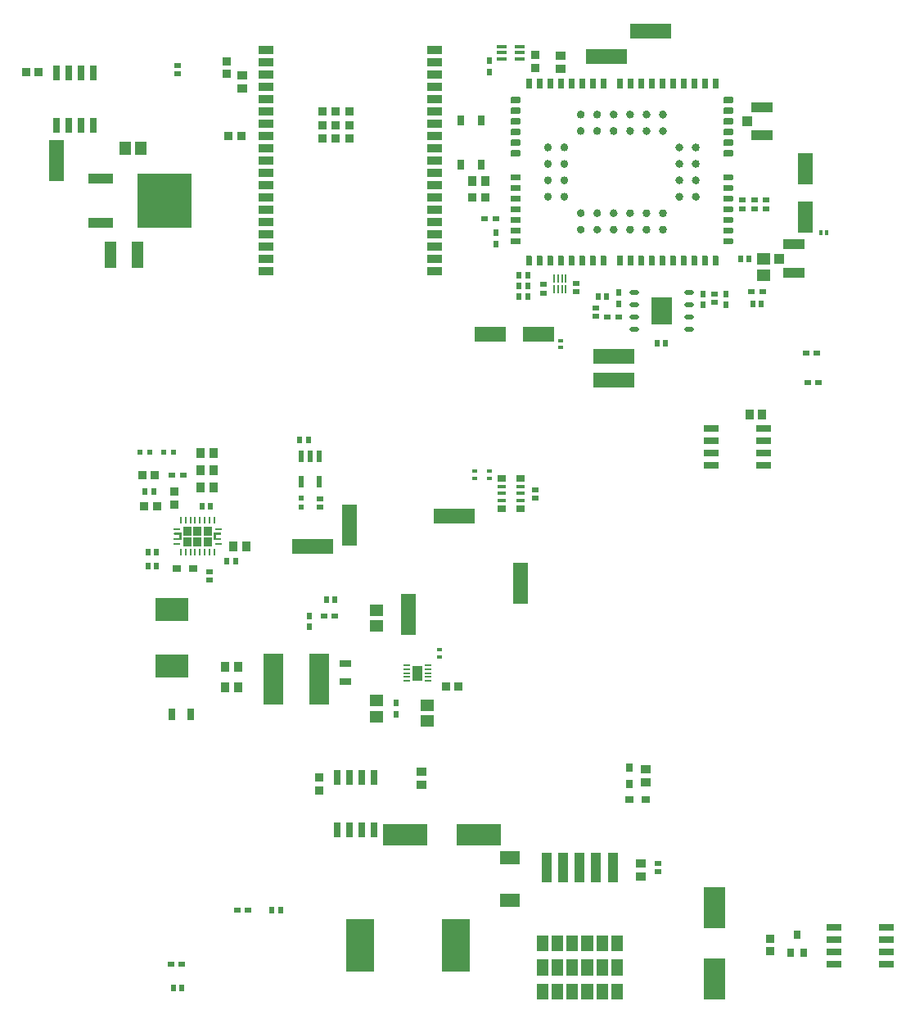
<source format=gtp>
G04*
G04 #@! TF.GenerationSoftware,Altium Limited,Altium Designer,21.3.2 (30)*
G04*
G04 Layer_Color=8421504*
%FSLAX25Y25*%
%MOIN*%
G70*
G04*
G04 #@! TF.SameCoordinates,6E51047B-58C7-44D0-8EEE-2D495A345CE8*
G04*
G04*
G04 #@! TF.FilePolarity,Positive*
G04*
G01*
G75*
%ADD18C,0.01595*%
%ADD19R,0.02362X0.02520*%
%ADD20R,0.03347X0.03740*%
%ADD21R,0.03543X0.03543*%
%ADD22R,0.05906X0.03543*%
%ADD23R,0.02756X0.06004*%
%ADD24R,0.17913X0.09055*%
%ADD25R,0.03740X0.03347*%
%ADD26R,0.02520X0.02362*%
%ADD27R,0.13500X0.09500*%
%ADD28R,0.05906X0.16535*%
%ADD29R,0.02362X0.04921*%
%ADD30R,0.16535X0.05906*%
%ADD31R,0.02441X0.02362*%
%ADD32R,0.05512X0.05118*%
%ADD33R,0.02953X0.00787*%
%ADD34R,0.03937X0.06299*%
%ADD35R,0.01968X0.01575*%
%ADD36R,0.02953X0.02362*%
%ADD37R,0.02362X0.02953*%
%ADD38R,0.05709X0.04724*%
G04:AMPARAMS|DCode=39|XSize=9.45mil|YSize=23.62mil|CornerRadius=1.98mil|HoleSize=0mil|Usage=FLASHONLY|Rotation=90.000|XOffset=0mil|YOffset=0mil|HoleType=Round|Shape=RoundedRectangle|*
%AMROUNDEDRECTD39*
21,1,0.00945,0.01965,0,0,90.0*
21,1,0.00548,0.02362,0,0,90.0*
1,1,0.00397,0.00983,0.00274*
1,1,0.00397,0.00983,-0.00274*
1,1,0.00397,-0.00983,-0.00274*
1,1,0.00397,-0.00983,0.00274*
%
%ADD39ROUNDEDRECTD39*%
G04:AMPARAMS|DCode=40|XSize=23.62mil|YSize=9.45mil|CornerRadius=1.98mil|HoleSize=0mil|Usage=FLASHONLY|Rotation=90.000|XOffset=0mil|YOffset=0mil|HoleType=Round|Shape=RoundedRectangle|*
%AMROUNDEDRECTD40*
21,1,0.02362,0.00548,0,0,90.0*
21,1,0.01965,0.00945,0,0,90.0*
1,1,0.00397,0.00274,0.00983*
1,1,0.00397,0.00274,-0.00983*
1,1,0.00397,-0.00274,-0.00983*
1,1,0.00397,-0.00274,0.00983*
%
%ADD40ROUNDEDRECTD40*%
%ADD41R,0.03543X0.03150*%
%ADD42R,0.03543X0.03937*%
%ADD43R,0.01968X0.02362*%
%ADD44R,0.02756X0.05118*%
%ADD45R,0.06004X0.02559*%
%ADD46R,0.00472X0.00866*%
%ADD47R,0.08071X0.21063*%
%ADD48R,0.05118X0.02756*%
%ADD49R,0.11417X0.21260*%
%ADD50R,0.03150X0.03543*%
%ADD51R,0.03937X0.03543*%
%ADD52R,0.06004X0.02756*%
%ADD53R,0.08661X0.16535*%
%ADD54R,0.02756X0.03543*%
%ADD55R,0.04000X0.12008*%
%ADD56R,0.08268X0.05512*%
%ADD57R,0.03543X0.02756*%
%ADD58R,0.03543X0.01575*%
%ADD59R,0.05118X0.10630*%
%ADD60R,0.05118X0.05512*%
%ADD61R,0.04134X0.03937*%
%ADD62R,0.08661X0.04134*%
%ADD63R,0.10236X0.04173*%
%ADD64R,0.02756X0.03937*%
%ADD65R,0.22441X0.22173*%
%ADD66R,0.04331X0.01575*%
%ADD67R,0.00787X0.03543*%
G04:AMPARAMS|DCode=68|XSize=40.95mil|YSize=17.32mil|CornerRadius=6.06mil|HoleSize=0mil|Usage=FLASHONLY|Rotation=180.000|XOffset=0mil|YOffset=0mil|HoleType=Round|Shape=RoundedRectangle|*
%AMROUNDEDRECTD68*
21,1,0.04095,0.00520,0,0,180.0*
21,1,0.02882,0.01732,0,0,180.0*
1,1,0.01213,-0.01441,0.00260*
1,1,0.01213,0.01441,0.00260*
1,1,0.01213,0.01441,-0.00260*
1,1,0.01213,-0.01441,-0.00260*
%
%ADD68ROUNDEDRECTD68*%
%ADD69R,0.06299X0.12598*%
%ADD70R,0.01378X0.02362*%
%ADD71R,0.12598X0.06299*%
%ADD72R,0.02362X0.01378*%
G36*
X290925Y386668D02*
X290949D01*
X290968Y386664D01*
X290988Y386660D01*
X291008Y386652D01*
X291027Y386644D01*
X291047Y386636D01*
X291063Y386628D01*
X291083Y386620D01*
X291098Y386609D01*
X291118Y386597D01*
X291134Y386585D01*
X291150Y386569D01*
X291165Y386558D01*
X291177Y386542D01*
X291193Y386526D01*
X291205Y386510D01*
X291216Y386491D01*
X291228Y386475D01*
X291236Y386455D01*
X291244Y386439D01*
X291252Y386420D01*
X291260Y386400D01*
X291268Y386380D01*
X291272Y386361D01*
X291276Y386341D01*
Y386317D01*
X291280Y386298D01*
Y383187D01*
X291276Y383168D01*
Y383144D01*
X291272Y383124D01*
X291268Y383105D01*
X291260Y383085D01*
X291252Y383065D01*
X291244Y383046D01*
X291236Y383030D01*
X291228Y383010D01*
X291216Y382995D01*
X291205Y382975D01*
X291193Y382959D01*
X291177Y382943D01*
X291165Y382928D01*
X291150Y382916D01*
X291134Y382900D01*
X291118Y382888D01*
X291098Y382876D01*
X291083Y382865D01*
X291063Y382857D01*
X291047Y382849D01*
X291027Y382841D01*
X291008Y382833D01*
X290988Y382825D01*
X290968Y382821D01*
X290949Y382817D01*
X290925D01*
X290905Y382813D01*
X289173D01*
X289154Y382817D01*
X289130D01*
X289110Y382821D01*
X289090Y382825D01*
X289071Y382833D01*
X289051Y382841D01*
X289031Y382849D01*
X289016Y382857D01*
X288996Y382865D01*
X288980Y382876D01*
X288961Y382888D01*
X288945Y382900D01*
X288929Y382916D01*
X288913Y382928D01*
X288901Y382943D01*
X288886Y382959D01*
X288874Y382975D01*
X288862Y382995D01*
X288850Y383010D01*
X288843Y383030D01*
X288835Y383046D01*
X288827Y383065D01*
X288819Y383085D01*
X288811Y383105D01*
X288807Y383124D01*
X288803Y383144D01*
Y383168D01*
X288799Y383187D01*
Y386298D01*
X288803Y386317D01*
Y386341D01*
X288807Y386361D01*
X288811Y386380D01*
X288819Y386400D01*
X288827Y386420D01*
X288835Y386439D01*
X288843Y386455D01*
X288850Y386475D01*
X288862Y386491D01*
X288874Y386510D01*
X288886Y386526D01*
X288901Y386542D01*
X288913Y386558D01*
X288929Y386569D01*
X288945Y386585D01*
X288961Y386597D01*
X288980Y386609D01*
X288996Y386620D01*
X289016Y386628D01*
X289031Y386636D01*
X289051Y386644D01*
X289071Y386652D01*
X289090Y386660D01*
X289110Y386664D01*
X289130Y386668D01*
X289154D01*
X289173Y386672D01*
X290905D01*
X290925Y386668D01*
D02*
G37*
G36*
X286594D02*
X286618D01*
X286638Y386664D01*
X286657Y386660D01*
X286677Y386652D01*
X286697Y386644D01*
X286717Y386636D01*
X286732Y386628D01*
X286752Y386620D01*
X286768Y386609D01*
X286787Y386597D01*
X286803Y386585D01*
X286819Y386569D01*
X286835Y386558D01*
X286846Y386542D01*
X286862Y386526D01*
X286874Y386510D01*
X286886Y386491D01*
X286898Y386475D01*
X286906Y386455D01*
X286913Y386439D01*
X286921Y386420D01*
X286929Y386400D01*
X286937Y386380D01*
X286941Y386361D01*
X286945Y386341D01*
Y386317D01*
X286949Y386298D01*
Y383187D01*
X286945Y383168D01*
Y383144D01*
X286941Y383124D01*
X286937Y383105D01*
X286929Y383085D01*
X286921Y383065D01*
X286913Y383046D01*
X286906Y383030D01*
X286898Y383010D01*
X286886Y382995D01*
X286874Y382975D01*
X286862Y382959D01*
X286846Y382943D01*
X286835Y382928D01*
X286819Y382916D01*
X286803Y382900D01*
X286787Y382888D01*
X286768Y382876D01*
X286752Y382865D01*
X286732Y382857D01*
X286717Y382849D01*
X286697Y382841D01*
X286677Y382833D01*
X286657Y382825D01*
X286638Y382821D01*
X286618Y382817D01*
X286594D01*
X286575Y382813D01*
X284842D01*
X284823Y382817D01*
X284799D01*
X284780Y382821D01*
X284760Y382825D01*
X284740Y382833D01*
X284720Y382841D01*
X284701Y382849D01*
X284685Y382857D01*
X284665Y382865D01*
X284650Y382876D01*
X284630Y382888D01*
X284614Y382900D01*
X284598Y382916D01*
X284583Y382928D01*
X284571Y382943D01*
X284555Y382959D01*
X284543Y382975D01*
X284531Y382995D01*
X284520Y383010D01*
X284512Y383030D01*
X284504Y383046D01*
X284496Y383065D01*
X284488Y383085D01*
X284480Y383105D01*
X284476Y383124D01*
X284472Y383144D01*
Y383168D01*
X284469Y383187D01*
Y386298D01*
X284472Y386317D01*
Y386341D01*
X284476Y386361D01*
X284480Y386380D01*
X284488Y386400D01*
X284496Y386420D01*
X284504Y386439D01*
X284512Y386455D01*
X284520Y386475D01*
X284531Y386491D01*
X284543Y386510D01*
X284555Y386526D01*
X284571Y386542D01*
X284583Y386558D01*
X284598Y386569D01*
X284614Y386585D01*
X284630Y386597D01*
X284650Y386609D01*
X284665Y386620D01*
X284685Y386628D01*
X284701Y386636D01*
X284720Y386644D01*
X284740Y386652D01*
X284760Y386660D01*
X284780Y386664D01*
X284799Y386668D01*
X284823D01*
X284842Y386672D01*
X286575D01*
X286594Y386668D01*
D02*
G37*
G36*
X282264D02*
X282287D01*
X282307Y386664D01*
X282327Y386660D01*
X282346Y386652D01*
X282366Y386644D01*
X282386Y386636D01*
X282401Y386628D01*
X282421Y386620D01*
X282437Y386609D01*
X282457Y386597D01*
X282472Y386585D01*
X282488Y386569D01*
X282504Y386558D01*
X282516Y386542D01*
X282531Y386526D01*
X282543Y386510D01*
X282555Y386491D01*
X282567Y386475D01*
X282575Y386455D01*
X282583Y386439D01*
X282591Y386420D01*
X282598Y386400D01*
X282606Y386380D01*
X282610Y386361D01*
X282614Y386341D01*
Y386317D01*
X282618Y386298D01*
Y383187D01*
X282614Y383168D01*
Y383144D01*
X282610Y383124D01*
X282606Y383105D01*
X282598Y383085D01*
X282591Y383065D01*
X282583Y383046D01*
X282575Y383030D01*
X282567Y383010D01*
X282555Y382995D01*
X282543Y382975D01*
X282531Y382959D01*
X282516Y382943D01*
X282504Y382928D01*
X282488Y382916D01*
X282472Y382900D01*
X282457Y382888D01*
X282437Y382876D01*
X282421Y382865D01*
X282401Y382857D01*
X282386Y382849D01*
X282366Y382841D01*
X282346Y382833D01*
X282327Y382825D01*
X282307Y382821D01*
X282287Y382817D01*
X282264D01*
X282244Y382813D01*
X280512D01*
X280492Y382817D01*
X280469D01*
X280449Y382821D01*
X280429Y382825D01*
X280409Y382833D01*
X280390Y382841D01*
X280370Y382849D01*
X280354Y382857D01*
X280335Y382865D01*
X280319Y382876D01*
X280299Y382888D01*
X280283Y382900D01*
X280268Y382916D01*
X280252Y382928D01*
X280240Y382943D01*
X280224Y382959D01*
X280213Y382975D01*
X280201Y382995D01*
X280189Y383010D01*
X280181Y383030D01*
X280173Y383046D01*
X280165Y383065D01*
X280157Y383085D01*
X280150Y383105D01*
X280146Y383124D01*
X280142Y383144D01*
Y383168D01*
X280138Y383187D01*
Y386298D01*
X280142Y386317D01*
Y386341D01*
X280146Y386361D01*
X280150Y386380D01*
X280157Y386400D01*
X280165Y386420D01*
X280173Y386439D01*
X280181Y386455D01*
X280189Y386475D01*
X280201Y386491D01*
X280213Y386510D01*
X280224Y386526D01*
X280240Y386542D01*
X280252Y386558D01*
X280268Y386569D01*
X280283Y386585D01*
X280299Y386597D01*
X280319Y386609D01*
X280335Y386620D01*
X280354Y386628D01*
X280370Y386636D01*
X280390Y386644D01*
X280409Y386652D01*
X280429Y386660D01*
X280449Y386664D01*
X280469Y386668D01*
X280492D01*
X280512Y386672D01*
X282244D01*
X282264Y386668D01*
D02*
G37*
G36*
X277933D02*
X277957D01*
X277976Y386664D01*
X277996Y386660D01*
X278016Y386652D01*
X278035Y386644D01*
X278055Y386636D01*
X278071Y386628D01*
X278091Y386620D01*
X278106Y386609D01*
X278126Y386597D01*
X278142Y386585D01*
X278157Y386569D01*
X278173Y386558D01*
X278185Y386542D01*
X278201Y386526D01*
X278213Y386510D01*
X278224Y386491D01*
X278236Y386475D01*
X278244Y386455D01*
X278252Y386439D01*
X278260Y386420D01*
X278268Y386400D01*
X278276Y386380D01*
X278279Y386361D01*
X278283Y386341D01*
Y386317D01*
X278287Y386298D01*
Y383187D01*
X278283Y383168D01*
Y383144D01*
X278279Y383124D01*
X278276Y383105D01*
X278268Y383085D01*
X278260Y383065D01*
X278252Y383046D01*
X278244Y383030D01*
X278236Y383010D01*
X278224Y382995D01*
X278213Y382975D01*
X278201Y382959D01*
X278185Y382943D01*
X278173Y382928D01*
X278157Y382916D01*
X278142Y382900D01*
X278126Y382888D01*
X278106Y382876D01*
X278091Y382865D01*
X278071Y382857D01*
X278055Y382849D01*
X278035Y382841D01*
X278016Y382833D01*
X277996Y382825D01*
X277976Y382821D01*
X277957Y382817D01*
X277933D01*
X277913Y382813D01*
X276181D01*
X276161Y382817D01*
X276138D01*
X276118Y382821D01*
X276098Y382825D01*
X276079Y382833D01*
X276059Y382841D01*
X276039Y382849D01*
X276024Y382857D01*
X276004Y382865D01*
X275988Y382876D01*
X275969Y382888D01*
X275953Y382900D01*
X275937Y382916D01*
X275921Y382928D01*
X275909Y382943D01*
X275894Y382959D01*
X275882Y382975D01*
X275870Y382995D01*
X275858Y383010D01*
X275850Y383030D01*
X275842Y383046D01*
X275835Y383065D01*
X275827Y383085D01*
X275819Y383105D01*
X275815Y383124D01*
X275811Y383144D01*
Y383168D01*
X275807Y383187D01*
Y386298D01*
X275811Y386317D01*
Y386341D01*
X275815Y386361D01*
X275819Y386380D01*
X275827Y386400D01*
X275835Y386420D01*
X275842Y386439D01*
X275850Y386455D01*
X275858Y386475D01*
X275870Y386491D01*
X275882Y386510D01*
X275894Y386526D01*
X275909Y386542D01*
X275921Y386558D01*
X275937Y386569D01*
X275953Y386585D01*
X275969Y386597D01*
X275988Y386609D01*
X276004Y386620D01*
X276024Y386628D01*
X276039Y386636D01*
X276059Y386644D01*
X276079Y386652D01*
X276098Y386660D01*
X276118Y386664D01*
X276138Y386668D01*
X276161D01*
X276181Y386672D01*
X277913D01*
X277933Y386668D01*
D02*
G37*
G36*
X273602D02*
X273626D01*
X273646Y386664D01*
X273665Y386660D01*
X273685Y386652D01*
X273705Y386644D01*
X273724Y386636D01*
X273740Y386628D01*
X273760Y386620D01*
X273776Y386609D01*
X273795Y386597D01*
X273811Y386585D01*
X273827Y386569D01*
X273843Y386558D01*
X273854Y386542D01*
X273870Y386526D01*
X273882Y386510D01*
X273894Y386491D01*
X273905Y386475D01*
X273913Y386455D01*
X273921Y386439D01*
X273929Y386420D01*
X273937Y386400D01*
X273945Y386380D01*
X273949Y386361D01*
X273953Y386341D01*
Y386317D01*
X273957Y386298D01*
Y383187D01*
X273953Y383168D01*
Y383144D01*
X273949Y383124D01*
X273945Y383105D01*
X273937Y383085D01*
X273929Y383065D01*
X273921Y383046D01*
X273913Y383030D01*
X273905Y383010D01*
X273894Y382995D01*
X273882Y382975D01*
X273870Y382959D01*
X273854Y382943D01*
X273843Y382928D01*
X273827Y382916D01*
X273811Y382900D01*
X273795Y382888D01*
X273776Y382876D01*
X273760Y382865D01*
X273740Y382857D01*
X273724Y382849D01*
X273705Y382841D01*
X273685Y382833D01*
X273665Y382825D01*
X273646Y382821D01*
X273626Y382817D01*
X273602D01*
X273583Y382813D01*
X271850D01*
X271831Y382817D01*
X271807D01*
X271787Y382821D01*
X271768Y382825D01*
X271748Y382833D01*
X271728Y382841D01*
X271709Y382849D01*
X271693Y382857D01*
X271673Y382865D01*
X271657Y382876D01*
X271638Y382888D01*
X271622Y382900D01*
X271606Y382916D01*
X271590Y382928D01*
X271579Y382943D01*
X271563Y382959D01*
X271551Y382975D01*
X271539Y382995D01*
X271528Y383010D01*
X271520Y383030D01*
X271512Y383046D01*
X271504Y383065D01*
X271496Y383085D01*
X271488Y383105D01*
X271484Y383124D01*
X271480Y383144D01*
Y383168D01*
X271476Y383187D01*
Y386298D01*
X271480Y386317D01*
Y386341D01*
X271484Y386361D01*
X271488Y386380D01*
X271496Y386400D01*
X271504Y386420D01*
X271512Y386439D01*
X271520Y386455D01*
X271528Y386475D01*
X271539Y386491D01*
X271551Y386510D01*
X271563Y386526D01*
X271579Y386542D01*
X271590Y386558D01*
X271606Y386569D01*
X271622Y386585D01*
X271638Y386597D01*
X271657Y386609D01*
X271673Y386620D01*
X271693Y386628D01*
X271709Y386636D01*
X271728Y386644D01*
X271748Y386652D01*
X271768Y386660D01*
X271787Y386664D01*
X271807Y386668D01*
X271831D01*
X271850Y386672D01*
X273583D01*
X273602Y386668D01*
D02*
G37*
G36*
X269272D02*
X269295D01*
X269315Y386664D01*
X269335Y386660D01*
X269354Y386652D01*
X269374Y386644D01*
X269394Y386636D01*
X269409Y386628D01*
X269429Y386620D01*
X269445Y386609D01*
X269464Y386597D01*
X269480Y386585D01*
X269496Y386569D01*
X269512Y386558D01*
X269524Y386542D01*
X269539Y386526D01*
X269551Y386510D01*
X269563Y386491D01*
X269575Y386475D01*
X269583Y386455D01*
X269590Y386439D01*
X269598Y386420D01*
X269606Y386400D01*
X269614Y386380D01*
X269618Y386361D01*
X269622Y386341D01*
Y386317D01*
X269626Y386298D01*
Y383187D01*
X269622Y383168D01*
Y383144D01*
X269618Y383124D01*
X269614Y383105D01*
X269606Y383085D01*
X269598Y383065D01*
X269590Y383046D01*
X269583Y383030D01*
X269575Y383010D01*
X269563Y382995D01*
X269551Y382975D01*
X269539Y382959D01*
X269524Y382943D01*
X269512Y382928D01*
X269496Y382916D01*
X269480Y382900D01*
X269464Y382888D01*
X269445Y382876D01*
X269429Y382865D01*
X269409Y382857D01*
X269394Y382849D01*
X269374Y382841D01*
X269354Y382833D01*
X269335Y382825D01*
X269315Y382821D01*
X269295Y382817D01*
X269272D01*
X269252Y382813D01*
X267520D01*
X267500Y382817D01*
X267476D01*
X267457Y382821D01*
X267437Y382825D01*
X267417Y382833D01*
X267398Y382841D01*
X267378Y382849D01*
X267362Y382857D01*
X267342Y382865D01*
X267327Y382876D01*
X267307Y382888D01*
X267291Y382900D01*
X267276Y382916D01*
X267260Y382928D01*
X267248Y382943D01*
X267232Y382959D01*
X267220Y382975D01*
X267209Y382995D01*
X267197Y383010D01*
X267189Y383030D01*
X267181Y383046D01*
X267173Y383065D01*
X267165Y383085D01*
X267157Y383105D01*
X267154Y383124D01*
X267150Y383144D01*
Y383168D01*
X267146Y383187D01*
Y386298D01*
X267150Y386317D01*
Y386341D01*
X267154Y386361D01*
X267157Y386380D01*
X267165Y386400D01*
X267173Y386420D01*
X267181Y386439D01*
X267189Y386455D01*
X267197Y386475D01*
X267209Y386491D01*
X267220Y386510D01*
X267232Y386526D01*
X267248Y386542D01*
X267260Y386558D01*
X267276Y386569D01*
X267291Y386585D01*
X267307Y386597D01*
X267327Y386609D01*
X267342Y386620D01*
X267362Y386628D01*
X267378Y386636D01*
X267398Y386644D01*
X267417Y386652D01*
X267437Y386660D01*
X267457Y386664D01*
X267476Y386668D01*
X267500D01*
X267520Y386672D01*
X269252D01*
X269272Y386668D01*
D02*
G37*
G36*
X264941D02*
X264965D01*
X264984Y386664D01*
X265004Y386660D01*
X265024Y386652D01*
X265043Y386644D01*
X265063Y386636D01*
X265079Y386628D01*
X265098Y386620D01*
X265114Y386609D01*
X265134Y386597D01*
X265150Y386585D01*
X265165Y386569D01*
X265181Y386558D01*
X265193Y386542D01*
X265209Y386526D01*
X265220Y386510D01*
X265232Y386491D01*
X265244Y386475D01*
X265252Y386455D01*
X265260Y386439D01*
X265268Y386420D01*
X265276Y386400D01*
X265283Y386380D01*
X265287Y386361D01*
X265291Y386341D01*
Y386317D01*
X265295Y386298D01*
Y383187D01*
X265291Y383168D01*
Y383144D01*
X265287Y383124D01*
X265283Y383105D01*
X265276Y383085D01*
X265268Y383065D01*
X265260Y383046D01*
X265252Y383030D01*
X265244Y383010D01*
X265232Y382995D01*
X265220Y382975D01*
X265209Y382959D01*
X265193Y382943D01*
X265181Y382928D01*
X265165Y382916D01*
X265150Y382900D01*
X265134Y382888D01*
X265114Y382876D01*
X265098Y382865D01*
X265079Y382857D01*
X265063Y382849D01*
X265043Y382841D01*
X265024Y382833D01*
X265004Y382825D01*
X264984Y382821D01*
X264965Y382817D01*
X264941D01*
X264921Y382813D01*
X263189D01*
X263169Y382817D01*
X263146D01*
X263126Y382821D01*
X263106Y382825D01*
X263087Y382833D01*
X263067Y382841D01*
X263047Y382849D01*
X263031Y382857D01*
X263012Y382865D01*
X262996Y382876D01*
X262976Y382888D01*
X262961Y382900D01*
X262945Y382916D01*
X262929Y382928D01*
X262917Y382943D01*
X262901Y382959D01*
X262890Y382975D01*
X262878Y382995D01*
X262866Y383010D01*
X262858Y383030D01*
X262850Y383046D01*
X262842Y383065D01*
X262835Y383085D01*
X262827Y383105D01*
X262823Y383124D01*
X262819Y383144D01*
Y383168D01*
X262815Y383187D01*
Y386298D01*
X262819Y386317D01*
Y386341D01*
X262823Y386361D01*
X262827Y386380D01*
X262835Y386400D01*
X262842Y386420D01*
X262850Y386439D01*
X262858Y386455D01*
X262866Y386475D01*
X262878Y386491D01*
X262890Y386510D01*
X262901Y386526D01*
X262917Y386542D01*
X262929Y386558D01*
X262945Y386569D01*
X262961Y386585D01*
X262976Y386597D01*
X262996Y386609D01*
X263012Y386620D01*
X263031Y386628D01*
X263047Y386636D01*
X263067Y386644D01*
X263087Y386652D01*
X263106Y386660D01*
X263126Y386664D01*
X263146Y386668D01*
X263169D01*
X263189Y386672D01*
X264921D01*
X264941Y386668D01*
D02*
G37*
G36*
X260610D02*
X260634D01*
X260653Y386664D01*
X260673Y386660D01*
X260693Y386652D01*
X260713Y386644D01*
X260732Y386636D01*
X260748Y386628D01*
X260768Y386620D01*
X260783Y386609D01*
X260803Y386597D01*
X260819Y386585D01*
X260835Y386569D01*
X260850Y386558D01*
X260862Y386542D01*
X260878Y386526D01*
X260890Y386510D01*
X260901Y386491D01*
X260913Y386475D01*
X260921Y386455D01*
X260929Y386439D01*
X260937Y386420D01*
X260945Y386400D01*
X260953Y386380D01*
X260957Y386361D01*
X260961Y386341D01*
Y386317D01*
X260964Y386298D01*
Y383187D01*
X260961Y383168D01*
Y383144D01*
X260957Y383124D01*
X260953Y383105D01*
X260945Y383085D01*
X260937Y383065D01*
X260929Y383046D01*
X260921Y383030D01*
X260913Y383010D01*
X260901Y382995D01*
X260890Y382975D01*
X260878Y382959D01*
X260862Y382943D01*
X260850Y382928D01*
X260835Y382916D01*
X260819Y382900D01*
X260803Y382888D01*
X260783Y382876D01*
X260768Y382865D01*
X260748Y382857D01*
X260732Y382849D01*
X260713Y382841D01*
X260693Y382833D01*
X260673Y382825D01*
X260653Y382821D01*
X260634Y382817D01*
X260610D01*
X260591Y382813D01*
X258858D01*
X258839Y382817D01*
X258815D01*
X258795Y382821D01*
X258776Y382825D01*
X258756Y382833D01*
X258736Y382841D01*
X258717Y382849D01*
X258701Y382857D01*
X258681Y382865D01*
X258665Y382876D01*
X258646Y382888D01*
X258630Y382900D01*
X258614Y382916D01*
X258598Y382928D01*
X258587Y382943D01*
X258571Y382959D01*
X258559Y382975D01*
X258547Y382995D01*
X258535Y383010D01*
X258527Y383030D01*
X258520Y383046D01*
X258512Y383065D01*
X258504Y383085D01*
X258496Y383105D01*
X258492Y383124D01*
X258488Y383144D01*
Y383168D01*
X258484Y383187D01*
Y386298D01*
X258488Y386317D01*
Y386341D01*
X258492Y386361D01*
X258496Y386380D01*
X258504Y386400D01*
X258512Y386420D01*
X258520Y386439D01*
X258527Y386455D01*
X258535Y386475D01*
X258547Y386491D01*
X258559Y386510D01*
X258571Y386526D01*
X258587Y386542D01*
X258598Y386558D01*
X258614Y386569D01*
X258630Y386585D01*
X258646Y386597D01*
X258665Y386609D01*
X258681Y386620D01*
X258701Y386628D01*
X258717Y386636D01*
X258736Y386644D01*
X258756Y386652D01*
X258776Y386660D01*
X258795Y386664D01*
X258815Y386668D01*
X258839D01*
X258858Y386672D01*
X260591D01*
X260610Y386668D01*
D02*
G37*
G36*
X256279D02*
X256303D01*
X256323Y386664D01*
X256343Y386660D01*
X256362Y386652D01*
X256382Y386644D01*
X256401Y386636D01*
X256417Y386628D01*
X256437Y386620D01*
X256453Y386609D01*
X256472Y386597D01*
X256488Y386585D01*
X256504Y386569D01*
X256520Y386558D01*
X256531Y386542D01*
X256547Y386526D01*
X256559Y386510D01*
X256571Y386491D01*
X256583Y386475D01*
X256591Y386455D01*
X256598Y386439D01*
X256606Y386420D01*
X256614Y386400D01*
X256622Y386380D01*
X256626Y386361D01*
X256630Y386341D01*
Y386317D01*
X256634Y386298D01*
Y383187D01*
X256630Y383168D01*
Y383144D01*
X256626Y383124D01*
X256622Y383105D01*
X256614Y383085D01*
X256606Y383065D01*
X256598Y383046D01*
X256591Y383030D01*
X256583Y383010D01*
X256571Y382995D01*
X256559Y382975D01*
X256547Y382959D01*
X256531Y382943D01*
X256520Y382928D01*
X256504Y382916D01*
X256488Y382900D01*
X256472Y382888D01*
X256453Y382876D01*
X256437Y382865D01*
X256417Y382857D01*
X256401Y382849D01*
X256382Y382841D01*
X256362Y382833D01*
X256343Y382825D01*
X256323Y382821D01*
X256303Y382817D01*
X256279D01*
X256260Y382813D01*
X254527D01*
X254508Y382817D01*
X254484D01*
X254465Y382821D01*
X254445Y382825D01*
X254425Y382833D01*
X254405Y382841D01*
X254386Y382849D01*
X254370Y382857D01*
X254350Y382865D01*
X254335Y382876D01*
X254315Y382888D01*
X254299Y382900D01*
X254283Y382916D01*
X254268Y382928D01*
X254256Y382943D01*
X254240Y382959D01*
X254228Y382975D01*
X254217Y382995D01*
X254205Y383010D01*
X254197Y383030D01*
X254189Y383046D01*
X254181Y383065D01*
X254173Y383085D01*
X254165Y383105D01*
X254161Y383124D01*
X254157Y383144D01*
Y383168D01*
X254153Y383187D01*
Y386298D01*
X254157Y386317D01*
Y386341D01*
X254161Y386361D01*
X254165Y386380D01*
X254173Y386400D01*
X254181Y386420D01*
X254189Y386439D01*
X254197Y386455D01*
X254205Y386475D01*
X254217Y386491D01*
X254228Y386510D01*
X254240Y386526D01*
X254256Y386542D01*
X254268Y386558D01*
X254283Y386569D01*
X254299Y386585D01*
X254315Y386597D01*
X254335Y386609D01*
X254350Y386620D01*
X254370Y386628D01*
X254386Y386636D01*
X254405Y386644D01*
X254425Y386652D01*
X254445Y386660D01*
X254465Y386664D01*
X254484Y386668D01*
X254508D01*
X254527Y386672D01*
X256260D01*
X256279Y386668D01*
D02*
G37*
G36*
X251949D02*
X251972D01*
X251992Y386664D01*
X252012Y386660D01*
X252031Y386652D01*
X252051Y386644D01*
X252071Y386636D01*
X252087Y386628D01*
X252106Y386620D01*
X252122Y386609D01*
X252142Y386597D01*
X252157Y386585D01*
X252173Y386569D01*
X252189Y386558D01*
X252201Y386542D01*
X252217Y386526D01*
X252228Y386510D01*
X252240Y386491D01*
X252252Y386475D01*
X252260Y386455D01*
X252268Y386439D01*
X252276Y386420D01*
X252283Y386400D01*
X252291Y386380D01*
X252295Y386361D01*
X252299Y386341D01*
Y386317D01*
X252303Y386298D01*
Y383187D01*
X252299Y383168D01*
Y383144D01*
X252295Y383124D01*
X252291Y383105D01*
X252283Y383085D01*
X252276Y383065D01*
X252268Y383046D01*
X252260Y383030D01*
X252252Y383010D01*
X252240Y382995D01*
X252228Y382975D01*
X252217Y382959D01*
X252201Y382943D01*
X252189Y382928D01*
X252173Y382916D01*
X252157Y382900D01*
X252142Y382888D01*
X252122Y382876D01*
X252106Y382865D01*
X252087Y382857D01*
X252071Y382849D01*
X252051Y382841D01*
X252031Y382833D01*
X252012Y382825D01*
X251992Y382821D01*
X251972Y382817D01*
X251949D01*
X251929Y382813D01*
X250197D01*
X250177Y382817D01*
X250153D01*
X250134Y382821D01*
X250114Y382825D01*
X250094Y382833D01*
X250075Y382841D01*
X250055Y382849D01*
X250039Y382857D01*
X250020Y382865D01*
X250004Y382876D01*
X249984Y382888D01*
X249969Y382900D01*
X249953Y382916D01*
X249937Y382928D01*
X249925Y382943D01*
X249909Y382959D01*
X249898Y382975D01*
X249886Y382995D01*
X249874Y383010D01*
X249866Y383030D01*
X249858Y383046D01*
X249850Y383065D01*
X249843Y383085D01*
X249835Y383105D01*
X249831Y383124D01*
X249827Y383144D01*
Y383168D01*
X249823Y383187D01*
Y386298D01*
X249827Y386317D01*
Y386341D01*
X249831Y386361D01*
X249835Y386380D01*
X249843Y386400D01*
X249850Y386420D01*
X249858Y386439D01*
X249866Y386455D01*
X249874Y386475D01*
X249886Y386491D01*
X249898Y386510D01*
X249909Y386526D01*
X249925Y386542D01*
X249937Y386558D01*
X249953Y386569D01*
X249969Y386585D01*
X249984Y386597D01*
X250004Y386609D01*
X250020Y386620D01*
X250039Y386628D01*
X250055Y386636D01*
X250075Y386644D01*
X250094Y386652D01*
X250114Y386660D01*
X250134Y386664D01*
X250153Y386668D01*
X250177D01*
X250197Y386672D01*
X251929D01*
X251949Y386668D01*
D02*
G37*
G36*
X245256D02*
X245280D01*
X245299Y386664D01*
X245319Y386660D01*
X245339Y386652D01*
X245358Y386644D01*
X245378Y386636D01*
X245394Y386628D01*
X245413Y386620D01*
X245429Y386609D01*
X245449Y386597D01*
X245464Y386585D01*
X245480Y386569D01*
X245496Y386558D01*
X245508Y386542D01*
X245524Y386526D01*
X245535Y386510D01*
X245547Y386491D01*
X245559Y386475D01*
X245567Y386455D01*
X245575Y386439D01*
X245583Y386420D01*
X245590Y386400D01*
X245598Y386380D01*
X245602Y386361D01*
X245606Y386341D01*
Y386317D01*
X245610Y386298D01*
Y383187D01*
X245606Y383168D01*
Y383144D01*
X245602Y383124D01*
X245598Y383105D01*
X245590Y383085D01*
X245583Y383065D01*
X245575Y383046D01*
X245567Y383030D01*
X245559Y383010D01*
X245547Y382995D01*
X245535Y382975D01*
X245524Y382959D01*
X245508Y382943D01*
X245496Y382928D01*
X245480Y382916D01*
X245464Y382900D01*
X245449Y382888D01*
X245429Y382876D01*
X245413Y382865D01*
X245394Y382857D01*
X245378Y382849D01*
X245358Y382841D01*
X245339Y382833D01*
X245319Y382825D01*
X245299Y382821D01*
X245280Y382817D01*
X245256D01*
X245236Y382813D01*
X243504D01*
X243484Y382817D01*
X243461D01*
X243441Y382821D01*
X243421Y382825D01*
X243402Y382833D01*
X243382Y382841D01*
X243362Y382849D01*
X243346Y382857D01*
X243327Y382865D01*
X243311Y382876D01*
X243291Y382888D01*
X243276Y382900D01*
X243260Y382916D01*
X243244Y382928D01*
X243232Y382943D01*
X243216Y382959D01*
X243205Y382975D01*
X243193Y382995D01*
X243181Y383010D01*
X243173Y383030D01*
X243165Y383046D01*
X243157Y383065D01*
X243150Y383085D01*
X243142Y383105D01*
X243138Y383124D01*
X243134Y383144D01*
Y383168D01*
X243130Y383187D01*
Y386298D01*
X243134Y386317D01*
Y386341D01*
X243138Y386361D01*
X243142Y386380D01*
X243150Y386400D01*
X243157Y386420D01*
X243165Y386439D01*
X243173Y386455D01*
X243181Y386475D01*
X243193Y386491D01*
X243205Y386510D01*
X243216Y386526D01*
X243232Y386542D01*
X243244Y386558D01*
X243260Y386569D01*
X243276Y386585D01*
X243291Y386597D01*
X243311Y386609D01*
X243327Y386620D01*
X243346Y386628D01*
X243362Y386636D01*
X243382Y386644D01*
X243402Y386652D01*
X243421Y386660D01*
X243441Y386664D01*
X243461Y386668D01*
X243484D01*
X243504Y386672D01*
X245236D01*
X245256Y386668D01*
D02*
G37*
G36*
X240925D02*
X240949D01*
X240968Y386664D01*
X240988Y386660D01*
X241008Y386652D01*
X241027Y386644D01*
X241047Y386636D01*
X241063Y386628D01*
X241083Y386620D01*
X241098Y386609D01*
X241118Y386597D01*
X241134Y386585D01*
X241150Y386569D01*
X241165Y386558D01*
X241177Y386542D01*
X241193Y386526D01*
X241205Y386510D01*
X241216Y386491D01*
X241228Y386475D01*
X241236Y386455D01*
X241244Y386439D01*
X241252Y386420D01*
X241260Y386400D01*
X241268Y386380D01*
X241272Y386361D01*
X241276Y386341D01*
Y386317D01*
X241280Y386298D01*
Y383187D01*
X241276Y383168D01*
Y383144D01*
X241272Y383124D01*
X241268Y383105D01*
X241260Y383085D01*
X241252Y383065D01*
X241244Y383046D01*
X241236Y383030D01*
X241228Y383010D01*
X241216Y382995D01*
X241205Y382975D01*
X241193Y382959D01*
X241177Y382943D01*
X241165Y382928D01*
X241150Y382916D01*
X241134Y382900D01*
X241118Y382888D01*
X241098Y382876D01*
X241083Y382865D01*
X241063Y382857D01*
X241047Y382849D01*
X241027Y382841D01*
X241008Y382833D01*
X240988Y382825D01*
X240968Y382821D01*
X240949Y382817D01*
X240925D01*
X240905Y382813D01*
X239173D01*
X239154Y382817D01*
X239130D01*
X239110Y382821D01*
X239090Y382825D01*
X239071Y382833D01*
X239051Y382841D01*
X239031Y382849D01*
X239016Y382857D01*
X238996Y382865D01*
X238980Y382876D01*
X238961Y382888D01*
X238945Y382900D01*
X238929Y382916D01*
X238913Y382928D01*
X238901Y382943D01*
X238886Y382959D01*
X238874Y382975D01*
X238862Y382995D01*
X238850Y383010D01*
X238843Y383030D01*
X238835Y383046D01*
X238827Y383065D01*
X238819Y383085D01*
X238811Y383105D01*
X238807Y383124D01*
X238803Y383144D01*
Y383168D01*
X238799Y383187D01*
Y386298D01*
X238803Y386317D01*
Y386341D01*
X238807Y386361D01*
X238811Y386380D01*
X238819Y386400D01*
X238827Y386420D01*
X238835Y386439D01*
X238843Y386455D01*
X238850Y386475D01*
X238862Y386491D01*
X238874Y386510D01*
X238886Y386526D01*
X238901Y386542D01*
X238913Y386558D01*
X238929Y386569D01*
X238945Y386585D01*
X238961Y386597D01*
X238980Y386609D01*
X238996Y386620D01*
X239016Y386628D01*
X239031Y386636D01*
X239051Y386644D01*
X239071Y386652D01*
X239090Y386660D01*
X239110Y386664D01*
X239130Y386668D01*
X239154D01*
X239173Y386672D01*
X240905D01*
X240925Y386668D01*
D02*
G37*
G36*
X236594D02*
X236618D01*
X236638Y386664D01*
X236657Y386660D01*
X236677Y386652D01*
X236697Y386644D01*
X236717Y386636D01*
X236732Y386628D01*
X236752Y386620D01*
X236768Y386609D01*
X236787Y386597D01*
X236803Y386585D01*
X236819Y386569D01*
X236835Y386558D01*
X236846Y386542D01*
X236862Y386526D01*
X236874Y386510D01*
X236886Y386491D01*
X236898Y386475D01*
X236906Y386455D01*
X236913Y386439D01*
X236921Y386420D01*
X236929Y386400D01*
X236937Y386380D01*
X236941Y386361D01*
X236945Y386341D01*
Y386317D01*
X236949Y386298D01*
Y383187D01*
X236945Y383168D01*
Y383144D01*
X236941Y383124D01*
X236937Y383105D01*
X236929Y383085D01*
X236921Y383065D01*
X236913Y383046D01*
X236906Y383030D01*
X236898Y383010D01*
X236886Y382995D01*
X236874Y382975D01*
X236862Y382959D01*
X236846Y382943D01*
X236835Y382928D01*
X236819Y382916D01*
X236803Y382900D01*
X236787Y382888D01*
X236768Y382876D01*
X236752Y382865D01*
X236732Y382857D01*
X236717Y382849D01*
X236697Y382841D01*
X236677Y382833D01*
X236657Y382825D01*
X236638Y382821D01*
X236618Y382817D01*
X236594D01*
X236575Y382813D01*
X234842D01*
X234823Y382817D01*
X234799D01*
X234780Y382821D01*
X234760Y382825D01*
X234740Y382833D01*
X234720Y382841D01*
X234701Y382849D01*
X234685Y382857D01*
X234665Y382865D01*
X234650Y382876D01*
X234630Y382888D01*
X234614Y382900D01*
X234598Y382916D01*
X234583Y382928D01*
X234571Y382943D01*
X234555Y382959D01*
X234543Y382975D01*
X234531Y382995D01*
X234520Y383010D01*
X234512Y383030D01*
X234504Y383046D01*
X234496Y383065D01*
X234488Y383085D01*
X234480Y383105D01*
X234476Y383124D01*
X234472Y383144D01*
Y383168D01*
X234469Y383187D01*
Y386298D01*
X234472Y386317D01*
Y386341D01*
X234476Y386361D01*
X234480Y386380D01*
X234488Y386400D01*
X234496Y386420D01*
X234504Y386439D01*
X234512Y386455D01*
X234520Y386475D01*
X234531Y386491D01*
X234543Y386510D01*
X234555Y386526D01*
X234571Y386542D01*
X234583Y386558D01*
X234598Y386569D01*
X234614Y386585D01*
X234630Y386597D01*
X234650Y386609D01*
X234665Y386620D01*
X234685Y386628D01*
X234701Y386636D01*
X234720Y386644D01*
X234740Y386652D01*
X234760Y386660D01*
X234780Y386664D01*
X234799Y386668D01*
X234823D01*
X234842Y386672D01*
X236575D01*
X236594Y386668D01*
D02*
G37*
G36*
X232264D02*
X232287D01*
X232307Y386664D01*
X232327Y386660D01*
X232346Y386652D01*
X232366Y386644D01*
X232386Y386636D01*
X232401Y386628D01*
X232421Y386620D01*
X232437Y386609D01*
X232457Y386597D01*
X232472Y386585D01*
X232488Y386569D01*
X232504Y386558D01*
X232516Y386542D01*
X232531Y386526D01*
X232543Y386510D01*
X232555Y386491D01*
X232567Y386475D01*
X232575Y386455D01*
X232583Y386439D01*
X232591Y386420D01*
X232598Y386400D01*
X232606Y386380D01*
X232610Y386361D01*
X232614Y386341D01*
Y386317D01*
X232618Y386298D01*
Y383187D01*
X232614Y383168D01*
Y383144D01*
X232610Y383124D01*
X232606Y383105D01*
X232598Y383085D01*
X232591Y383065D01*
X232583Y383046D01*
X232575Y383030D01*
X232567Y383010D01*
X232555Y382995D01*
X232543Y382975D01*
X232531Y382959D01*
X232516Y382943D01*
X232504Y382928D01*
X232488Y382916D01*
X232472Y382900D01*
X232457Y382888D01*
X232437Y382876D01*
X232421Y382865D01*
X232401Y382857D01*
X232386Y382849D01*
X232366Y382841D01*
X232346Y382833D01*
X232327Y382825D01*
X232307Y382821D01*
X232287Y382817D01*
X232264D01*
X232244Y382813D01*
X230512D01*
X230492Y382817D01*
X230469D01*
X230449Y382821D01*
X230429Y382825D01*
X230409Y382833D01*
X230390Y382841D01*
X230370Y382849D01*
X230354Y382857D01*
X230335Y382865D01*
X230319Y382876D01*
X230299Y382888D01*
X230283Y382900D01*
X230268Y382916D01*
X230252Y382928D01*
X230240Y382943D01*
X230224Y382959D01*
X230213Y382975D01*
X230201Y382995D01*
X230189Y383010D01*
X230181Y383030D01*
X230173Y383046D01*
X230165Y383065D01*
X230157Y383085D01*
X230150Y383105D01*
X230146Y383124D01*
X230142Y383144D01*
Y383168D01*
X230138Y383187D01*
Y386298D01*
X230142Y386317D01*
Y386341D01*
X230146Y386361D01*
X230150Y386380D01*
X230157Y386400D01*
X230165Y386420D01*
X230173Y386439D01*
X230181Y386455D01*
X230189Y386475D01*
X230201Y386491D01*
X230213Y386510D01*
X230224Y386526D01*
X230240Y386542D01*
X230252Y386558D01*
X230268Y386569D01*
X230283Y386585D01*
X230299Y386597D01*
X230319Y386609D01*
X230335Y386620D01*
X230354Y386628D01*
X230370Y386636D01*
X230390Y386644D01*
X230409Y386652D01*
X230429Y386660D01*
X230449Y386664D01*
X230469Y386668D01*
X230492D01*
X230512Y386672D01*
X232244D01*
X232264Y386668D01*
D02*
G37*
G36*
X227933D02*
X227957D01*
X227976Y386664D01*
X227996Y386660D01*
X228016Y386652D01*
X228035Y386644D01*
X228055Y386636D01*
X228071Y386628D01*
X228091Y386620D01*
X228106Y386609D01*
X228126Y386597D01*
X228142Y386585D01*
X228157Y386569D01*
X228173Y386558D01*
X228185Y386542D01*
X228201Y386526D01*
X228213Y386510D01*
X228224Y386491D01*
X228236Y386475D01*
X228244Y386455D01*
X228252Y386439D01*
X228260Y386420D01*
X228268Y386400D01*
X228276Y386380D01*
X228279Y386361D01*
X228283Y386341D01*
Y386317D01*
X228287Y386298D01*
Y383187D01*
X228283Y383168D01*
Y383144D01*
X228279Y383124D01*
X228276Y383105D01*
X228268Y383085D01*
X228260Y383065D01*
X228252Y383046D01*
X228244Y383030D01*
X228236Y383010D01*
X228224Y382995D01*
X228213Y382975D01*
X228201Y382959D01*
X228185Y382943D01*
X228173Y382928D01*
X228157Y382916D01*
X228142Y382900D01*
X228126Y382888D01*
X228106Y382876D01*
X228091Y382865D01*
X228071Y382857D01*
X228055Y382849D01*
X228035Y382841D01*
X228016Y382833D01*
X227996Y382825D01*
X227976Y382821D01*
X227957Y382817D01*
X227933D01*
X227913Y382813D01*
X226181D01*
X226161Y382817D01*
X226138D01*
X226118Y382821D01*
X226098Y382825D01*
X226079Y382833D01*
X226059Y382841D01*
X226039Y382849D01*
X226024Y382857D01*
X226004Y382865D01*
X225988Y382876D01*
X225969Y382888D01*
X225953Y382900D01*
X225937Y382916D01*
X225921Y382928D01*
X225909Y382943D01*
X225894Y382959D01*
X225882Y382975D01*
X225870Y382995D01*
X225858Y383010D01*
X225850Y383030D01*
X225842Y383046D01*
X225835Y383065D01*
X225827Y383085D01*
X225819Y383105D01*
X225815Y383124D01*
X225811Y383144D01*
Y383168D01*
X225807Y383187D01*
Y386298D01*
X225811Y386317D01*
Y386341D01*
X225815Y386361D01*
X225819Y386380D01*
X225827Y386400D01*
X225835Y386420D01*
X225842Y386439D01*
X225850Y386455D01*
X225858Y386475D01*
X225870Y386491D01*
X225882Y386510D01*
X225894Y386526D01*
X225909Y386542D01*
X225921Y386558D01*
X225937Y386569D01*
X225953Y386585D01*
X225969Y386597D01*
X225988Y386609D01*
X226004Y386620D01*
X226024Y386628D01*
X226039Y386636D01*
X226059Y386644D01*
X226079Y386652D01*
X226098Y386660D01*
X226118Y386664D01*
X226138Y386668D01*
X226161D01*
X226181Y386672D01*
X227913D01*
X227933Y386668D01*
D02*
G37*
G36*
X223602D02*
X223626D01*
X223646Y386664D01*
X223665Y386660D01*
X223685Y386652D01*
X223705Y386644D01*
X223724Y386636D01*
X223740Y386628D01*
X223760Y386620D01*
X223776Y386609D01*
X223795Y386597D01*
X223811Y386585D01*
X223827Y386569D01*
X223843Y386558D01*
X223854Y386542D01*
X223870Y386526D01*
X223882Y386510D01*
X223894Y386491D01*
X223905Y386475D01*
X223913Y386455D01*
X223921Y386439D01*
X223929Y386420D01*
X223937Y386400D01*
X223945Y386380D01*
X223949Y386361D01*
X223953Y386341D01*
Y386317D01*
X223957Y386298D01*
Y383187D01*
X223953Y383168D01*
Y383144D01*
X223949Y383124D01*
X223945Y383105D01*
X223937Y383085D01*
X223929Y383065D01*
X223921Y383046D01*
X223913Y383030D01*
X223905Y383010D01*
X223894Y382995D01*
X223882Y382975D01*
X223870Y382959D01*
X223854Y382943D01*
X223843Y382928D01*
X223827Y382916D01*
X223811Y382900D01*
X223795Y382888D01*
X223776Y382876D01*
X223760Y382865D01*
X223740Y382857D01*
X223724Y382849D01*
X223705Y382841D01*
X223685Y382833D01*
X223665Y382825D01*
X223646Y382821D01*
X223626Y382817D01*
X223602D01*
X223583Y382813D01*
X221850D01*
X221831Y382817D01*
X221807D01*
X221787Y382821D01*
X221768Y382825D01*
X221748Y382833D01*
X221728Y382841D01*
X221709Y382849D01*
X221693Y382857D01*
X221673Y382865D01*
X221657Y382876D01*
X221638Y382888D01*
X221622Y382900D01*
X221606Y382916D01*
X221590Y382928D01*
X221579Y382943D01*
X221563Y382959D01*
X221551Y382975D01*
X221539Y382995D01*
X221528Y383010D01*
X221520Y383030D01*
X221512Y383046D01*
X221504Y383065D01*
X221496Y383085D01*
X221488Y383105D01*
X221484Y383124D01*
X221480Y383144D01*
Y383168D01*
X221476Y383187D01*
Y386298D01*
X221480Y386317D01*
Y386341D01*
X221484Y386361D01*
X221488Y386380D01*
X221496Y386400D01*
X221504Y386420D01*
X221512Y386439D01*
X221520Y386455D01*
X221528Y386475D01*
X221539Y386491D01*
X221551Y386510D01*
X221563Y386526D01*
X221579Y386542D01*
X221590Y386558D01*
X221606Y386569D01*
X221622Y386585D01*
X221638Y386597D01*
X221657Y386609D01*
X221673Y386620D01*
X221693Y386628D01*
X221709Y386636D01*
X221728Y386644D01*
X221748Y386652D01*
X221768Y386660D01*
X221787Y386664D01*
X221807Y386668D01*
X221831D01*
X221850Y386672D01*
X223583D01*
X223602Y386668D01*
D02*
G37*
G36*
X219272D02*
X219295D01*
X219315Y386664D01*
X219335Y386660D01*
X219354Y386652D01*
X219374Y386644D01*
X219394Y386636D01*
X219409Y386628D01*
X219429Y386620D01*
X219445Y386609D01*
X219464Y386597D01*
X219480Y386585D01*
X219496Y386569D01*
X219512Y386558D01*
X219524Y386542D01*
X219539Y386526D01*
X219551Y386510D01*
X219563Y386491D01*
X219575Y386475D01*
X219583Y386455D01*
X219590Y386439D01*
X219598Y386420D01*
X219606Y386400D01*
X219614Y386380D01*
X219618Y386361D01*
X219622Y386341D01*
Y386317D01*
X219626Y386298D01*
Y383187D01*
X219622Y383168D01*
Y383144D01*
X219618Y383124D01*
X219614Y383105D01*
X219606Y383085D01*
X219598Y383065D01*
X219590Y383046D01*
X219583Y383030D01*
X219575Y383010D01*
X219563Y382995D01*
X219551Y382975D01*
X219539Y382959D01*
X219524Y382943D01*
X219512Y382928D01*
X219496Y382916D01*
X219480Y382900D01*
X219464Y382888D01*
X219445Y382876D01*
X219429Y382865D01*
X219409Y382857D01*
X219394Y382849D01*
X219374Y382841D01*
X219354Y382833D01*
X219335Y382825D01*
X219315Y382821D01*
X219295Y382817D01*
X219272D01*
X219252Y382813D01*
X217520D01*
X217500Y382817D01*
X217476D01*
X217457Y382821D01*
X217437Y382825D01*
X217417Y382833D01*
X217398Y382841D01*
X217378Y382849D01*
X217362Y382857D01*
X217342Y382865D01*
X217327Y382876D01*
X217307Y382888D01*
X217291Y382900D01*
X217276Y382916D01*
X217260Y382928D01*
X217248Y382943D01*
X217232Y382959D01*
X217220Y382975D01*
X217209Y382995D01*
X217197Y383010D01*
X217189Y383030D01*
X217181Y383046D01*
X217173Y383065D01*
X217165Y383085D01*
X217157Y383105D01*
X217154Y383124D01*
X217150Y383144D01*
Y383168D01*
X217146Y383187D01*
Y386298D01*
X217150Y386317D01*
Y386341D01*
X217154Y386361D01*
X217157Y386380D01*
X217165Y386400D01*
X217173Y386420D01*
X217181Y386439D01*
X217189Y386455D01*
X217197Y386475D01*
X217209Y386491D01*
X217220Y386510D01*
X217232Y386526D01*
X217248Y386542D01*
X217260Y386558D01*
X217276Y386569D01*
X217291Y386585D01*
X217307Y386597D01*
X217327Y386609D01*
X217342Y386620D01*
X217362Y386628D01*
X217378Y386636D01*
X217398Y386644D01*
X217417Y386652D01*
X217437Y386660D01*
X217457Y386664D01*
X217476Y386668D01*
X217500D01*
X217520Y386672D01*
X219252D01*
X219272Y386668D01*
D02*
G37*
G36*
X214941D02*
X214965D01*
X214984Y386664D01*
X215004Y386660D01*
X215024Y386652D01*
X215043Y386644D01*
X215063Y386636D01*
X215079Y386628D01*
X215098Y386620D01*
X215114Y386609D01*
X215134Y386597D01*
X215150Y386585D01*
X215165Y386569D01*
X215181Y386558D01*
X215193Y386542D01*
X215209Y386526D01*
X215220Y386510D01*
X215232Y386491D01*
X215244Y386475D01*
X215252Y386455D01*
X215260Y386439D01*
X215268Y386420D01*
X215276Y386400D01*
X215283Y386380D01*
X215287Y386361D01*
X215291Y386341D01*
Y386317D01*
X215295Y386298D01*
Y383187D01*
X215291Y383168D01*
Y383144D01*
X215287Y383124D01*
X215283Y383105D01*
X215276Y383085D01*
X215268Y383065D01*
X215260Y383046D01*
X215252Y383030D01*
X215244Y383010D01*
X215232Y382995D01*
X215220Y382975D01*
X215209Y382959D01*
X215193Y382943D01*
X215181Y382928D01*
X215165Y382916D01*
X215150Y382900D01*
X215134Y382888D01*
X215114Y382876D01*
X215098Y382865D01*
X215079Y382857D01*
X215063Y382849D01*
X215043Y382841D01*
X215024Y382833D01*
X215004Y382825D01*
X214984Y382821D01*
X214965Y382817D01*
X214941D01*
X214921Y382813D01*
X213189D01*
X213169Y382817D01*
X213146D01*
X213126Y382821D01*
X213106Y382825D01*
X213087Y382833D01*
X213067Y382841D01*
X213047Y382849D01*
X213031Y382857D01*
X213012Y382865D01*
X212996Y382876D01*
X212976Y382888D01*
X212961Y382900D01*
X212945Y382916D01*
X212929Y382928D01*
X212917Y382943D01*
X212901Y382959D01*
X212890Y382975D01*
X212878Y382995D01*
X212866Y383010D01*
X212858Y383030D01*
X212850Y383046D01*
X212842Y383065D01*
X212835Y383085D01*
X212827Y383105D01*
X212823Y383124D01*
X212819Y383144D01*
Y383168D01*
X212815Y383187D01*
Y386298D01*
X212819Y386317D01*
Y386341D01*
X212823Y386361D01*
X212827Y386380D01*
X212835Y386400D01*
X212842Y386420D01*
X212850Y386439D01*
X212858Y386455D01*
X212866Y386475D01*
X212878Y386491D01*
X212890Y386510D01*
X212901Y386526D01*
X212917Y386542D01*
X212929Y386558D01*
X212945Y386569D01*
X212961Y386585D01*
X212976Y386597D01*
X212996Y386609D01*
X213012Y386620D01*
X213031Y386628D01*
X213047Y386636D01*
X213067Y386644D01*
X213087Y386652D01*
X213106Y386660D01*
X213126Y386664D01*
X213146Y386668D01*
X213169D01*
X213189Y386672D01*
X214921D01*
X214941Y386668D01*
D02*
G37*
G36*
X296732Y379286D02*
X296756D01*
X296776Y379282D01*
X296795Y379278D01*
X296815Y379270D01*
X296835Y379262D01*
X296854Y379254D01*
X296870Y379246D01*
X296890Y379239D01*
X296905Y379227D01*
X296925Y379215D01*
X296941Y379203D01*
X296957Y379187D01*
X296972Y379176D01*
X296984Y379160D01*
X297000Y379144D01*
X297012Y379128D01*
X297024Y379109D01*
X297035Y379093D01*
X297043Y379073D01*
X297051Y379058D01*
X297059Y379038D01*
X297067Y379018D01*
X297075Y378998D01*
X297079Y378979D01*
X297083Y378959D01*
Y378935D01*
X297087Y378916D01*
Y377184D01*
X297083Y377164D01*
Y377140D01*
X297079Y377120D01*
X297075Y377101D01*
X297067Y377081D01*
X297059Y377061D01*
X297051Y377042D01*
X297043Y377026D01*
X297035Y377006D01*
X297024Y376991D01*
X297012Y376971D01*
X297000Y376955D01*
X296984Y376939D01*
X296972Y376924D01*
X296957Y376912D01*
X296941Y376896D01*
X296925Y376884D01*
X296905Y376872D01*
X296890Y376861D01*
X296870Y376853D01*
X296854Y376845D01*
X296835Y376837D01*
X296815Y376829D01*
X296795Y376821D01*
X296776Y376817D01*
X296756Y376813D01*
X296732D01*
X296713Y376809D01*
X293602D01*
X293583Y376813D01*
X293559D01*
X293539Y376817D01*
X293520Y376821D01*
X293500Y376829D01*
X293480Y376837D01*
X293461Y376845D01*
X293445Y376853D01*
X293425Y376861D01*
X293409Y376872D01*
X293390Y376884D01*
X293374Y376896D01*
X293358Y376912D01*
X293342Y376924D01*
X293331Y376939D01*
X293315Y376955D01*
X293303Y376971D01*
X293291Y376991D01*
X293280Y377006D01*
X293272Y377026D01*
X293264Y377042D01*
X293256Y377061D01*
X293248Y377081D01*
X293240Y377101D01*
X293236Y377120D01*
X293232Y377140D01*
Y377164D01*
X293228Y377184D01*
Y378916D01*
X293232Y378935D01*
Y378959D01*
X293236Y378979D01*
X293240Y378998D01*
X293248Y379018D01*
X293256Y379038D01*
X293264Y379058D01*
X293272Y379073D01*
X293280Y379093D01*
X293291Y379109D01*
X293303Y379128D01*
X293315Y379144D01*
X293331Y379160D01*
X293342Y379176D01*
X293358Y379187D01*
X293374Y379203D01*
X293390Y379215D01*
X293409Y379227D01*
X293425Y379239D01*
X293445Y379246D01*
X293461Y379254D01*
X293480Y379262D01*
X293500Y379270D01*
X293520Y379278D01*
X293539Y379282D01*
X293559Y379286D01*
X293583D01*
X293602Y379290D01*
X296713D01*
X296732Y379286D01*
D02*
G37*
G36*
X210118D02*
X210142D01*
X210161Y379282D01*
X210181Y379278D01*
X210201Y379270D01*
X210220Y379262D01*
X210240Y379254D01*
X210256Y379246D01*
X210276Y379239D01*
X210291Y379227D01*
X210311Y379215D01*
X210327Y379203D01*
X210343Y379187D01*
X210358Y379176D01*
X210370Y379160D01*
X210386Y379144D01*
X210398Y379128D01*
X210409Y379109D01*
X210421Y379093D01*
X210429Y379073D01*
X210437Y379058D01*
X210445Y379038D01*
X210453Y379018D01*
X210461Y378998D01*
X210465Y378979D01*
X210469Y378959D01*
Y378935D01*
X210472Y378916D01*
Y377184D01*
X210469Y377164D01*
Y377140D01*
X210465Y377120D01*
X210461Y377101D01*
X210453Y377081D01*
X210445Y377061D01*
X210437Y377042D01*
X210429Y377026D01*
X210421Y377006D01*
X210409Y376991D01*
X210398Y376971D01*
X210386Y376955D01*
X210370Y376939D01*
X210358Y376924D01*
X210343Y376912D01*
X210327Y376896D01*
X210311Y376884D01*
X210291Y376872D01*
X210276Y376861D01*
X210256Y376853D01*
X210240Y376845D01*
X210220Y376837D01*
X210201Y376829D01*
X210181Y376821D01*
X210161Y376817D01*
X210142Y376813D01*
X210118D01*
X210098Y376809D01*
X206988D01*
X206968Y376813D01*
X206945D01*
X206925Y376817D01*
X206906Y376821D01*
X206886Y376829D01*
X206866Y376837D01*
X206846Y376845D01*
X206831Y376853D01*
X206811Y376861D01*
X206795Y376872D01*
X206776Y376884D01*
X206760Y376896D01*
X206744Y376912D01*
X206728Y376924D01*
X206716Y376939D01*
X206701Y376955D01*
X206689Y376971D01*
X206677Y376991D01*
X206665Y377006D01*
X206657Y377026D01*
X206650Y377042D01*
X206642Y377061D01*
X206634Y377081D01*
X206626Y377101D01*
X206622Y377120D01*
X206618Y377140D01*
Y377164D01*
X206614Y377184D01*
Y378916D01*
X206618Y378935D01*
Y378959D01*
X206622Y378979D01*
X206626Y378998D01*
X206634Y379018D01*
X206642Y379038D01*
X206650Y379058D01*
X206657Y379073D01*
X206665Y379093D01*
X206677Y379109D01*
X206689Y379128D01*
X206701Y379144D01*
X206716Y379160D01*
X206728Y379176D01*
X206744Y379187D01*
X206760Y379203D01*
X206776Y379215D01*
X206795Y379227D01*
X206811Y379239D01*
X206831Y379246D01*
X206846Y379254D01*
X206866Y379262D01*
X206886Y379270D01*
X206906Y379278D01*
X206925Y379282D01*
X206945Y379286D01*
X206968D01*
X206988Y379290D01*
X210098D01*
X210118Y379286D01*
D02*
G37*
G36*
X296732Y374955D02*
X296756D01*
X296776Y374951D01*
X296795Y374947D01*
X296815Y374939D01*
X296835Y374932D01*
X296854Y374924D01*
X296870Y374916D01*
X296890Y374908D01*
X296905Y374896D01*
X296925Y374884D01*
X296941Y374872D01*
X296957Y374857D01*
X296972Y374845D01*
X296984Y374829D01*
X297000Y374813D01*
X297012Y374798D01*
X297024Y374778D01*
X297035Y374762D01*
X297043Y374743D01*
X297051Y374727D01*
X297059Y374707D01*
X297067Y374687D01*
X297075Y374668D01*
X297079Y374648D01*
X297083Y374628D01*
Y374605D01*
X297087Y374585D01*
Y372853D01*
X297083Y372833D01*
Y372809D01*
X297079Y372790D01*
X297075Y372770D01*
X297067Y372750D01*
X297059Y372731D01*
X297051Y372711D01*
X297043Y372695D01*
X297035Y372676D01*
X297024Y372660D01*
X297012Y372640D01*
X297000Y372624D01*
X296984Y372609D01*
X296972Y372593D01*
X296957Y372581D01*
X296941Y372565D01*
X296925Y372553D01*
X296905Y372542D01*
X296890Y372530D01*
X296870Y372522D01*
X296854Y372514D01*
X296835Y372506D01*
X296815Y372498D01*
X296795Y372491D01*
X296776Y372487D01*
X296756Y372483D01*
X296732D01*
X296713Y372479D01*
X293602D01*
X293583Y372483D01*
X293559D01*
X293539Y372487D01*
X293520Y372491D01*
X293500Y372498D01*
X293480Y372506D01*
X293461Y372514D01*
X293445Y372522D01*
X293425Y372530D01*
X293409Y372542D01*
X293390Y372553D01*
X293374Y372565D01*
X293358Y372581D01*
X293342Y372593D01*
X293331Y372609D01*
X293315Y372624D01*
X293303Y372640D01*
X293291Y372660D01*
X293280Y372676D01*
X293272Y372695D01*
X293264Y372711D01*
X293256Y372731D01*
X293248Y372750D01*
X293240Y372770D01*
X293236Y372790D01*
X293232Y372809D01*
Y372833D01*
X293228Y372853D01*
Y374585D01*
X293232Y374605D01*
Y374628D01*
X293236Y374648D01*
X293240Y374668D01*
X293248Y374687D01*
X293256Y374707D01*
X293264Y374727D01*
X293272Y374743D01*
X293280Y374762D01*
X293291Y374778D01*
X293303Y374798D01*
X293315Y374813D01*
X293331Y374829D01*
X293342Y374845D01*
X293358Y374857D01*
X293374Y374872D01*
X293390Y374884D01*
X293409Y374896D01*
X293425Y374908D01*
X293445Y374916D01*
X293461Y374924D01*
X293480Y374932D01*
X293500Y374939D01*
X293520Y374947D01*
X293539Y374951D01*
X293559Y374955D01*
X293583D01*
X293602Y374959D01*
X296713D01*
X296732Y374955D01*
D02*
G37*
G36*
X210118D02*
X210142D01*
X210161Y374951D01*
X210181Y374947D01*
X210201Y374939D01*
X210220Y374932D01*
X210240Y374924D01*
X210256Y374916D01*
X210276Y374908D01*
X210291Y374896D01*
X210311Y374884D01*
X210327Y374872D01*
X210343Y374857D01*
X210358Y374845D01*
X210370Y374829D01*
X210386Y374813D01*
X210398Y374798D01*
X210409Y374778D01*
X210421Y374762D01*
X210429Y374743D01*
X210437Y374727D01*
X210445Y374707D01*
X210453Y374687D01*
X210461Y374668D01*
X210465Y374648D01*
X210469Y374628D01*
Y374605D01*
X210472Y374585D01*
Y372853D01*
X210469Y372833D01*
Y372809D01*
X210465Y372790D01*
X210461Y372770D01*
X210453Y372750D01*
X210445Y372731D01*
X210437Y372711D01*
X210429Y372695D01*
X210421Y372676D01*
X210409Y372660D01*
X210398Y372640D01*
X210386Y372624D01*
X210370Y372609D01*
X210358Y372593D01*
X210343Y372581D01*
X210327Y372565D01*
X210311Y372553D01*
X210291Y372542D01*
X210276Y372530D01*
X210256Y372522D01*
X210240Y372514D01*
X210220Y372506D01*
X210201Y372498D01*
X210181Y372491D01*
X210161Y372487D01*
X210142Y372483D01*
X210118D01*
X210098Y372479D01*
X206988D01*
X206968Y372483D01*
X206945D01*
X206925Y372487D01*
X206906Y372491D01*
X206886Y372498D01*
X206866Y372506D01*
X206846Y372514D01*
X206831Y372522D01*
X206811Y372530D01*
X206795Y372542D01*
X206776Y372553D01*
X206760Y372565D01*
X206744Y372581D01*
X206728Y372593D01*
X206716Y372609D01*
X206701Y372624D01*
X206689Y372640D01*
X206677Y372660D01*
X206665Y372676D01*
X206657Y372695D01*
X206650Y372711D01*
X206642Y372731D01*
X206634Y372750D01*
X206626Y372770D01*
X206622Y372790D01*
X206618Y372809D01*
Y372833D01*
X206614Y372853D01*
Y374585D01*
X206618Y374605D01*
Y374628D01*
X206622Y374648D01*
X206626Y374668D01*
X206634Y374687D01*
X206642Y374707D01*
X206650Y374727D01*
X206657Y374743D01*
X206665Y374762D01*
X206677Y374778D01*
X206689Y374798D01*
X206701Y374813D01*
X206716Y374829D01*
X206728Y374845D01*
X206744Y374857D01*
X206760Y374872D01*
X206776Y374884D01*
X206795Y374896D01*
X206811Y374908D01*
X206831Y374916D01*
X206846Y374924D01*
X206866Y374932D01*
X206886Y374939D01*
X206906Y374947D01*
X206925Y374951D01*
X206945Y374955D01*
X206968D01*
X206988Y374959D01*
X210098D01*
X210118Y374955D01*
D02*
G37*
G36*
X296732Y370624D02*
X296756D01*
X296776Y370620D01*
X296795Y370617D01*
X296815Y370609D01*
X296835Y370601D01*
X296854Y370593D01*
X296870Y370585D01*
X296890Y370577D01*
X296905Y370565D01*
X296925Y370553D01*
X296941Y370542D01*
X296957Y370526D01*
X296972Y370514D01*
X296984Y370498D01*
X297000Y370483D01*
X297012Y370467D01*
X297024Y370447D01*
X297035Y370431D01*
X297043Y370412D01*
X297051Y370396D01*
X297059Y370376D01*
X297067Y370357D01*
X297075Y370337D01*
X297079Y370317D01*
X297083Y370298D01*
Y370274D01*
X297087Y370254D01*
Y368522D01*
X297083Y368502D01*
Y368479D01*
X297079Y368459D01*
X297075Y368439D01*
X297067Y368420D01*
X297059Y368400D01*
X297051Y368380D01*
X297043Y368365D01*
X297035Y368345D01*
X297024Y368329D01*
X297012Y368309D01*
X297000Y368294D01*
X296984Y368278D01*
X296972Y368262D01*
X296957Y368250D01*
X296941Y368235D01*
X296925Y368223D01*
X296905Y368211D01*
X296890Y368199D01*
X296870Y368191D01*
X296854Y368183D01*
X296835Y368176D01*
X296815Y368168D01*
X296795Y368160D01*
X296776Y368156D01*
X296756Y368152D01*
X296732D01*
X296713Y368148D01*
X293602D01*
X293583Y368152D01*
X293559D01*
X293539Y368156D01*
X293520Y368160D01*
X293500Y368168D01*
X293480Y368176D01*
X293461Y368183D01*
X293445Y368191D01*
X293425Y368199D01*
X293409Y368211D01*
X293390Y368223D01*
X293374Y368235D01*
X293358Y368250D01*
X293342Y368262D01*
X293331Y368278D01*
X293315Y368294D01*
X293303Y368309D01*
X293291Y368329D01*
X293280Y368345D01*
X293272Y368365D01*
X293264Y368380D01*
X293256Y368400D01*
X293248Y368420D01*
X293240Y368439D01*
X293236Y368459D01*
X293232Y368479D01*
Y368502D01*
X293228Y368522D01*
Y370254D01*
X293232Y370274D01*
Y370298D01*
X293236Y370317D01*
X293240Y370337D01*
X293248Y370357D01*
X293256Y370376D01*
X293264Y370396D01*
X293272Y370412D01*
X293280Y370431D01*
X293291Y370447D01*
X293303Y370467D01*
X293315Y370483D01*
X293331Y370498D01*
X293342Y370514D01*
X293358Y370526D01*
X293374Y370542D01*
X293390Y370553D01*
X293409Y370565D01*
X293425Y370577D01*
X293445Y370585D01*
X293461Y370593D01*
X293480Y370601D01*
X293500Y370609D01*
X293520Y370617D01*
X293539Y370620D01*
X293559Y370624D01*
X293583D01*
X293602Y370628D01*
X296713D01*
X296732Y370624D01*
D02*
G37*
G36*
X210118D02*
X210142D01*
X210161Y370620D01*
X210181Y370617D01*
X210201Y370609D01*
X210220Y370601D01*
X210240Y370593D01*
X210256Y370585D01*
X210276Y370577D01*
X210291Y370565D01*
X210311Y370553D01*
X210327Y370542D01*
X210343Y370526D01*
X210358Y370514D01*
X210370Y370498D01*
X210386Y370483D01*
X210398Y370467D01*
X210409Y370447D01*
X210421Y370431D01*
X210429Y370412D01*
X210437Y370396D01*
X210445Y370376D01*
X210453Y370357D01*
X210461Y370337D01*
X210465Y370317D01*
X210469Y370298D01*
Y370274D01*
X210472Y370254D01*
Y368522D01*
X210469Y368502D01*
Y368479D01*
X210465Y368459D01*
X210461Y368439D01*
X210453Y368420D01*
X210445Y368400D01*
X210437Y368380D01*
X210429Y368365D01*
X210421Y368345D01*
X210409Y368329D01*
X210398Y368309D01*
X210386Y368294D01*
X210370Y368278D01*
X210358Y368262D01*
X210343Y368250D01*
X210327Y368235D01*
X210311Y368223D01*
X210291Y368211D01*
X210276Y368199D01*
X210256Y368191D01*
X210240Y368183D01*
X210220Y368176D01*
X210201Y368168D01*
X210181Y368160D01*
X210161Y368156D01*
X210142Y368152D01*
X210118D01*
X210098Y368148D01*
X206988D01*
X206968Y368152D01*
X206945D01*
X206925Y368156D01*
X206906Y368160D01*
X206886Y368168D01*
X206866Y368176D01*
X206846Y368183D01*
X206831Y368191D01*
X206811Y368199D01*
X206795Y368211D01*
X206776Y368223D01*
X206760Y368235D01*
X206744Y368250D01*
X206728Y368262D01*
X206716Y368278D01*
X206701Y368294D01*
X206689Y368309D01*
X206677Y368329D01*
X206665Y368345D01*
X206657Y368365D01*
X206650Y368380D01*
X206642Y368400D01*
X206634Y368420D01*
X206626Y368439D01*
X206622Y368459D01*
X206618Y368479D01*
Y368502D01*
X206614Y368522D01*
Y370254D01*
X206618Y370274D01*
Y370298D01*
X206622Y370317D01*
X206626Y370337D01*
X206634Y370357D01*
X206642Y370376D01*
X206650Y370396D01*
X206657Y370412D01*
X206665Y370431D01*
X206677Y370447D01*
X206689Y370467D01*
X206701Y370483D01*
X206716Y370498D01*
X206728Y370514D01*
X206744Y370526D01*
X206760Y370542D01*
X206776Y370553D01*
X206795Y370565D01*
X206811Y370577D01*
X206831Y370585D01*
X206846Y370593D01*
X206866Y370601D01*
X206886Y370609D01*
X206906Y370617D01*
X206925Y370620D01*
X206945Y370624D01*
X206968D01*
X206988Y370628D01*
X210098D01*
X210118Y370624D01*
D02*
G37*
G36*
X296732Y366294D02*
X296756D01*
X296776Y366290D01*
X296795Y366286D01*
X296815Y366278D01*
X296835Y366270D01*
X296854Y366262D01*
X296870Y366254D01*
X296890Y366247D01*
X296905Y366235D01*
X296925Y366223D01*
X296941Y366211D01*
X296957Y366195D01*
X296972Y366183D01*
X296984Y366168D01*
X297000Y366152D01*
X297012Y366136D01*
X297024Y366116D01*
X297035Y366101D01*
X297043Y366081D01*
X297051Y366065D01*
X297059Y366046D01*
X297067Y366026D01*
X297075Y366006D01*
X297079Y365987D01*
X297083Y365967D01*
Y365943D01*
X297087Y365924D01*
Y364191D01*
X297083Y364172D01*
Y364148D01*
X297079Y364128D01*
X297075Y364109D01*
X297067Y364089D01*
X297059Y364069D01*
X297051Y364050D01*
X297043Y364034D01*
X297035Y364014D01*
X297024Y363998D01*
X297012Y363979D01*
X297000Y363963D01*
X296984Y363947D01*
X296972Y363931D01*
X296957Y363920D01*
X296941Y363904D01*
X296925Y363892D01*
X296905Y363880D01*
X296890Y363868D01*
X296870Y363861D01*
X296854Y363853D01*
X296835Y363845D01*
X296815Y363837D01*
X296795Y363829D01*
X296776Y363825D01*
X296756Y363821D01*
X296732D01*
X296713Y363817D01*
X293602D01*
X293583Y363821D01*
X293559D01*
X293539Y363825D01*
X293520Y363829D01*
X293500Y363837D01*
X293480Y363845D01*
X293461Y363853D01*
X293445Y363861D01*
X293425Y363868D01*
X293409Y363880D01*
X293390Y363892D01*
X293374Y363904D01*
X293358Y363920D01*
X293342Y363931D01*
X293331Y363947D01*
X293315Y363963D01*
X293303Y363979D01*
X293291Y363998D01*
X293280Y364014D01*
X293272Y364034D01*
X293264Y364050D01*
X293256Y364069D01*
X293248Y364089D01*
X293240Y364109D01*
X293236Y364128D01*
X293232Y364148D01*
Y364172D01*
X293228Y364191D01*
Y365924D01*
X293232Y365943D01*
Y365967D01*
X293236Y365987D01*
X293240Y366006D01*
X293248Y366026D01*
X293256Y366046D01*
X293264Y366065D01*
X293272Y366081D01*
X293280Y366101D01*
X293291Y366116D01*
X293303Y366136D01*
X293315Y366152D01*
X293331Y366168D01*
X293342Y366183D01*
X293358Y366195D01*
X293374Y366211D01*
X293390Y366223D01*
X293409Y366235D01*
X293425Y366247D01*
X293445Y366254D01*
X293461Y366262D01*
X293480Y366270D01*
X293500Y366278D01*
X293520Y366286D01*
X293539Y366290D01*
X293559Y366294D01*
X293583D01*
X293602Y366298D01*
X296713D01*
X296732Y366294D01*
D02*
G37*
G36*
X210118D02*
X210142D01*
X210161Y366290D01*
X210181Y366286D01*
X210201Y366278D01*
X210220Y366270D01*
X210240Y366262D01*
X210256Y366254D01*
X210276Y366247D01*
X210291Y366235D01*
X210311Y366223D01*
X210327Y366211D01*
X210343Y366195D01*
X210358Y366183D01*
X210370Y366168D01*
X210386Y366152D01*
X210398Y366136D01*
X210409Y366116D01*
X210421Y366101D01*
X210429Y366081D01*
X210437Y366065D01*
X210445Y366046D01*
X210453Y366026D01*
X210461Y366006D01*
X210465Y365987D01*
X210469Y365967D01*
Y365943D01*
X210472Y365924D01*
Y364191D01*
X210469Y364172D01*
Y364148D01*
X210465Y364128D01*
X210461Y364109D01*
X210453Y364089D01*
X210445Y364069D01*
X210437Y364050D01*
X210429Y364034D01*
X210421Y364014D01*
X210409Y363998D01*
X210398Y363979D01*
X210386Y363963D01*
X210370Y363947D01*
X210358Y363931D01*
X210343Y363920D01*
X210327Y363904D01*
X210311Y363892D01*
X210291Y363880D01*
X210276Y363868D01*
X210256Y363861D01*
X210240Y363853D01*
X210220Y363845D01*
X210201Y363837D01*
X210181Y363829D01*
X210161Y363825D01*
X210142Y363821D01*
X210118D01*
X210098Y363817D01*
X206988D01*
X206968Y363821D01*
X206945D01*
X206925Y363825D01*
X206906Y363829D01*
X206886Y363837D01*
X206866Y363845D01*
X206846Y363853D01*
X206831Y363861D01*
X206811Y363868D01*
X206795Y363880D01*
X206776Y363892D01*
X206760Y363904D01*
X206744Y363920D01*
X206728Y363931D01*
X206716Y363947D01*
X206701Y363963D01*
X206689Y363979D01*
X206677Y363998D01*
X206665Y364014D01*
X206657Y364034D01*
X206650Y364050D01*
X206642Y364069D01*
X206634Y364089D01*
X206626Y364109D01*
X206622Y364128D01*
X206618Y364148D01*
Y364172D01*
X206614Y364191D01*
Y365924D01*
X206618Y365943D01*
Y365967D01*
X206622Y365987D01*
X206626Y366006D01*
X206634Y366026D01*
X206642Y366046D01*
X206650Y366065D01*
X206657Y366081D01*
X206665Y366101D01*
X206677Y366116D01*
X206689Y366136D01*
X206701Y366152D01*
X206716Y366168D01*
X206728Y366183D01*
X206744Y366195D01*
X206760Y366211D01*
X206776Y366223D01*
X206795Y366235D01*
X206811Y366247D01*
X206831Y366254D01*
X206846Y366262D01*
X206866Y366270D01*
X206886Y366278D01*
X206906Y366286D01*
X206925Y366290D01*
X206945Y366294D01*
X206968D01*
X206988Y366298D01*
X210098D01*
X210118Y366294D01*
D02*
G37*
G36*
X296732Y361963D02*
X296756D01*
X296776Y361959D01*
X296795Y361955D01*
X296815Y361947D01*
X296835Y361939D01*
X296854Y361931D01*
X296870Y361924D01*
X296890Y361916D01*
X296905Y361904D01*
X296925Y361892D01*
X296941Y361880D01*
X296957Y361865D01*
X296972Y361853D01*
X296984Y361837D01*
X297000Y361821D01*
X297012Y361806D01*
X297024Y361786D01*
X297035Y361770D01*
X297043Y361750D01*
X297051Y361735D01*
X297059Y361715D01*
X297067Y361695D01*
X297075Y361676D01*
X297079Y361656D01*
X297083Y361636D01*
Y361613D01*
X297087Y361593D01*
Y359861D01*
X297083Y359841D01*
Y359817D01*
X297079Y359798D01*
X297075Y359778D01*
X297067Y359758D01*
X297059Y359739D01*
X297051Y359719D01*
X297043Y359703D01*
X297035Y359683D01*
X297024Y359668D01*
X297012Y359648D01*
X297000Y359632D01*
X296984Y359616D01*
X296972Y359601D01*
X296957Y359589D01*
X296941Y359573D01*
X296925Y359561D01*
X296905Y359550D01*
X296890Y359538D01*
X296870Y359530D01*
X296854Y359522D01*
X296835Y359514D01*
X296815Y359506D01*
X296795Y359498D01*
X296776Y359494D01*
X296756Y359490D01*
X296732D01*
X296713Y359487D01*
X293602D01*
X293583Y359490D01*
X293559D01*
X293539Y359494D01*
X293520Y359498D01*
X293500Y359506D01*
X293480Y359514D01*
X293461Y359522D01*
X293445Y359530D01*
X293425Y359538D01*
X293409Y359550D01*
X293390Y359561D01*
X293374Y359573D01*
X293358Y359589D01*
X293342Y359601D01*
X293331Y359616D01*
X293315Y359632D01*
X293303Y359648D01*
X293291Y359668D01*
X293280Y359683D01*
X293272Y359703D01*
X293264Y359719D01*
X293256Y359739D01*
X293248Y359758D01*
X293240Y359778D01*
X293236Y359798D01*
X293232Y359817D01*
Y359841D01*
X293228Y359861D01*
Y361593D01*
X293232Y361613D01*
Y361636D01*
X293236Y361656D01*
X293240Y361676D01*
X293248Y361695D01*
X293256Y361715D01*
X293264Y361735D01*
X293272Y361750D01*
X293280Y361770D01*
X293291Y361786D01*
X293303Y361806D01*
X293315Y361821D01*
X293331Y361837D01*
X293342Y361853D01*
X293358Y361865D01*
X293374Y361880D01*
X293390Y361892D01*
X293409Y361904D01*
X293425Y361916D01*
X293445Y361924D01*
X293461Y361931D01*
X293480Y361939D01*
X293500Y361947D01*
X293520Y361955D01*
X293539Y361959D01*
X293559Y361963D01*
X293583D01*
X293602Y361967D01*
X296713D01*
X296732Y361963D01*
D02*
G37*
G36*
X210118D02*
X210142D01*
X210161Y361959D01*
X210181Y361955D01*
X210201Y361947D01*
X210220Y361939D01*
X210240Y361931D01*
X210256Y361924D01*
X210276Y361916D01*
X210291Y361904D01*
X210311Y361892D01*
X210327Y361880D01*
X210343Y361865D01*
X210358Y361853D01*
X210370Y361837D01*
X210386Y361821D01*
X210398Y361806D01*
X210409Y361786D01*
X210421Y361770D01*
X210429Y361750D01*
X210437Y361735D01*
X210445Y361715D01*
X210453Y361695D01*
X210461Y361676D01*
X210465Y361656D01*
X210469Y361636D01*
Y361613D01*
X210472Y361593D01*
Y359861D01*
X210469Y359841D01*
Y359817D01*
X210465Y359798D01*
X210461Y359778D01*
X210453Y359758D01*
X210445Y359739D01*
X210437Y359719D01*
X210429Y359703D01*
X210421Y359683D01*
X210409Y359668D01*
X210398Y359648D01*
X210386Y359632D01*
X210370Y359616D01*
X210358Y359601D01*
X210343Y359589D01*
X210327Y359573D01*
X210311Y359561D01*
X210291Y359550D01*
X210276Y359538D01*
X210256Y359530D01*
X210240Y359522D01*
X210220Y359514D01*
X210201Y359506D01*
X210181Y359498D01*
X210161Y359494D01*
X210142Y359490D01*
X210118D01*
X210098Y359487D01*
X206988D01*
X206968Y359490D01*
X206945D01*
X206925Y359494D01*
X206906Y359498D01*
X206886Y359506D01*
X206866Y359514D01*
X206846Y359522D01*
X206831Y359530D01*
X206811Y359538D01*
X206795Y359550D01*
X206776Y359561D01*
X206760Y359573D01*
X206744Y359589D01*
X206728Y359601D01*
X206716Y359616D01*
X206701Y359632D01*
X206689Y359648D01*
X206677Y359668D01*
X206665Y359683D01*
X206657Y359703D01*
X206650Y359719D01*
X206642Y359739D01*
X206634Y359758D01*
X206626Y359778D01*
X206622Y359798D01*
X206618Y359817D01*
Y359841D01*
X206614Y359861D01*
Y361593D01*
X206618Y361613D01*
Y361636D01*
X206622Y361656D01*
X206626Y361676D01*
X206634Y361695D01*
X206642Y361715D01*
X206650Y361735D01*
X206657Y361750D01*
X206665Y361770D01*
X206677Y361786D01*
X206689Y361806D01*
X206701Y361821D01*
X206716Y361837D01*
X206728Y361853D01*
X206744Y361865D01*
X206760Y361880D01*
X206776Y361892D01*
X206795Y361904D01*
X206811Y361916D01*
X206831Y361924D01*
X206846Y361931D01*
X206866Y361939D01*
X206886Y361947D01*
X206906Y361955D01*
X206925Y361959D01*
X206945Y361963D01*
X206968D01*
X206988Y361967D01*
X210098D01*
X210118Y361963D01*
D02*
G37*
G36*
X296732Y357632D02*
X296756D01*
X296776Y357628D01*
X296795Y357624D01*
X296815Y357616D01*
X296835Y357609D01*
X296854Y357601D01*
X296870Y357593D01*
X296890Y357585D01*
X296905Y357573D01*
X296925Y357561D01*
X296941Y357550D01*
X296957Y357534D01*
X296972Y357522D01*
X296984Y357506D01*
X297000Y357490D01*
X297012Y357475D01*
X297024Y357455D01*
X297035Y357439D01*
X297043Y357420D01*
X297051Y357404D01*
X297059Y357384D01*
X297067Y357365D01*
X297075Y357345D01*
X297079Y357325D01*
X297083Y357306D01*
Y357282D01*
X297087Y357262D01*
Y355530D01*
X297083Y355510D01*
Y355487D01*
X297079Y355467D01*
X297075Y355447D01*
X297067Y355428D01*
X297059Y355408D01*
X297051Y355388D01*
X297043Y355372D01*
X297035Y355353D01*
X297024Y355337D01*
X297012Y355317D01*
X297000Y355302D01*
X296984Y355286D01*
X296972Y355270D01*
X296957Y355258D01*
X296941Y355242D01*
X296925Y355231D01*
X296905Y355219D01*
X296890Y355207D01*
X296870Y355199D01*
X296854Y355191D01*
X296835Y355184D01*
X296815Y355176D01*
X296795Y355168D01*
X296776Y355164D01*
X296756Y355160D01*
X296732D01*
X296713Y355156D01*
X293602D01*
X293583Y355160D01*
X293559D01*
X293539Y355164D01*
X293520Y355168D01*
X293500Y355176D01*
X293480Y355184D01*
X293461Y355191D01*
X293445Y355199D01*
X293425Y355207D01*
X293409Y355219D01*
X293390Y355231D01*
X293374Y355242D01*
X293358Y355258D01*
X293342Y355270D01*
X293331Y355286D01*
X293315Y355302D01*
X293303Y355317D01*
X293291Y355337D01*
X293280Y355353D01*
X293272Y355372D01*
X293264Y355388D01*
X293256Y355408D01*
X293248Y355428D01*
X293240Y355447D01*
X293236Y355467D01*
X293232Y355487D01*
Y355510D01*
X293228Y355530D01*
Y357262D01*
X293232Y357282D01*
Y357306D01*
X293236Y357325D01*
X293240Y357345D01*
X293248Y357365D01*
X293256Y357384D01*
X293264Y357404D01*
X293272Y357420D01*
X293280Y357439D01*
X293291Y357455D01*
X293303Y357475D01*
X293315Y357490D01*
X293331Y357506D01*
X293342Y357522D01*
X293358Y357534D01*
X293374Y357550D01*
X293390Y357561D01*
X293409Y357573D01*
X293425Y357585D01*
X293445Y357593D01*
X293461Y357601D01*
X293480Y357609D01*
X293500Y357616D01*
X293520Y357624D01*
X293539Y357628D01*
X293559Y357632D01*
X293583D01*
X293602Y357636D01*
X296713D01*
X296732Y357632D01*
D02*
G37*
G36*
X210118D02*
X210142D01*
X210161Y357628D01*
X210181Y357624D01*
X210201Y357616D01*
X210220Y357609D01*
X210240Y357601D01*
X210256Y357593D01*
X210276Y357585D01*
X210291Y357573D01*
X210311Y357561D01*
X210327Y357550D01*
X210343Y357534D01*
X210358Y357522D01*
X210370Y357506D01*
X210386Y357490D01*
X210398Y357475D01*
X210409Y357455D01*
X210421Y357439D01*
X210429Y357420D01*
X210437Y357404D01*
X210445Y357384D01*
X210453Y357365D01*
X210461Y357345D01*
X210465Y357325D01*
X210469Y357306D01*
Y357282D01*
X210472Y357262D01*
Y355530D01*
X210469Y355510D01*
Y355487D01*
X210465Y355467D01*
X210461Y355447D01*
X210453Y355428D01*
X210445Y355408D01*
X210437Y355388D01*
X210429Y355372D01*
X210421Y355353D01*
X210409Y355337D01*
X210398Y355317D01*
X210386Y355302D01*
X210370Y355286D01*
X210358Y355270D01*
X210343Y355258D01*
X210327Y355242D01*
X210311Y355231D01*
X210291Y355219D01*
X210276Y355207D01*
X210256Y355199D01*
X210240Y355191D01*
X210220Y355184D01*
X210201Y355176D01*
X210181Y355168D01*
X210161Y355164D01*
X210142Y355160D01*
X210118D01*
X210098Y355156D01*
X206988D01*
X206968Y355160D01*
X206945D01*
X206925Y355164D01*
X206906Y355168D01*
X206886Y355176D01*
X206866Y355184D01*
X206846Y355191D01*
X206831Y355199D01*
X206811Y355207D01*
X206795Y355219D01*
X206776Y355231D01*
X206760Y355242D01*
X206744Y355258D01*
X206728Y355270D01*
X206716Y355286D01*
X206701Y355302D01*
X206689Y355317D01*
X206677Y355337D01*
X206665Y355353D01*
X206657Y355372D01*
X206650Y355388D01*
X206642Y355408D01*
X206634Y355428D01*
X206626Y355447D01*
X206622Y355467D01*
X206618Y355487D01*
Y355510D01*
X206614Y355530D01*
Y357262D01*
X206618Y357282D01*
Y357306D01*
X206622Y357325D01*
X206626Y357345D01*
X206634Y357365D01*
X206642Y357384D01*
X206650Y357404D01*
X206657Y357420D01*
X206665Y357439D01*
X206677Y357455D01*
X206689Y357475D01*
X206701Y357490D01*
X206716Y357506D01*
X206728Y357522D01*
X206744Y357534D01*
X206760Y357550D01*
X206776Y357561D01*
X206795Y357573D01*
X206811Y357585D01*
X206831Y357593D01*
X206846Y357601D01*
X206866Y357609D01*
X206886Y357616D01*
X206906Y357624D01*
X206925Y357628D01*
X206945Y357632D01*
X206968D01*
X206988Y357636D01*
X210098D01*
X210118Y357632D01*
D02*
G37*
G36*
X296732Y347790D02*
X296756D01*
X296776Y347786D01*
X296795Y347782D01*
X296815Y347774D01*
X296835Y347766D01*
X296854Y347758D01*
X296870Y347750D01*
X296890Y347743D01*
X296905Y347731D01*
X296925Y347719D01*
X296941Y347707D01*
X296957Y347691D01*
X296972Y347679D01*
X296984Y347664D01*
X297000Y347648D01*
X297012Y347632D01*
X297024Y347613D01*
X297035Y347597D01*
X297043Y347577D01*
X297051Y347561D01*
X297059Y347542D01*
X297067Y347522D01*
X297075Y347502D01*
X297079Y347483D01*
X297083Y347463D01*
Y347439D01*
X297087Y347420D01*
Y345687D01*
X297083Y345668D01*
Y345644D01*
X297079Y345624D01*
X297075Y345605D01*
X297067Y345585D01*
X297059Y345565D01*
X297051Y345546D01*
X297043Y345530D01*
X297035Y345510D01*
X297024Y345495D01*
X297012Y345475D01*
X297000Y345459D01*
X296984Y345443D01*
X296972Y345428D01*
X296957Y345416D01*
X296941Y345400D01*
X296925Y345388D01*
X296905Y345376D01*
X296890Y345365D01*
X296870Y345357D01*
X296854Y345349D01*
X296835Y345341D01*
X296815Y345333D01*
X296795Y345325D01*
X296776Y345321D01*
X296756Y345317D01*
X296732D01*
X296713Y345313D01*
X293602D01*
X293583Y345317D01*
X293559D01*
X293539Y345321D01*
X293520Y345325D01*
X293500Y345333D01*
X293480Y345341D01*
X293461Y345349D01*
X293445Y345357D01*
X293425Y345365D01*
X293409Y345376D01*
X293390Y345388D01*
X293374Y345400D01*
X293358Y345416D01*
X293342Y345428D01*
X293331Y345443D01*
X293315Y345459D01*
X293303Y345475D01*
X293291Y345495D01*
X293280Y345510D01*
X293272Y345530D01*
X293264Y345546D01*
X293256Y345565D01*
X293248Y345585D01*
X293240Y345605D01*
X293236Y345624D01*
X293232Y345644D01*
Y345668D01*
X293228Y345687D01*
Y347420D01*
X293232Y347439D01*
Y347463D01*
X293236Y347483D01*
X293240Y347502D01*
X293248Y347522D01*
X293256Y347542D01*
X293264Y347561D01*
X293272Y347577D01*
X293280Y347597D01*
X293291Y347613D01*
X293303Y347632D01*
X293315Y347648D01*
X293331Y347664D01*
X293342Y347679D01*
X293358Y347691D01*
X293374Y347707D01*
X293390Y347719D01*
X293409Y347731D01*
X293425Y347743D01*
X293445Y347750D01*
X293461Y347758D01*
X293480Y347766D01*
X293500Y347774D01*
X293520Y347782D01*
X293539Y347786D01*
X293559Y347790D01*
X293583D01*
X293602Y347794D01*
X296713D01*
X296732Y347790D01*
D02*
G37*
G36*
X210118D02*
X210142D01*
X210161Y347786D01*
X210181Y347782D01*
X210201Y347774D01*
X210220Y347766D01*
X210240Y347758D01*
X210256Y347750D01*
X210276Y347743D01*
X210291Y347731D01*
X210311Y347719D01*
X210327Y347707D01*
X210343Y347691D01*
X210358Y347679D01*
X210370Y347664D01*
X210386Y347648D01*
X210398Y347632D01*
X210409Y347613D01*
X210421Y347597D01*
X210429Y347577D01*
X210437Y347561D01*
X210445Y347542D01*
X210453Y347522D01*
X210461Y347502D01*
X210465Y347483D01*
X210469Y347463D01*
Y347439D01*
X210472Y347420D01*
Y345687D01*
X210469Y345668D01*
Y345644D01*
X210465Y345624D01*
X210461Y345605D01*
X210453Y345585D01*
X210445Y345565D01*
X210437Y345546D01*
X210429Y345530D01*
X210421Y345510D01*
X210409Y345495D01*
X210398Y345475D01*
X210386Y345459D01*
X210370Y345443D01*
X210358Y345428D01*
X210343Y345416D01*
X210327Y345400D01*
X210311Y345388D01*
X210291Y345376D01*
X210276Y345365D01*
X210256Y345357D01*
X210240Y345349D01*
X210220Y345341D01*
X210201Y345333D01*
X210181Y345325D01*
X210161Y345321D01*
X210142Y345317D01*
X210118D01*
X210098Y345313D01*
X206988D01*
X206968Y345317D01*
X206945D01*
X206925Y345321D01*
X206906Y345325D01*
X206886Y345333D01*
X206866Y345341D01*
X206846Y345349D01*
X206831Y345357D01*
X206811Y345365D01*
X206795Y345376D01*
X206776Y345388D01*
X206760Y345400D01*
X206744Y345416D01*
X206728Y345428D01*
X206716Y345443D01*
X206701Y345459D01*
X206689Y345475D01*
X206677Y345495D01*
X206665Y345510D01*
X206657Y345530D01*
X206650Y345546D01*
X206642Y345565D01*
X206634Y345585D01*
X206626Y345605D01*
X206622Y345624D01*
X206618Y345644D01*
Y345668D01*
X206614Y345687D01*
Y347420D01*
X206618Y347439D01*
Y347463D01*
X206622Y347483D01*
X206626Y347502D01*
X206634Y347522D01*
X206642Y347542D01*
X206650Y347561D01*
X206657Y347577D01*
X206665Y347597D01*
X206677Y347613D01*
X206689Y347632D01*
X206701Y347648D01*
X206716Y347664D01*
X206728Y347679D01*
X206744Y347691D01*
X206760Y347707D01*
X206776Y347719D01*
X206795Y347731D01*
X206811Y347743D01*
X206831Y347750D01*
X206846Y347758D01*
X206866Y347766D01*
X206886Y347774D01*
X206906Y347782D01*
X206925Y347786D01*
X206945Y347790D01*
X206968D01*
X206988Y347794D01*
X210098D01*
X210118Y347790D01*
D02*
G37*
G36*
X296732Y343459D02*
X296756D01*
X296776Y343455D01*
X296795Y343451D01*
X296815Y343443D01*
X296835Y343435D01*
X296854Y343428D01*
X296870Y343420D01*
X296890Y343412D01*
X296905Y343400D01*
X296925Y343388D01*
X296941Y343376D01*
X296957Y343361D01*
X296972Y343349D01*
X296984Y343333D01*
X297000Y343317D01*
X297012Y343302D01*
X297024Y343282D01*
X297035Y343266D01*
X297043Y343247D01*
X297051Y343231D01*
X297059Y343211D01*
X297067Y343191D01*
X297075Y343172D01*
X297079Y343152D01*
X297083Y343132D01*
Y343109D01*
X297087Y343089D01*
Y341357D01*
X297083Y341337D01*
Y341313D01*
X297079Y341294D01*
X297075Y341274D01*
X297067Y341254D01*
X297059Y341235D01*
X297051Y341215D01*
X297043Y341199D01*
X297035Y341179D01*
X297024Y341164D01*
X297012Y341144D01*
X297000Y341128D01*
X296984Y341113D01*
X296972Y341097D01*
X296957Y341085D01*
X296941Y341069D01*
X296925Y341057D01*
X296905Y341046D01*
X296890Y341034D01*
X296870Y341026D01*
X296854Y341018D01*
X296835Y341010D01*
X296815Y341002D01*
X296795Y340995D01*
X296776Y340990D01*
X296756Y340987D01*
X296732D01*
X296713Y340983D01*
X293602D01*
X293583Y340987D01*
X293559D01*
X293539Y340990D01*
X293520Y340995D01*
X293500Y341002D01*
X293480Y341010D01*
X293461Y341018D01*
X293445Y341026D01*
X293425Y341034D01*
X293409Y341046D01*
X293390Y341057D01*
X293374Y341069D01*
X293358Y341085D01*
X293342Y341097D01*
X293331Y341113D01*
X293315Y341128D01*
X293303Y341144D01*
X293291Y341164D01*
X293280Y341179D01*
X293272Y341199D01*
X293264Y341215D01*
X293256Y341235D01*
X293248Y341254D01*
X293240Y341274D01*
X293236Y341294D01*
X293232Y341313D01*
Y341337D01*
X293228Y341357D01*
Y343089D01*
X293232Y343109D01*
Y343132D01*
X293236Y343152D01*
X293240Y343172D01*
X293248Y343191D01*
X293256Y343211D01*
X293264Y343231D01*
X293272Y343247D01*
X293280Y343266D01*
X293291Y343282D01*
X293303Y343302D01*
X293315Y343317D01*
X293331Y343333D01*
X293342Y343349D01*
X293358Y343361D01*
X293374Y343376D01*
X293390Y343388D01*
X293409Y343400D01*
X293425Y343412D01*
X293445Y343420D01*
X293461Y343428D01*
X293480Y343435D01*
X293500Y343443D01*
X293520Y343451D01*
X293539Y343455D01*
X293559Y343459D01*
X293583D01*
X293602Y343463D01*
X296713D01*
X296732Y343459D01*
D02*
G37*
G36*
X210118D02*
X210142D01*
X210161Y343455D01*
X210181Y343451D01*
X210201Y343443D01*
X210220Y343435D01*
X210240Y343428D01*
X210256Y343420D01*
X210276Y343412D01*
X210291Y343400D01*
X210311Y343388D01*
X210327Y343376D01*
X210343Y343361D01*
X210358Y343349D01*
X210370Y343333D01*
X210386Y343317D01*
X210398Y343302D01*
X210409Y343282D01*
X210421Y343266D01*
X210429Y343247D01*
X210437Y343231D01*
X210445Y343211D01*
X210453Y343191D01*
X210461Y343172D01*
X210465Y343152D01*
X210469Y343132D01*
Y343109D01*
X210472Y343089D01*
Y341357D01*
X210469Y341337D01*
Y341313D01*
X210465Y341294D01*
X210461Y341274D01*
X210453Y341254D01*
X210445Y341235D01*
X210437Y341215D01*
X210429Y341199D01*
X210421Y341179D01*
X210409Y341164D01*
X210398Y341144D01*
X210386Y341128D01*
X210370Y341113D01*
X210358Y341097D01*
X210343Y341085D01*
X210327Y341069D01*
X210311Y341057D01*
X210291Y341046D01*
X210276Y341034D01*
X210256Y341026D01*
X210240Y341018D01*
X210220Y341010D01*
X210201Y341002D01*
X210181Y340995D01*
X210161Y340990D01*
X210142Y340987D01*
X210118D01*
X210098Y340983D01*
X206988D01*
X206968Y340987D01*
X206945D01*
X206925Y340990D01*
X206906Y340995D01*
X206886Y341002D01*
X206866Y341010D01*
X206846Y341018D01*
X206831Y341026D01*
X206811Y341034D01*
X206795Y341046D01*
X206776Y341057D01*
X206760Y341069D01*
X206744Y341085D01*
X206728Y341097D01*
X206716Y341113D01*
X206701Y341128D01*
X206689Y341144D01*
X206677Y341164D01*
X206665Y341179D01*
X206657Y341199D01*
X206650Y341215D01*
X206642Y341235D01*
X206634Y341254D01*
X206626Y341274D01*
X206622Y341294D01*
X206618Y341313D01*
Y341337D01*
X206614Y341357D01*
Y343089D01*
X206618Y343109D01*
Y343132D01*
X206622Y343152D01*
X206626Y343172D01*
X206634Y343191D01*
X206642Y343211D01*
X206650Y343231D01*
X206657Y343247D01*
X206665Y343266D01*
X206677Y343282D01*
X206689Y343302D01*
X206701Y343317D01*
X206716Y343333D01*
X206728Y343349D01*
X206744Y343361D01*
X206760Y343376D01*
X206776Y343388D01*
X206795Y343400D01*
X206811Y343412D01*
X206831Y343420D01*
X206846Y343428D01*
X206866Y343435D01*
X206886Y343443D01*
X206906Y343451D01*
X206925Y343455D01*
X206945Y343459D01*
X206968D01*
X206988Y343463D01*
X210098D01*
X210118Y343459D01*
D02*
G37*
G36*
X296732Y339128D02*
X296756D01*
X296776Y339124D01*
X296795Y339121D01*
X296815Y339113D01*
X296835Y339105D01*
X296854Y339097D01*
X296870Y339089D01*
X296890Y339081D01*
X296905Y339069D01*
X296925Y339057D01*
X296941Y339046D01*
X296957Y339030D01*
X296972Y339018D01*
X296984Y339002D01*
X297000Y338987D01*
X297012Y338971D01*
X297024Y338951D01*
X297035Y338935D01*
X297043Y338916D01*
X297051Y338900D01*
X297059Y338880D01*
X297067Y338861D01*
X297075Y338841D01*
X297079Y338821D01*
X297083Y338802D01*
Y338778D01*
X297087Y338758D01*
Y337026D01*
X297083Y337006D01*
Y336983D01*
X297079Y336963D01*
X297075Y336943D01*
X297067Y336924D01*
X297059Y336904D01*
X297051Y336884D01*
X297043Y336869D01*
X297035Y336849D01*
X297024Y336833D01*
X297012Y336813D01*
X297000Y336798D01*
X296984Y336782D01*
X296972Y336766D01*
X296957Y336754D01*
X296941Y336739D01*
X296925Y336727D01*
X296905Y336715D01*
X296890Y336703D01*
X296870Y336695D01*
X296854Y336687D01*
X296835Y336680D01*
X296815Y336672D01*
X296795Y336664D01*
X296776Y336660D01*
X296756Y336656D01*
X296732D01*
X296713Y336652D01*
X293602D01*
X293583Y336656D01*
X293559D01*
X293539Y336660D01*
X293520Y336664D01*
X293500Y336672D01*
X293480Y336680D01*
X293461Y336687D01*
X293445Y336695D01*
X293425Y336703D01*
X293409Y336715D01*
X293390Y336727D01*
X293374Y336739D01*
X293358Y336754D01*
X293342Y336766D01*
X293331Y336782D01*
X293315Y336798D01*
X293303Y336813D01*
X293291Y336833D01*
X293280Y336849D01*
X293272Y336869D01*
X293264Y336884D01*
X293256Y336904D01*
X293248Y336924D01*
X293240Y336943D01*
X293236Y336963D01*
X293232Y336983D01*
Y337006D01*
X293228Y337026D01*
Y338758D01*
X293232Y338778D01*
Y338802D01*
X293236Y338821D01*
X293240Y338841D01*
X293248Y338861D01*
X293256Y338880D01*
X293264Y338900D01*
X293272Y338916D01*
X293280Y338935D01*
X293291Y338951D01*
X293303Y338971D01*
X293315Y338987D01*
X293331Y339002D01*
X293342Y339018D01*
X293358Y339030D01*
X293374Y339046D01*
X293390Y339057D01*
X293409Y339069D01*
X293425Y339081D01*
X293445Y339089D01*
X293461Y339097D01*
X293480Y339105D01*
X293500Y339113D01*
X293520Y339121D01*
X293539Y339124D01*
X293559Y339128D01*
X293583D01*
X293602Y339132D01*
X296713D01*
X296732Y339128D01*
D02*
G37*
G36*
X210118D02*
X210142D01*
X210161Y339124D01*
X210181Y339121D01*
X210201Y339113D01*
X210220Y339105D01*
X210240Y339097D01*
X210256Y339089D01*
X210276Y339081D01*
X210291Y339069D01*
X210311Y339057D01*
X210327Y339046D01*
X210343Y339030D01*
X210358Y339018D01*
X210370Y339002D01*
X210386Y338987D01*
X210398Y338971D01*
X210409Y338951D01*
X210421Y338935D01*
X210429Y338916D01*
X210437Y338900D01*
X210445Y338880D01*
X210453Y338861D01*
X210461Y338841D01*
X210465Y338821D01*
X210469Y338802D01*
Y338778D01*
X210472Y338758D01*
Y337026D01*
X210469Y337006D01*
Y336983D01*
X210465Y336963D01*
X210461Y336943D01*
X210453Y336924D01*
X210445Y336904D01*
X210437Y336884D01*
X210429Y336869D01*
X210421Y336849D01*
X210409Y336833D01*
X210398Y336813D01*
X210386Y336798D01*
X210370Y336782D01*
X210358Y336766D01*
X210343Y336754D01*
X210327Y336739D01*
X210311Y336727D01*
X210291Y336715D01*
X210276Y336703D01*
X210256Y336695D01*
X210240Y336687D01*
X210220Y336680D01*
X210201Y336672D01*
X210181Y336664D01*
X210161Y336660D01*
X210142Y336656D01*
X210118D01*
X210098Y336652D01*
X206988D01*
X206968Y336656D01*
X206945D01*
X206925Y336660D01*
X206906Y336664D01*
X206886Y336672D01*
X206866Y336680D01*
X206846Y336687D01*
X206831Y336695D01*
X206811Y336703D01*
X206795Y336715D01*
X206776Y336727D01*
X206760Y336739D01*
X206744Y336754D01*
X206728Y336766D01*
X206716Y336782D01*
X206701Y336798D01*
X206689Y336813D01*
X206677Y336833D01*
X206665Y336849D01*
X206657Y336869D01*
X206650Y336884D01*
X206642Y336904D01*
X206634Y336924D01*
X206626Y336943D01*
X206622Y336963D01*
X206618Y336983D01*
Y337006D01*
X206614Y337026D01*
Y338758D01*
X206618Y338778D01*
Y338802D01*
X206622Y338821D01*
X206626Y338841D01*
X206634Y338861D01*
X206642Y338880D01*
X206650Y338900D01*
X206657Y338916D01*
X206665Y338935D01*
X206677Y338951D01*
X206689Y338971D01*
X206701Y338987D01*
X206716Y339002D01*
X206728Y339018D01*
X206744Y339030D01*
X206760Y339046D01*
X206776Y339057D01*
X206795Y339069D01*
X206811Y339081D01*
X206831Y339089D01*
X206846Y339097D01*
X206866Y339105D01*
X206886Y339113D01*
X206906Y339121D01*
X206925Y339124D01*
X206945Y339128D01*
X206968D01*
X206988Y339132D01*
X210098D01*
X210118Y339128D01*
D02*
G37*
G36*
X296732Y334798D02*
X296756D01*
X296776Y334794D01*
X296795Y334790D01*
X296815Y334782D01*
X296835Y334774D01*
X296854Y334766D01*
X296870Y334758D01*
X296890Y334750D01*
X296905Y334739D01*
X296925Y334727D01*
X296941Y334715D01*
X296957Y334699D01*
X296972Y334687D01*
X296984Y334672D01*
X297000Y334656D01*
X297012Y334640D01*
X297024Y334620D01*
X297035Y334605D01*
X297043Y334585D01*
X297051Y334569D01*
X297059Y334550D01*
X297067Y334530D01*
X297075Y334510D01*
X297079Y334490D01*
X297083Y334471D01*
Y334447D01*
X297087Y334428D01*
Y332695D01*
X297083Y332676D01*
Y332652D01*
X297079Y332632D01*
X297075Y332613D01*
X297067Y332593D01*
X297059Y332573D01*
X297051Y332554D01*
X297043Y332538D01*
X297035Y332518D01*
X297024Y332502D01*
X297012Y332483D01*
X297000Y332467D01*
X296984Y332451D01*
X296972Y332435D01*
X296957Y332424D01*
X296941Y332408D01*
X296925Y332396D01*
X296905Y332384D01*
X296890Y332372D01*
X296870Y332365D01*
X296854Y332357D01*
X296835Y332349D01*
X296815Y332341D01*
X296795Y332333D01*
X296776Y332329D01*
X296756Y332325D01*
X296732D01*
X296713Y332321D01*
X293602D01*
X293583Y332325D01*
X293559D01*
X293539Y332329D01*
X293520Y332333D01*
X293500Y332341D01*
X293480Y332349D01*
X293461Y332357D01*
X293445Y332365D01*
X293425Y332372D01*
X293409Y332384D01*
X293390Y332396D01*
X293374Y332408D01*
X293358Y332424D01*
X293342Y332435D01*
X293331Y332451D01*
X293315Y332467D01*
X293303Y332483D01*
X293291Y332502D01*
X293280Y332518D01*
X293272Y332538D01*
X293264Y332554D01*
X293256Y332573D01*
X293248Y332593D01*
X293240Y332613D01*
X293236Y332632D01*
X293232Y332652D01*
Y332676D01*
X293228Y332695D01*
Y334428D01*
X293232Y334447D01*
Y334471D01*
X293236Y334490D01*
X293240Y334510D01*
X293248Y334530D01*
X293256Y334550D01*
X293264Y334569D01*
X293272Y334585D01*
X293280Y334605D01*
X293291Y334620D01*
X293303Y334640D01*
X293315Y334656D01*
X293331Y334672D01*
X293342Y334687D01*
X293358Y334699D01*
X293374Y334715D01*
X293390Y334727D01*
X293409Y334739D01*
X293425Y334750D01*
X293445Y334758D01*
X293461Y334766D01*
X293480Y334774D01*
X293500Y334782D01*
X293520Y334790D01*
X293539Y334794D01*
X293559Y334798D01*
X293583D01*
X293602Y334802D01*
X296713D01*
X296732Y334798D01*
D02*
G37*
G36*
X210118D02*
X210142D01*
X210161Y334794D01*
X210181Y334790D01*
X210201Y334782D01*
X210220Y334774D01*
X210240Y334766D01*
X210256Y334758D01*
X210276Y334750D01*
X210291Y334739D01*
X210311Y334727D01*
X210327Y334715D01*
X210343Y334699D01*
X210358Y334687D01*
X210370Y334672D01*
X210386Y334656D01*
X210398Y334640D01*
X210409Y334620D01*
X210421Y334605D01*
X210429Y334585D01*
X210437Y334569D01*
X210445Y334550D01*
X210453Y334530D01*
X210461Y334510D01*
X210465Y334490D01*
X210469Y334471D01*
Y334447D01*
X210472Y334428D01*
Y332695D01*
X210469Y332676D01*
Y332652D01*
X210465Y332632D01*
X210461Y332613D01*
X210453Y332593D01*
X210445Y332573D01*
X210437Y332554D01*
X210429Y332538D01*
X210421Y332518D01*
X210409Y332502D01*
X210398Y332483D01*
X210386Y332467D01*
X210370Y332451D01*
X210358Y332435D01*
X210343Y332424D01*
X210327Y332408D01*
X210311Y332396D01*
X210291Y332384D01*
X210276Y332372D01*
X210256Y332365D01*
X210240Y332357D01*
X210220Y332349D01*
X210201Y332341D01*
X210181Y332333D01*
X210161Y332329D01*
X210142Y332325D01*
X210118D01*
X210098Y332321D01*
X206988D01*
X206968Y332325D01*
X206945D01*
X206925Y332329D01*
X206906Y332333D01*
X206886Y332341D01*
X206866Y332349D01*
X206846Y332357D01*
X206831Y332365D01*
X206811Y332372D01*
X206795Y332384D01*
X206776Y332396D01*
X206760Y332408D01*
X206744Y332424D01*
X206728Y332435D01*
X206716Y332451D01*
X206701Y332467D01*
X206689Y332483D01*
X206677Y332502D01*
X206665Y332518D01*
X206657Y332538D01*
X206650Y332554D01*
X206642Y332573D01*
X206634Y332593D01*
X206626Y332613D01*
X206622Y332632D01*
X206618Y332652D01*
Y332676D01*
X206614Y332695D01*
Y334428D01*
X206618Y334447D01*
Y334471D01*
X206622Y334490D01*
X206626Y334510D01*
X206634Y334530D01*
X206642Y334550D01*
X206650Y334569D01*
X206657Y334585D01*
X206665Y334605D01*
X206677Y334620D01*
X206689Y334640D01*
X206701Y334656D01*
X206716Y334672D01*
X206728Y334687D01*
X206744Y334699D01*
X206760Y334715D01*
X206776Y334727D01*
X206795Y334739D01*
X206811Y334750D01*
X206831Y334758D01*
X206846Y334766D01*
X206866Y334774D01*
X206886Y334782D01*
X206906Y334790D01*
X206925Y334794D01*
X206945Y334798D01*
X206968D01*
X206988Y334802D01*
X210098D01*
X210118Y334798D01*
D02*
G37*
G36*
X296732Y330467D02*
X296756D01*
X296776Y330463D01*
X296795Y330459D01*
X296815Y330451D01*
X296835Y330443D01*
X296854Y330435D01*
X296870Y330428D01*
X296890Y330420D01*
X296905Y330408D01*
X296925Y330396D01*
X296941Y330384D01*
X296957Y330368D01*
X296972Y330357D01*
X296984Y330341D01*
X297000Y330325D01*
X297012Y330309D01*
X297024Y330290D01*
X297035Y330274D01*
X297043Y330254D01*
X297051Y330239D01*
X297059Y330219D01*
X297067Y330199D01*
X297075Y330180D01*
X297079Y330160D01*
X297083Y330140D01*
Y330117D01*
X297087Y330097D01*
Y328365D01*
X297083Y328345D01*
Y328321D01*
X297079Y328302D01*
X297075Y328282D01*
X297067Y328262D01*
X297059Y328242D01*
X297051Y328223D01*
X297043Y328207D01*
X297035Y328187D01*
X297024Y328172D01*
X297012Y328152D01*
X297000Y328136D01*
X296984Y328120D01*
X296972Y328105D01*
X296957Y328093D01*
X296941Y328077D01*
X296925Y328065D01*
X296905Y328053D01*
X296890Y328042D01*
X296870Y328034D01*
X296854Y328026D01*
X296835Y328018D01*
X296815Y328010D01*
X296795Y328002D01*
X296776Y327998D01*
X296756Y327994D01*
X296732D01*
X296713Y327991D01*
X293602D01*
X293583Y327994D01*
X293559D01*
X293539Y327998D01*
X293520Y328002D01*
X293500Y328010D01*
X293480Y328018D01*
X293461Y328026D01*
X293445Y328034D01*
X293425Y328042D01*
X293409Y328053D01*
X293390Y328065D01*
X293374Y328077D01*
X293358Y328093D01*
X293342Y328105D01*
X293331Y328120D01*
X293315Y328136D01*
X293303Y328152D01*
X293291Y328172D01*
X293280Y328187D01*
X293272Y328207D01*
X293264Y328223D01*
X293256Y328242D01*
X293248Y328262D01*
X293240Y328282D01*
X293236Y328302D01*
X293232Y328321D01*
Y328345D01*
X293228Y328365D01*
Y330097D01*
X293232Y330117D01*
Y330140D01*
X293236Y330160D01*
X293240Y330180D01*
X293248Y330199D01*
X293256Y330219D01*
X293264Y330239D01*
X293272Y330254D01*
X293280Y330274D01*
X293291Y330290D01*
X293303Y330309D01*
X293315Y330325D01*
X293331Y330341D01*
X293342Y330357D01*
X293358Y330368D01*
X293374Y330384D01*
X293390Y330396D01*
X293409Y330408D01*
X293425Y330420D01*
X293445Y330428D01*
X293461Y330435D01*
X293480Y330443D01*
X293500Y330451D01*
X293520Y330459D01*
X293539Y330463D01*
X293559Y330467D01*
X293583D01*
X293602Y330471D01*
X296713D01*
X296732Y330467D01*
D02*
G37*
G36*
X210118D02*
X210142D01*
X210161Y330463D01*
X210181Y330459D01*
X210201Y330451D01*
X210220Y330443D01*
X210240Y330435D01*
X210256Y330428D01*
X210276Y330420D01*
X210291Y330408D01*
X210311Y330396D01*
X210327Y330384D01*
X210343Y330368D01*
X210358Y330357D01*
X210370Y330341D01*
X210386Y330325D01*
X210398Y330309D01*
X210409Y330290D01*
X210421Y330274D01*
X210429Y330254D01*
X210437Y330239D01*
X210445Y330219D01*
X210453Y330199D01*
X210461Y330180D01*
X210465Y330160D01*
X210469Y330140D01*
Y330117D01*
X210472Y330097D01*
Y328365D01*
X210469Y328345D01*
Y328321D01*
X210465Y328302D01*
X210461Y328282D01*
X210453Y328262D01*
X210445Y328242D01*
X210437Y328223D01*
X210429Y328207D01*
X210421Y328187D01*
X210409Y328172D01*
X210398Y328152D01*
X210386Y328136D01*
X210370Y328120D01*
X210358Y328105D01*
X210343Y328093D01*
X210327Y328077D01*
X210311Y328065D01*
X210291Y328053D01*
X210276Y328042D01*
X210256Y328034D01*
X210240Y328026D01*
X210220Y328018D01*
X210201Y328010D01*
X210181Y328002D01*
X210161Y327998D01*
X210142Y327994D01*
X210118D01*
X210098Y327991D01*
X206988D01*
X206968Y327994D01*
X206945D01*
X206925Y327998D01*
X206906Y328002D01*
X206886Y328010D01*
X206866Y328018D01*
X206846Y328026D01*
X206831Y328034D01*
X206811Y328042D01*
X206795Y328053D01*
X206776Y328065D01*
X206760Y328077D01*
X206744Y328093D01*
X206728Y328105D01*
X206716Y328120D01*
X206701Y328136D01*
X206689Y328152D01*
X206677Y328172D01*
X206665Y328187D01*
X206657Y328207D01*
X206650Y328223D01*
X206642Y328242D01*
X206634Y328262D01*
X206626Y328282D01*
X206622Y328302D01*
X206618Y328321D01*
Y328345D01*
X206614Y328365D01*
Y330097D01*
X206618Y330117D01*
Y330140D01*
X206622Y330160D01*
X206626Y330180D01*
X206634Y330199D01*
X206642Y330219D01*
X206650Y330239D01*
X206657Y330254D01*
X206665Y330274D01*
X206677Y330290D01*
X206689Y330309D01*
X206701Y330325D01*
X206716Y330341D01*
X206728Y330357D01*
X206744Y330368D01*
X206760Y330384D01*
X206776Y330396D01*
X206795Y330408D01*
X206811Y330420D01*
X206831Y330428D01*
X206846Y330435D01*
X206866Y330443D01*
X206886Y330451D01*
X206906Y330459D01*
X206925Y330463D01*
X206945Y330467D01*
X206968D01*
X206988Y330471D01*
X210098D01*
X210118Y330467D01*
D02*
G37*
G36*
X296732Y326136D02*
X296756D01*
X296776Y326132D01*
X296795Y326128D01*
X296815Y326120D01*
X296835Y326113D01*
X296854Y326105D01*
X296870Y326097D01*
X296890Y326089D01*
X296905Y326077D01*
X296925Y326065D01*
X296941Y326054D01*
X296957Y326038D01*
X296972Y326026D01*
X296984Y326010D01*
X297000Y325994D01*
X297012Y325979D01*
X297024Y325959D01*
X297035Y325943D01*
X297043Y325924D01*
X297051Y325908D01*
X297059Y325888D01*
X297067Y325869D01*
X297075Y325849D01*
X297079Y325829D01*
X297083Y325809D01*
Y325786D01*
X297087Y325766D01*
Y324034D01*
X297083Y324014D01*
Y323991D01*
X297079Y323971D01*
X297075Y323951D01*
X297067Y323932D01*
X297059Y323912D01*
X297051Y323892D01*
X297043Y323876D01*
X297035Y323857D01*
X297024Y323841D01*
X297012Y323821D01*
X297000Y323805D01*
X296984Y323790D01*
X296972Y323774D01*
X296957Y323762D01*
X296941Y323746D01*
X296925Y323735D01*
X296905Y323723D01*
X296890Y323711D01*
X296870Y323703D01*
X296854Y323695D01*
X296835Y323687D01*
X296815Y323679D01*
X296795Y323672D01*
X296776Y323668D01*
X296756Y323664D01*
X296732D01*
X296713Y323660D01*
X293602D01*
X293583Y323664D01*
X293559D01*
X293539Y323668D01*
X293520Y323672D01*
X293500Y323679D01*
X293480Y323687D01*
X293461Y323695D01*
X293445Y323703D01*
X293425Y323711D01*
X293409Y323723D01*
X293390Y323735D01*
X293374Y323746D01*
X293358Y323762D01*
X293342Y323774D01*
X293331Y323790D01*
X293315Y323805D01*
X293303Y323821D01*
X293291Y323841D01*
X293280Y323857D01*
X293272Y323876D01*
X293264Y323892D01*
X293256Y323912D01*
X293248Y323932D01*
X293240Y323951D01*
X293236Y323971D01*
X293232Y323991D01*
Y324014D01*
X293228Y324034D01*
Y325766D01*
X293232Y325786D01*
Y325809D01*
X293236Y325829D01*
X293240Y325849D01*
X293248Y325869D01*
X293256Y325888D01*
X293264Y325908D01*
X293272Y325924D01*
X293280Y325943D01*
X293291Y325959D01*
X293303Y325979D01*
X293315Y325994D01*
X293331Y326010D01*
X293342Y326026D01*
X293358Y326038D01*
X293374Y326054D01*
X293390Y326065D01*
X293409Y326077D01*
X293425Y326089D01*
X293445Y326097D01*
X293461Y326105D01*
X293480Y326113D01*
X293500Y326120D01*
X293520Y326128D01*
X293539Y326132D01*
X293559Y326136D01*
X293583D01*
X293602Y326140D01*
X296713D01*
X296732Y326136D01*
D02*
G37*
G36*
X210118D02*
X210142D01*
X210161Y326132D01*
X210181Y326128D01*
X210201Y326120D01*
X210220Y326113D01*
X210240Y326105D01*
X210256Y326097D01*
X210276Y326089D01*
X210291Y326077D01*
X210311Y326065D01*
X210327Y326054D01*
X210343Y326038D01*
X210358Y326026D01*
X210370Y326010D01*
X210386Y325994D01*
X210398Y325979D01*
X210409Y325959D01*
X210421Y325943D01*
X210429Y325924D01*
X210437Y325908D01*
X210445Y325888D01*
X210453Y325869D01*
X210461Y325849D01*
X210465Y325829D01*
X210469Y325809D01*
Y325786D01*
X210472Y325766D01*
Y324034D01*
X210469Y324014D01*
Y323991D01*
X210465Y323971D01*
X210461Y323951D01*
X210453Y323932D01*
X210445Y323912D01*
X210437Y323892D01*
X210429Y323876D01*
X210421Y323857D01*
X210409Y323841D01*
X210398Y323821D01*
X210386Y323805D01*
X210370Y323790D01*
X210358Y323774D01*
X210343Y323762D01*
X210327Y323746D01*
X210311Y323735D01*
X210291Y323723D01*
X210276Y323711D01*
X210256Y323703D01*
X210240Y323695D01*
X210220Y323687D01*
X210201Y323679D01*
X210181Y323672D01*
X210161Y323668D01*
X210142Y323664D01*
X210118D01*
X210098Y323660D01*
X206988D01*
X206968Y323664D01*
X206945D01*
X206925Y323668D01*
X206906Y323672D01*
X206886Y323679D01*
X206866Y323687D01*
X206846Y323695D01*
X206831Y323703D01*
X206811Y323711D01*
X206795Y323723D01*
X206776Y323735D01*
X206760Y323746D01*
X206744Y323762D01*
X206728Y323774D01*
X206716Y323790D01*
X206701Y323805D01*
X206689Y323821D01*
X206677Y323841D01*
X206665Y323857D01*
X206657Y323876D01*
X206650Y323892D01*
X206642Y323912D01*
X206634Y323932D01*
X206626Y323951D01*
X206622Y323971D01*
X206618Y323991D01*
Y324014D01*
X206614Y324034D01*
Y325766D01*
X206618Y325786D01*
Y325809D01*
X206622Y325829D01*
X206626Y325849D01*
X206634Y325869D01*
X206642Y325888D01*
X206650Y325908D01*
X206657Y325924D01*
X206665Y325943D01*
X206677Y325959D01*
X206689Y325979D01*
X206701Y325994D01*
X206716Y326010D01*
X206728Y326026D01*
X206744Y326038D01*
X206760Y326054D01*
X206776Y326065D01*
X206795Y326077D01*
X206811Y326089D01*
X206831Y326097D01*
X206846Y326105D01*
X206866Y326113D01*
X206886Y326120D01*
X206906Y326128D01*
X206925Y326132D01*
X206945Y326136D01*
X206968D01*
X206988Y326140D01*
X210098D01*
X210118Y326136D01*
D02*
G37*
G36*
X296732Y321806D02*
X296756D01*
X296776Y321802D01*
X296795Y321798D01*
X296815Y321790D01*
X296835Y321782D01*
X296854Y321774D01*
X296870Y321766D01*
X296890Y321758D01*
X296905Y321746D01*
X296925Y321735D01*
X296941Y321723D01*
X296957Y321707D01*
X296972Y321695D01*
X296984Y321679D01*
X297000Y321664D01*
X297012Y321648D01*
X297024Y321628D01*
X297035Y321613D01*
X297043Y321593D01*
X297051Y321577D01*
X297059Y321557D01*
X297067Y321538D01*
X297075Y321518D01*
X297079Y321498D01*
X297083Y321479D01*
Y321455D01*
X297087Y321435D01*
Y319703D01*
X297083Y319684D01*
Y319660D01*
X297079Y319640D01*
X297075Y319620D01*
X297067Y319601D01*
X297059Y319581D01*
X297051Y319561D01*
X297043Y319546D01*
X297035Y319526D01*
X297024Y319510D01*
X297012Y319491D01*
X297000Y319475D01*
X296984Y319459D01*
X296972Y319443D01*
X296957Y319431D01*
X296941Y319416D01*
X296925Y319404D01*
X296905Y319392D01*
X296890Y319380D01*
X296870Y319372D01*
X296854Y319365D01*
X296835Y319357D01*
X296815Y319349D01*
X296795Y319341D01*
X296776Y319337D01*
X296756Y319333D01*
X296732D01*
X296713Y319329D01*
X293602D01*
X293583Y319333D01*
X293559D01*
X293539Y319337D01*
X293520Y319341D01*
X293500Y319349D01*
X293480Y319357D01*
X293461Y319365D01*
X293445Y319372D01*
X293425Y319380D01*
X293409Y319392D01*
X293390Y319404D01*
X293374Y319416D01*
X293358Y319431D01*
X293342Y319443D01*
X293331Y319459D01*
X293315Y319475D01*
X293303Y319491D01*
X293291Y319510D01*
X293280Y319526D01*
X293272Y319546D01*
X293264Y319561D01*
X293256Y319581D01*
X293248Y319601D01*
X293240Y319620D01*
X293236Y319640D01*
X293232Y319660D01*
Y319684D01*
X293228Y319703D01*
Y321435D01*
X293232Y321455D01*
Y321479D01*
X293236Y321498D01*
X293240Y321518D01*
X293248Y321538D01*
X293256Y321557D01*
X293264Y321577D01*
X293272Y321593D01*
X293280Y321613D01*
X293291Y321628D01*
X293303Y321648D01*
X293315Y321664D01*
X293331Y321679D01*
X293342Y321695D01*
X293358Y321707D01*
X293374Y321723D01*
X293390Y321735D01*
X293409Y321746D01*
X293425Y321758D01*
X293445Y321766D01*
X293461Y321774D01*
X293480Y321782D01*
X293500Y321790D01*
X293520Y321798D01*
X293539Y321802D01*
X293559Y321806D01*
X293583D01*
X293602Y321809D01*
X296713D01*
X296732Y321806D01*
D02*
G37*
G36*
X210118D02*
X210142D01*
X210161Y321802D01*
X210181Y321798D01*
X210201Y321790D01*
X210220Y321782D01*
X210240Y321774D01*
X210256Y321766D01*
X210276Y321758D01*
X210291Y321746D01*
X210311Y321735D01*
X210327Y321723D01*
X210343Y321707D01*
X210358Y321695D01*
X210370Y321679D01*
X210386Y321664D01*
X210398Y321648D01*
X210409Y321628D01*
X210421Y321613D01*
X210429Y321593D01*
X210437Y321577D01*
X210445Y321557D01*
X210453Y321538D01*
X210461Y321518D01*
X210465Y321498D01*
X210469Y321479D01*
Y321455D01*
X210472Y321435D01*
Y319703D01*
X210469Y319684D01*
Y319660D01*
X210465Y319640D01*
X210461Y319620D01*
X210453Y319601D01*
X210445Y319581D01*
X210437Y319561D01*
X210429Y319546D01*
X210421Y319526D01*
X210409Y319510D01*
X210398Y319491D01*
X210386Y319475D01*
X210370Y319459D01*
X210358Y319443D01*
X210343Y319431D01*
X210327Y319416D01*
X210311Y319404D01*
X210291Y319392D01*
X210276Y319380D01*
X210256Y319372D01*
X210240Y319365D01*
X210220Y319357D01*
X210201Y319349D01*
X210181Y319341D01*
X210161Y319337D01*
X210142Y319333D01*
X210118D01*
X210098Y319329D01*
X206988D01*
X206968Y319333D01*
X206945D01*
X206925Y319337D01*
X206906Y319341D01*
X206886Y319349D01*
X206866Y319357D01*
X206846Y319365D01*
X206831Y319372D01*
X206811Y319380D01*
X206795Y319392D01*
X206776Y319404D01*
X206760Y319416D01*
X206744Y319431D01*
X206728Y319443D01*
X206716Y319459D01*
X206701Y319475D01*
X206689Y319491D01*
X206677Y319510D01*
X206665Y319526D01*
X206657Y319546D01*
X206650Y319561D01*
X206642Y319581D01*
X206634Y319601D01*
X206626Y319620D01*
X206622Y319640D01*
X206618Y319660D01*
Y319684D01*
X206614Y319703D01*
Y321435D01*
X206618Y321455D01*
Y321479D01*
X206622Y321498D01*
X206626Y321518D01*
X206634Y321538D01*
X206642Y321557D01*
X206650Y321577D01*
X206657Y321593D01*
X206665Y321613D01*
X206677Y321628D01*
X206689Y321648D01*
X206701Y321664D01*
X206716Y321679D01*
X206728Y321695D01*
X206744Y321707D01*
X206760Y321723D01*
X206776Y321735D01*
X206795Y321746D01*
X206811Y321758D01*
X206831Y321766D01*
X206846Y321774D01*
X206866Y321782D01*
X206886Y321790D01*
X206906Y321798D01*
X206925Y321802D01*
X206945Y321806D01*
X206968D01*
X206988Y321809D01*
X210098D01*
X210118Y321806D01*
D02*
G37*
G36*
X290925Y314620D02*
X290949D01*
X290968Y314616D01*
X290988Y314613D01*
X291008Y314605D01*
X291027Y314597D01*
X291047Y314589D01*
X291063Y314581D01*
X291083Y314573D01*
X291098Y314561D01*
X291118Y314550D01*
X291134Y314538D01*
X291150Y314522D01*
X291165Y314510D01*
X291177Y314494D01*
X291193Y314479D01*
X291205Y314463D01*
X291216Y314443D01*
X291228Y314428D01*
X291236Y314408D01*
X291244Y314392D01*
X291252Y314372D01*
X291260Y314353D01*
X291268Y314333D01*
X291272Y314313D01*
X291276Y314294D01*
Y314270D01*
X291280Y314250D01*
Y311140D01*
X291276Y311121D01*
Y311097D01*
X291272Y311077D01*
X291268Y311057D01*
X291260Y311038D01*
X291252Y311018D01*
X291244Y310998D01*
X291236Y310983D01*
X291228Y310963D01*
X291216Y310947D01*
X291205Y310928D01*
X291193Y310912D01*
X291177Y310896D01*
X291165Y310880D01*
X291150Y310869D01*
X291134Y310853D01*
X291118Y310841D01*
X291098Y310829D01*
X291083Y310817D01*
X291063Y310809D01*
X291047Y310802D01*
X291027Y310794D01*
X291008Y310786D01*
X290988Y310778D01*
X290968Y310774D01*
X290949Y310770D01*
X290925D01*
X290905Y310766D01*
X289173D01*
X289154Y310770D01*
X289130D01*
X289110Y310774D01*
X289090Y310778D01*
X289071Y310786D01*
X289051Y310794D01*
X289031Y310802D01*
X289016Y310809D01*
X288996Y310817D01*
X288980Y310829D01*
X288961Y310841D01*
X288945Y310853D01*
X288929Y310869D01*
X288913Y310880D01*
X288901Y310896D01*
X288886Y310912D01*
X288874Y310928D01*
X288862Y310947D01*
X288850Y310963D01*
X288843Y310983D01*
X288835Y310998D01*
X288827Y311018D01*
X288819Y311038D01*
X288811Y311057D01*
X288807Y311077D01*
X288803Y311097D01*
Y311121D01*
X288799Y311140D01*
Y314250D01*
X288803Y314270D01*
Y314294D01*
X288807Y314313D01*
X288811Y314333D01*
X288819Y314353D01*
X288827Y314372D01*
X288835Y314392D01*
X288843Y314408D01*
X288850Y314428D01*
X288862Y314443D01*
X288874Y314463D01*
X288886Y314479D01*
X288901Y314494D01*
X288913Y314510D01*
X288929Y314522D01*
X288945Y314538D01*
X288961Y314550D01*
X288980Y314561D01*
X288996Y314573D01*
X289016Y314581D01*
X289031Y314589D01*
X289051Y314597D01*
X289071Y314605D01*
X289090Y314613D01*
X289110Y314616D01*
X289130Y314620D01*
X289154D01*
X289173Y314624D01*
X290905D01*
X290925Y314620D01*
D02*
G37*
G36*
X286594D02*
X286618D01*
X286638Y314616D01*
X286657Y314613D01*
X286677Y314605D01*
X286697Y314597D01*
X286717Y314589D01*
X286732Y314581D01*
X286752Y314573D01*
X286768Y314561D01*
X286787Y314550D01*
X286803Y314538D01*
X286819Y314522D01*
X286835Y314510D01*
X286846Y314494D01*
X286862Y314479D01*
X286874Y314463D01*
X286886Y314443D01*
X286898Y314428D01*
X286906Y314408D01*
X286913Y314392D01*
X286921Y314372D01*
X286929Y314353D01*
X286937Y314333D01*
X286941Y314313D01*
X286945Y314294D01*
Y314270D01*
X286949Y314250D01*
Y311140D01*
X286945Y311121D01*
Y311097D01*
X286941Y311077D01*
X286937Y311057D01*
X286929Y311038D01*
X286921Y311018D01*
X286913Y310998D01*
X286906Y310983D01*
X286898Y310963D01*
X286886Y310947D01*
X286874Y310928D01*
X286862Y310912D01*
X286846Y310896D01*
X286835Y310880D01*
X286819Y310869D01*
X286803Y310853D01*
X286787Y310841D01*
X286768Y310829D01*
X286752Y310817D01*
X286732Y310809D01*
X286717Y310802D01*
X286697Y310794D01*
X286677Y310786D01*
X286657Y310778D01*
X286638Y310774D01*
X286618Y310770D01*
X286594D01*
X286575Y310766D01*
X284842D01*
X284823Y310770D01*
X284799D01*
X284780Y310774D01*
X284760Y310778D01*
X284740Y310786D01*
X284720Y310794D01*
X284701Y310802D01*
X284685Y310809D01*
X284665Y310817D01*
X284650Y310829D01*
X284630Y310841D01*
X284614Y310853D01*
X284598Y310869D01*
X284583Y310880D01*
X284571Y310896D01*
X284555Y310912D01*
X284543Y310928D01*
X284531Y310947D01*
X284520Y310963D01*
X284512Y310983D01*
X284504Y310998D01*
X284496Y311018D01*
X284488Y311038D01*
X284480Y311057D01*
X284476Y311077D01*
X284472Y311097D01*
Y311121D01*
X284469Y311140D01*
Y314250D01*
X284472Y314270D01*
Y314294D01*
X284476Y314313D01*
X284480Y314333D01*
X284488Y314353D01*
X284496Y314372D01*
X284504Y314392D01*
X284512Y314408D01*
X284520Y314428D01*
X284531Y314443D01*
X284543Y314463D01*
X284555Y314479D01*
X284571Y314494D01*
X284583Y314510D01*
X284598Y314522D01*
X284614Y314538D01*
X284630Y314550D01*
X284650Y314561D01*
X284665Y314573D01*
X284685Y314581D01*
X284701Y314589D01*
X284720Y314597D01*
X284740Y314605D01*
X284760Y314613D01*
X284780Y314616D01*
X284799Y314620D01*
X284823D01*
X284842Y314624D01*
X286575D01*
X286594Y314620D01*
D02*
G37*
G36*
X282264D02*
X282287D01*
X282307Y314616D01*
X282327Y314613D01*
X282346Y314605D01*
X282366Y314597D01*
X282386Y314589D01*
X282401Y314581D01*
X282421Y314573D01*
X282437Y314561D01*
X282457Y314550D01*
X282472Y314538D01*
X282488Y314522D01*
X282504Y314510D01*
X282516Y314494D01*
X282531Y314479D01*
X282543Y314463D01*
X282555Y314443D01*
X282567Y314428D01*
X282575Y314408D01*
X282583Y314392D01*
X282591Y314372D01*
X282598Y314353D01*
X282606Y314333D01*
X282610Y314313D01*
X282614Y314294D01*
Y314270D01*
X282618Y314250D01*
Y311140D01*
X282614Y311121D01*
Y311097D01*
X282610Y311077D01*
X282606Y311057D01*
X282598Y311038D01*
X282591Y311018D01*
X282583Y310998D01*
X282575Y310983D01*
X282567Y310963D01*
X282555Y310947D01*
X282543Y310928D01*
X282531Y310912D01*
X282516Y310896D01*
X282504Y310880D01*
X282488Y310869D01*
X282472Y310853D01*
X282457Y310841D01*
X282437Y310829D01*
X282421Y310817D01*
X282401Y310809D01*
X282386Y310802D01*
X282366Y310794D01*
X282346Y310786D01*
X282327Y310778D01*
X282307Y310774D01*
X282287Y310770D01*
X282264D01*
X282244Y310766D01*
X280512D01*
X280492Y310770D01*
X280469D01*
X280449Y310774D01*
X280429Y310778D01*
X280409Y310786D01*
X280390Y310794D01*
X280370Y310802D01*
X280354Y310809D01*
X280335Y310817D01*
X280319Y310829D01*
X280299Y310841D01*
X280283Y310853D01*
X280268Y310869D01*
X280252Y310880D01*
X280240Y310896D01*
X280224Y310912D01*
X280213Y310928D01*
X280201Y310947D01*
X280189Y310963D01*
X280181Y310983D01*
X280173Y310998D01*
X280165Y311018D01*
X280157Y311038D01*
X280150Y311057D01*
X280146Y311077D01*
X280142Y311097D01*
Y311121D01*
X280138Y311140D01*
Y314250D01*
X280142Y314270D01*
Y314294D01*
X280146Y314313D01*
X280150Y314333D01*
X280157Y314353D01*
X280165Y314372D01*
X280173Y314392D01*
X280181Y314408D01*
X280189Y314428D01*
X280201Y314443D01*
X280213Y314463D01*
X280224Y314479D01*
X280240Y314494D01*
X280252Y314510D01*
X280268Y314522D01*
X280283Y314538D01*
X280299Y314550D01*
X280319Y314561D01*
X280335Y314573D01*
X280354Y314581D01*
X280370Y314589D01*
X280390Y314597D01*
X280409Y314605D01*
X280429Y314613D01*
X280449Y314616D01*
X280469Y314620D01*
X280492D01*
X280512Y314624D01*
X282244D01*
X282264Y314620D01*
D02*
G37*
G36*
X277933D02*
X277957D01*
X277976Y314616D01*
X277996Y314613D01*
X278016Y314605D01*
X278035Y314597D01*
X278055Y314589D01*
X278071Y314581D01*
X278091Y314573D01*
X278106Y314561D01*
X278126Y314550D01*
X278142Y314538D01*
X278157Y314522D01*
X278173Y314510D01*
X278185Y314494D01*
X278201Y314479D01*
X278213Y314463D01*
X278224Y314443D01*
X278236Y314428D01*
X278244Y314408D01*
X278252Y314392D01*
X278260Y314372D01*
X278268Y314353D01*
X278276Y314333D01*
X278279Y314313D01*
X278283Y314294D01*
Y314270D01*
X278287Y314250D01*
Y311140D01*
X278283Y311121D01*
Y311097D01*
X278279Y311077D01*
X278276Y311057D01*
X278268Y311038D01*
X278260Y311018D01*
X278252Y310998D01*
X278244Y310983D01*
X278236Y310963D01*
X278224Y310947D01*
X278213Y310928D01*
X278201Y310912D01*
X278185Y310896D01*
X278173Y310880D01*
X278157Y310869D01*
X278142Y310853D01*
X278126Y310841D01*
X278106Y310829D01*
X278091Y310817D01*
X278071Y310809D01*
X278055Y310802D01*
X278035Y310794D01*
X278016Y310786D01*
X277996Y310778D01*
X277976Y310774D01*
X277957Y310770D01*
X277933D01*
X277913Y310766D01*
X276181D01*
X276161Y310770D01*
X276138D01*
X276118Y310774D01*
X276098Y310778D01*
X276079Y310786D01*
X276059Y310794D01*
X276039Y310802D01*
X276024Y310809D01*
X276004Y310817D01*
X275988Y310829D01*
X275969Y310841D01*
X275953Y310853D01*
X275937Y310869D01*
X275921Y310880D01*
X275909Y310896D01*
X275894Y310912D01*
X275882Y310928D01*
X275870Y310947D01*
X275858Y310963D01*
X275850Y310983D01*
X275842Y310998D01*
X275835Y311018D01*
X275827Y311038D01*
X275819Y311057D01*
X275815Y311077D01*
X275811Y311097D01*
Y311121D01*
X275807Y311140D01*
Y314250D01*
X275811Y314270D01*
Y314294D01*
X275815Y314313D01*
X275819Y314333D01*
X275827Y314353D01*
X275835Y314372D01*
X275842Y314392D01*
X275850Y314408D01*
X275858Y314428D01*
X275870Y314443D01*
X275882Y314463D01*
X275894Y314479D01*
X275909Y314494D01*
X275921Y314510D01*
X275937Y314522D01*
X275953Y314538D01*
X275969Y314550D01*
X275988Y314561D01*
X276004Y314573D01*
X276024Y314581D01*
X276039Y314589D01*
X276059Y314597D01*
X276079Y314605D01*
X276098Y314613D01*
X276118Y314616D01*
X276138Y314620D01*
X276161D01*
X276181Y314624D01*
X277913D01*
X277933Y314620D01*
D02*
G37*
G36*
X273602D02*
X273626D01*
X273646Y314616D01*
X273665Y314613D01*
X273685Y314605D01*
X273705Y314597D01*
X273724Y314589D01*
X273740Y314581D01*
X273760Y314573D01*
X273776Y314561D01*
X273795Y314550D01*
X273811Y314538D01*
X273827Y314522D01*
X273843Y314510D01*
X273854Y314494D01*
X273870Y314479D01*
X273882Y314463D01*
X273894Y314443D01*
X273905Y314428D01*
X273913Y314408D01*
X273921Y314392D01*
X273929Y314372D01*
X273937Y314353D01*
X273945Y314333D01*
X273949Y314313D01*
X273953Y314294D01*
Y314270D01*
X273957Y314250D01*
Y311140D01*
X273953Y311121D01*
Y311097D01*
X273949Y311077D01*
X273945Y311057D01*
X273937Y311038D01*
X273929Y311018D01*
X273921Y310998D01*
X273913Y310983D01*
X273905Y310963D01*
X273894Y310947D01*
X273882Y310928D01*
X273870Y310912D01*
X273854Y310896D01*
X273843Y310880D01*
X273827Y310869D01*
X273811Y310853D01*
X273795Y310841D01*
X273776Y310829D01*
X273760Y310817D01*
X273740Y310809D01*
X273724Y310802D01*
X273705Y310794D01*
X273685Y310786D01*
X273665Y310778D01*
X273646Y310774D01*
X273626Y310770D01*
X273602D01*
X273583Y310766D01*
X271850D01*
X271831Y310770D01*
X271807D01*
X271787Y310774D01*
X271768Y310778D01*
X271748Y310786D01*
X271728Y310794D01*
X271709Y310802D01*
X271693Y310809D01*
X271673Y310817D01*
X271657Y310829D01*
X271638Y310841D01*
X271622Y310853D01*
X271606Y310869D01*
X271590Y310880D01*
X271579Y310896D01*
X271563Y310912D01*
X271551Y310928D01*
X271539Y310947D01*
X271528Y310963D01*
X271520Y310983D01*
X271512Y310998D01*
X271504Y311018D01*
X271496Y311038D01*
X271488Y311057D01*
X271484Y311077D01*
X271480Y311097D01*
Y311121D01*
X271476Y311140D01*
Y314250D01*
X271480Y314270D01*
Y314294D01*
X271484Y314313D01*
X271488Y314333D01*
X271496Y314353D01*
X271504Y314372D01*
X271512Y314392D01*
X271520Y314408D01*
X271528Y314428D01*
X271539Y314443D01*
X271551Y314463D01*
X271563Y314479D01*
X271579Y314494D01*
X271590Y314510D01*
X271606Y314522D01*
X271622Y314538D01*
X271638Y314550D01*
X271657Y314561D01*
X271673Y314573D01*
X271693Y314581D01*
X271709Y314589D01*
X271728Y314597D01*
X271748Y314605D01*
X271768Y314613D01*
X271787Y314616D01*
X271807Y314620D01*
X271831D01*
X271850Y314624D01*
X273583D01*
X273602Y314620D01*
D02*
G37*
G36*
X269272D02*
X269295D01*
X269315Y314616D01*
X269335Y314613D01*
X269354Y314605D01*
X269374Y314597D01*
X269394Y314589D01*
X269409Y314581D01*
X269429Y314573D01*
X269445Y314561D01*
X269464Y314550D01*
X269480Y314538D01*
X269496Y314522D01*
X269512Y314510D01*
X269524Y314494D01*
X269539Y314479D01*
X269551Y314463D01*
X269563Y314443D01*
X269575Y314428D01*
X269583Y314408D01*
X269590Y314392D01*
X269598Y314372D01*
X269606Y314353D01*
X269614Y314333D01*
X269618Y314313D01*
X269622Y314294D01*
Y314270D01*
X269626Y314250D01*
Y311140D01*
X269622Y311121D01*
Y311097D01*
X269618Y311077D01*
X269614Y311057D01*
X269606Y311038D01*
X269598Y311018D01*
X269590Y310998D01*
X269583Y310983D01*
X269575Y310963D01*
X269563Y310947D01*
X269551Y310928D01*
X269539Y310912D01*
X269524Y310896D01*
X269512Y310880D01*
X269496Y310869D01*
X269480Y310853D01*
X269464Y310841D01*
X269445Y310829D01*
X269429Y310817D01*
X269409Y310809D01*
X269394Y310802D01*
X269374Y310794D01*
X269354Y310786D01*
X269335Y310778D01*
X269315Y310774D01*
X269295Y310770D01*
X269272D01*
X269252Y310766D01*
X267520D01*
X267500Y310770D01*
X267476D01*
X267457Y310774D01*
X267437Y310778D01*
X267417Y310786D01*
X267398Y310794D01*
X267378Y310802D01*
X267362Y310809D01*
X267342Y310817D01*
X267327Y310829D01*
X267307Y310841D01*
X267291Y310853D01*
X267276Y310869D01*
X267260Y310880D01*
X267248Y310896D01*
X267232Y310912D01*
X267220Y310928D01*
X267209Y310947D01*
X267197Y310963D01*
X267189Y310983D01*
X267181Y310998D01*
X267173Y311018D01*
X267165Y311038D01*
X267157Y311057D01*
X267154Y311077D01*
X267150Y311097D01*
Y311121D01*
X267146Y311140D01*
Y314250D01*
X267150Y314270D01*
Y314294D01*
X267154Y314313D01*
X267157Y314333D01*
X267165Y314353D01*
X267173Y314372D01*
X267181Y314392D01*
X267189Y314408D01*
X267197Y314428D01*
X267209Y314443D01*
X267220Y314463D01*
X267232Y314479D01*
X267248Y314494D01*
X267260Y314510D01*
X267276Y314522D01*
X267291Y314538D01*
X267307Y314550D01*
X267327Y314561D01*
X267342Y314573D01*
X267362Y314581D01*
X267378Y314589D01*
X267398Y314597D01*
X267417Y314605D01*
X267437Y314613D01*
X267457Y314616D01*
X267476Y314620D01*
X267500D01*
X267520Y314624D01*
X269252D01*
X269272Y314620D01*
D02*
G37*
G36*
X264941D02*
X264965D01*
X264984Y314616D01*
X265004Y314613D01*
X265024Y314605D01*
X265043Y314597D01*
X265063Y314589D01*
X265079Y314581D01*
X265098Y314573D01*
X265114Y314561D01*
X265134Y314550D01*
X265150Y314538D01*
X265165Y314522D01*
X265181Y314510D01*
X265193Y314494D01*
X265209Y314479D01*
X265220Y314463D01*
X265232Y314443D01*
X265244Y314428D01*
X265252Y314408D01*
X265260Y314392D01*
X265268Y314372D01*
X265276Y314353D01*
X265283Y314333D01*
X265287Y314313D01*
X265291Y314294D01*
Y314270D01*
X265295Y314250D01*
Y311140D01*
X265291Y311121D01*
Y311097D01*
X265287Y311077D01*
X265283Y311057D01*
X265276Y311038D01*
X265268Y311018D01*
X265260Y310998D01*
X265252Y310983D01*
X265244Y310963D01*
X265232Y310947D01*
X265220Y310928D01*
X265209Y310912D01*
X265193Y310896D01*
X265181Y310880D01*
X265165Y310869D01*
X265150Y310853D01*
X265134Y310841D01*
X265114Y310829D01*
X265098Y310817D01*
X265079Y310809D01*
X265063Y310802D01*
X265043Y310794D01*
X265024Y310786D01*
X265004Y310778D01*
X264984Y310774D01*
X264965Y310770D01*
X264941D01*
X264921Y310766D01*
X263189D01*
X263169Y310770D01*
X263146D01*
X263126Y310774D01*
X263106Y310778D01*
X263087Y310786D01*
X263067Y310794D01*
X263047Y310802D01*
X263031Y310809D01*
X263012Y310817D01*
X262996Y310829D01*
X262976Y310841D01*
X262961Y310853D01*
X262945Y310869D01*
X262929Y310880D01*
X262917Y310896D01*
X262901Y310912D01*
X262890Y310928D01*
X262878Y310947D01*
X262866Y310963D01*
X262858Y310983D01*
X262850Y310998D01*
X262842Y311018D01*
X262835Y311038D01*
X262827Y311057D01*
X262823Y311077D01*
X262819Y311097D01*
Y311121D01*
X262815Y311140D01*
Y314250D01*
X262819Y314270D01*
Y314294D01*
X262823Y314313D01*
X262827Y314333D01*
X262835Y314353D01*
X262842Y314372D01*
X262850Y314392D01*
X262858Y314408D01*
X262866Y314428D01*
X262878Y314443D01*
X262890Y314463D01*
X262901Y314479D01*
X262917Y314494D01*
X262929Y314510D01*
X262945Y314522D01*
X262961Y314538D01*
X262976Y314550D01*
X262996Y314561D01*
X263012Y314573D01*
X263031Y314581D01*
X263047Y314589D01*
X263067Y314597D01*
X263087Y314605D01*
X263106Y314613D01*
X263126Y314616D01*
X263146Y314620D01*
X263169D01*
X263189Y314624D01*
X264921D01*
X264941Y314620D01*
D02*
G37*
G36*
X260610D02*
X260634D01*
X260653Y314616D01*
X260673Y314613D01*
X260693Y314605D01*
X260713Y314597D01*
X260732Y314589D01*
X260748Y314581D01*
X260768Y314573D01*
X260783Y314561D01*
X260803Y314550D01*
X260819Y314538D01*
X260835Y314522D01*
X260850Y314510D01*
X260862Y314494D01*
X260878Y314479D01*
X260890Y314463D01*
X260901Y314443D01*
X260913Y314428D01*
X260921Y314408D01*
X260929Y314392D01*
X260937Y314372D01*
X260945Y314353D01*
X260953Y314333D01*
X260957Y314313D01*
X260961Y314294D01*
Y314270D01*
X260964Y314250D01*
Y311140D01*
X260961Y311121D01*
Y311097D01*
X260957Y311077D01*
X260953Y311057D01*
X260945Y311038D01*
X260937Y311018D01*
X260929Y310998D01*
X260921Y310983D01*
X260913Y310963D01*
X260901Y310947D01*
X260890Y310928D01*
X260878Y310912D01*
X260862Y310896D01*
X260850Y310880D01*
X260835Y310869D01*
X260819Y310853D01*
X260803Y310841D01*
X260783Y310829D01*
X260768Y310817D01*
X260748Y310809D01*
X260732Y310802D01*
X260713Y310794D01*
X260693Y310786D01*
X260673Y310778D01*
X260653Y310774D01*
X260634Y310770D01*
X260610D01*
X260591Y310766D01*
X258858D01*
X258839Y310770D01*
X258815D01*
X258795Y310774D01*
X258776Y310778D01*
X258756Y310786D01*
X258736Y310794D01*
X258717Y310802D01*
X258701Y310809D01*
X258681Y310817D01*
X258665Y310829D01*
X258646Y310841D01*
X258630Y310853D01*
X258614Y310869D01*
X258598Y310880D01*
X258587Y310896D01*
X258571Y310912D01*
X258559Y310928D01*
X258547Y310947D01*
X258535Y310963D01*
X258527Y310983D01*
X258520Y310998D01*
X258512Y311018D01*
X258504Y311038D01*
X258496Y311057D01*
X258492Y311077D01*
X258488Y311097D01*
Y311121D01*
X258484Y311140D01*
Y314250D01*
X258488Y314270D01*
Y314294D01*
X258492Y314313D01*
X258496Y314333D01*
X258504Y314353D01*
X258512Y314372D01*
X258520Y314392D01*
X258527Y314408D01*
X258535Y314428D01*
X258547Y314443D01*
X258559Y314463D01*
X258571Y314479D01*
X258587Y314494D01*
X258598Y314510D01*
X258614Y314522D01*
X258630Y314538D01*
X258646Y314550D01*
X258665Y314561D01*
X258681Y314573D01*
X258701Y314581D01*
X258717Y314589D01*
X258736Y314597D01*
X258756Y314605D01*
X258776Y314613D01*
X258795Y314616D01*
X258815Y314620D01*
X258839D01*
X258858Y314624D01*
X260591D01*
X260610Y314620D01*
D02*
G37*
G36*
X256279D02*
X256303D01*
X256323Y314616D01*
X256343Y314613D01*
X256362Y314605D01*
X256382Y314597D01*
X256401Y314589D01*
X256417Y314581D01*
X256437Y314573D01*
X256453Y314561D01*
X256472Y314550D01*
X256488Y314538D01*
X256504Y314522D01*
X256520Y314510D01*
X256531Y314494D01*
X256547Y314479D01*
X256559Y314463D01*
X256571Y314443D01*
X256583Y314428D01*
X256591Y314408D01*
X256598Y314392D01*
X256606Y314372D01*
X256614Y314353D01*
X256622Y314333D01*
X256626Y314313D01*
X256630Y314294D01*
Y314270D01*
X256634Y314250D01*
Y311140D01*
X256630Y311121D01*
Y311097D01*
X256626Y311077D01*
X256622Y311057D01*
X256614Y311038D01*
X256606Y311018D01*
X256598Y310998D01*
X256591Y310983D01*
X256583Y310963D01*
X256571Y310947D01*
X256559Y310928D01*
X256547Y310912D01*
X256531Y310896D01*
X256520Y310880D01*
X256504Y310869D01*
X256488Y310853D01*
X256472Y310841D01*
X256453Y310829D01*
X256437Y310817D01*
X256417Y310809D01*
X256401Y310802D01*
X256382Y310794D01*
X256362Y310786D01*
X256343Y310778D01*
X256323Y310774D01*
X256303Y310770D01*
X256279D01*
X256260Y310766D01*
X254527D01*
X254508Y310770D01*
X254484D01*
X254465Y310774D01*
X254445Y310778D01*
X254425Y310786D01*
X254405Y310794D01*
X254386Y310802D01*
X254370Y310809D01*
X254350Y310817D01*
X254335Y310829D01*
X254315Y310841D01*
X254299Y310853D01*
X254283Y310869D01*
X254268Y310880D01*
X254256Y310896D01*
X254240Y310912D01*
X254228Y310928D01*
X254217Y310947D01*
X254205Y310963D01*
X254197Y310983D01*
X254189Y310998D01*
X254181Y311018D01*
X254173Y311038D01*
X254165Y311057D01*
X254161Y311077D01*
X254157Y311097D01*
Y311121D01*
X254153Y311140D01*
Y314250D01*
X254157Y314270D01*
Y314294D01*
X254161Y314313D01*
X254165Y314333D01*
X254173Y314353D01*
X254181Y314372D01*
X254189Y314392D01*
X254197Y314408D01*
X254205Y314428D01*
X254217Y314443D01*
X254228Y314463D01*
X254240Y314479D01*
X254256Y314494D01*
X254268Y314510D01*
X254283Y314522D01*
X254299Y314538D01*
X254315Y314550D01*
X254335Y314561D01*
X254350Y314573D01*
X254370Y314581D01*
X254386Y314589D01*
X254405Y314597D01*
X254425Y314605D01*
X254445Y314613D01*
X254465Y314616D01*
X254484Y314620D01*
X254508D01*
X254527Y314624D01*
X256260D01*
X256279Y314620D01*
D02*
G37*
G36*
X251949D02*
X251972D01*
X251992Y314616D01*
X252012Y314613D01*
X252031Y314605D01*
X252051Y314597D01*
X252071Y314589D01*
X252087Y314581D01*
X252106Y314573D01*
X252122Y314561D01*
X252142Y314550D01*
X252157Y314538D01*
X252173Y314522D01*
X252189Y314510D01*
X252201Y314494D01*
X252217Y314479D01*
X252228Y314463D01*
X252240Y314443D01*
X252252Y314428D01*
X252260Y314408D01*
X252268Y314392D01*
X252276Y314372D01*
X252283Y314353D01*
X252291Y314333D01*
X252295Y314313D01*
X252299Y314294D01*
Y314270D01*
X252303Y314250D01*
Y311140D01*
X252299Y311121D01*
Y311097D01*
X252295Y311077D01*
X252291Y311057D01*
X252283Y311038D01*
X252276Y311018D01*
X252268Y310998D01*
X252260Y310983D01*
X252252Y310963D01*
X252240Y310947D01*
X252228Y310928D01*
X252217Y310912D01*
X252201Y310896D01*
X252189Y310880D01*
X252173Y310869D01*
X252157Y310853D01*
X252142Y310841D01*
X252122Y310829D01*
X252106Y310817D01*
X252087Y310809D01*
X252071Y310802D01*
X252051Y310794D01*
X252031Y310786D01*
X252012Y310778D01*
X251992Y310774D01*
X251972Y310770D01*
X251949D01*
X251929Y310766D01*
X250197D01*
X250177Y310770D01*
X250153D01*
X250134Y310774D01*
X250114Y310778D01*
X250094Y310786D01*
X250075Y310794D01*
X250055Y310802D01*
X250039Y310809D01*
X250020Y310817D01*
X250004Y310829D01*
X249984Y310841D01*
X249969Y310853D01*
X249953Y310869D01*
X249937Y310880D01*
X249925Y310896D01*
X249909Y310912D01*
X249898Y310928D01*
X249886Y310947D01*
X249874Y310963D01*
X249866Y310983D01*
X249858Y310998D01*
X249850Y311018D01*
X249843Y311038D01*
X249835Y311057D01*
X249831Y311077D01*
X249827Y311097D01*
Y311121D01*
X249823Y311140D01*
Y314250D01*
X249827Y314270D01*
Y314294D01*
X249831Y314313D01*
X249835Y314333D01*
X249843Y314353D01*
X249850Y314372D01*
X249858Y314392D01*
X249866Y314408D01*
X249874Y314428D01*
X249886Y314443D01*
X249898Y314463D01*
X249909Y314479D01*
X249925Y314494D01*
X249937Y314510D01*
X249953Y314522D01*
X249969Y314538D01*
X249984Y314550D01*
X250004Y314561D01*
X250020Y314573D01*
X250039Y314581D01*
X250055Y314589D01*
X250075Y314597D01*
X250094Y314605D01*
X250114Y314613D01*
X250134Y314616D01*
X250153Y314620D01*
X250177D01*
X250197Y314624D01*
X251929D01*
X251949Y314620D01*
D02*
G37*
G36*
X245256D02*
X245280D01*
X245299Y314616D01*
X245319Y314613D01*
X245339Y314605D01*
X245358Y314597D01*
X245378Y314589D01*
X245394Y314581D01*
X245413Y314573D01*
X245429Y314561D01*
X245449Y314550D01*
X245464Y314538D01*
X245480Y314522D01*
X245496Y314510D01*
X245508Y314494D01*
X245524Y314479D01*
X245535Y314463D01*
X245547Y314443D01*
X245559Y314428D01*
X245567Y314408D01*
X245575Y314392D01*
X245583Y314372D01*
X245590Y314353D01*
X245598Y314333D01*
X245602Y314313D01*
X245606Y314294D01*
Y314270D01*
X245610Y314250D01*
Y311140D01*
X245606Y311121D01*
Y311097D01*
X245602Y311077D01*
X245598Y311057D01*
X245590Y311038D01*
X245583Y311018D01*
X245575Y310998D01*
X245567Y310983D01*
X245559Y310963D01*
X245547Y310947D01*
X245535Y310928D01*
X245524Y310912D01*
X245508Y310896D01*
X245496Y310880D01*
X245480Y310869D01*
X245464Y310853D01*
X245449Y310841D01*
X245429Y310829D01*
X245413Y310817D01*
X245394Y310809D01*
X245378Y310802D01*
X245358Y310794D01*
X245339Y310786D01*
X245319Y310778D01*
X245299Y310774D01*
X245280Y310770D01*
X245256D01*
X245236Y310766D01*
X243504D01*
X243484Y310770D01*
X243461D01*
X243441Y310774D01*
X243421Y310778D01*
X243402Y310786D01*
X243382Y310794D01*
X243362Y310802D01*
X243346Y310809D01*
X243327Y310817D01*
X243311Y310829D01*
X243291Y310841D01*
X243276Y310853D01*
X243260Y310869D01*
X243244Y310880D01*
X243232Y310896D01*
X243216Y310912D01*
X243205Y310928D01*
X243193Y310947D01*
X243181Y310963D01*
X243173Y310983D01*
X243165Y310998D01*
X243157Y311018D01*
X243150Y311038D01*
X243142Y311057D01*
X243138Y311077D01*
X243134Y311097D01*
Y311121D01*
X243130Y311140D01*
Y314250D01*
X243134Y314270D01*
Y314294D01*
X243138Y314313D01*
X243142Y314333D01*
X243150Y314353D01*
X243157Y314372D01*
X243165Y314392D01*
X243173Y314408D01*
X243181Y314428D01*
X243193Y314443D01*
X243205Y314463D01*
X243216Y314479D01*
X243232Y314494D01*
X243244Y314510D01*
X243260Y314522D01*
X243276Y314538D01*
X243291Y314550D01*
X243311Y314561D01*
X243327Y314573D01*
X243346Y314581D01*
X243362Y314589D01*
X243382Y314597D01*
X243402Y314605D01*
X243421Y314613D01*
X243441Y314616D01*
X243461Y314620D01*
X243484D01*
X243504Y314624D01*
X245236D01*
X245256Y314620D01*
D02*
G37*
G36*
X240925D02*
X240949D01*
X240968Y314616D01*
X240988Y314613D01*
X241008Y314605D01*
X241027Y314597D01*
X241047Y314589D01*
X241063Y314581D01*
X241083Y314573D01*
X241098Y314561D01*
X241118Y314550D01*
X241134Y314538D01*
X241150Y314522D01*
X241165Y314510D01*
X241177Y314494D01*
X241193Y314479D01*
X241205Y314463D01*
X241216Y314443D01*
X241228Y314428D01*
X241236Y314408D01*
X241244Y314392D01*
X241252Y314372D01*
X241260Y314353D01*
X241268Y314333D01*
X241272Y314313D01*
X241276Y314294D01*
Y314270D01*
X241280Y314250D01*
Y311140D01*
X241276Y311121D01*
Y311097D01*
X241272Y311077D01*
X241268Y311057D01*
X241260Y311038D01*
X241252Y311018D01*
X241244Y310998D01*
X241236Y310983D01*
X241228Y310963D01*
X241216Y310947D01*
X241205Y310928D01*
X241193Y310912D01*
X241177Y310896D01*
X241165Y310880D01*
X241150Y310869D01*
X241134Y310853D01*
X241118Y310841D01*
X241098Y310829D01*
X241083Y310817D01*
X241063Y310809D01*
X241047Y310802D01*
X241027Y310794D01*
X241008Y310786D01*
X240988Y310778D01*
X240968Y310774D01*
X240949Y310770D01*
X240925D01*
X240905Y310766D01*
X239173D01*
X239154Y310770D01*
X239130D01*
X239110Y310774D01*
X239090Y310778D01*
X239071Y310786D01*
X239051Y310794D01*
X239031Y310802D01*
X239016Y310809D01*
X238996Y310817D01*
X238980Y310829D01*
X238961Y310841D01*
X238945Y310853D01*
X238929Y310869D01*
X238913Y310880D01*
X238901Y310896D01*
X238886Y310912D01*
X238874Y310928D01*
X238862Y310947D01*
X238850Y310963D01*
X238843Y310983D01*
X238835Y310998D01*
X238827Y311018D01*
X238819Y311038D01*
X238811Y311057D01*
X238807Y311077D01*
X238803Y311097D01*
Y311121D01*
X238799Y311140D01*
Y314250D01*
X238803Y314270D01*
Y314294D01*
X238807Y314313D01*
X238811Y314333D01*
X238819Y314353D01*
X238827Y314372D01*
X238835Y314392D01*
X238843Y314408D01*
X238850Y314428D01*
X238862Y314443D01*
X238874Y314463D01*
X238886Y314479D01*
X238901Y314494D01*
X238913Y314510D01*
X238929Y314522D01*
X238945Y314538D01*
X238961Y314550D01*
X238980Y314561D01*
X238996Y314573D01*
X239016Y314581D01*
X239031Y314589D01*
X239051Y314597D01*
X239071Y314605D01*
X239090Y314613D01*
X239110Y314616D01*
X239130Y314620D01*
X239154D01*
X239173Y314624D01*
X240905D01*
X240925Y314620D01*
D02*
G37*
G36*
X236594D02*
X236618D01*
X236638Y314616D01*
X236657Y314613D01*
X236677Y314605D01*
X236697Y314597D01*
X236717Y314589D01*
X236732Y314581D01*
X236752Y314573D01*
X236768Y314561D01*
X236787Y314550D01*
X236803Y314538D01*
X236819Y314522D01*
X236835Y314510D01*
X236846Y314494D01*
X236862Y314479D01*
X236874Y314463D01*
X236886Y314443D01*
X236898Y314428D01*
X236906Y314408D01*
X236913Y314392D01*
X236921Y314372D01*
X236929Y314353D01*
X236937Y314333D01*
X236941Y314313D01*
X236945Y314294D01*
Y314270D01*
X236949Y314250D01*
Y311140D01*
X236945Y311121D01*
Y311097D01*
X236941Y311077D01*
X236937Y311057D01*
X236929Y311038D01*
X236921Y311018D01*
X236913Y310998D01*
X236906Y310983D01*
X236898Y310963D01*
X236886Y310947D01*
X236874Y310928D01*
X236862Y310912D01*
X236846Y310896D01*
X236835Y310880D01*
X236819Y310869D01*
X236803Y310853D01*
X236787Y310841D01*
X236768Y310829D01*
X236752Y310817D01*
X236732Y310809D01*
X236717Y310802D01*
X236697Y310794D01*
X236677Y310786D01*
X236657Y310778D01*
X236638Y310774D01*
X236618Y310770D01*
X236594D01*
X236575Y310766D01*
X234842D01*
X234823Y310770D01*
X234799D01*
X234780Y310774D01*
X234760Y310778D01*
X234740Y310786D01*
X234720Y310794D01*
X234701Y310802D01*
X234685Y310809D01*
X234665Y310817D01*
X234650Y310829D01*
X234630Y310841D01*
X234614Y310853D01*
X234598Y310869D01*
X234583Y310880D01*
X234571Y310896D01*
X234555Y310912D01*
X234543Y310928D01*
X234531Y310947D01*
X234520Y310963D01*
X234512Y310983D01*
X234504Y310998D01*
X234496Y311018D01*
X234488Y311038D01*
X234480Y311057D01*
X234476Y311077D01*
X234472Y311097D01*
Y311121D01*
X234469Y311140D01*
Y314250D01*
X234472Y314270D01*
Y314294D01*
X234476Y314313D01*
X234480Y314333D01*
X234488Y314353D01*
X234496Y314372D01*
X234504Y314392D01*
X234512Y314408D01*
X234520Y314428D01*
X234531Y314443D01*
X234543Y314463D01*
X234555Y314479D01*
X234571Y314494D01*
X234583Y314510D01*
X234598Y314522D01*
X234614Y314538D01*
X234630Y314550D01*
X234650Y314561D01*
X234665Y314573D01*
X234685Y314581D01*
X234701Y314589D01*
X234720Y314597D01*
X234740Y314605D01*
X234760Y314613D01*
X234780Y314616D01*
X234799Y314620D01*
X234823D01*
X234842Y314624D01*
X236575D01*
X236594Y314620D01*
D02*
G37*
G36*
X232264D02*
X232287D01*
X232307Y314616D01*
X232327Y314613D01*
X232346Y314605D01*
X232366Y314597D01*
X232386Y314589D01*
X232401Y314581D01*
X232421Y314573D01*
X232437Y314561D01*
X232457Y314550D01*
X232472Y314538D01*
X232488Y314522D01*
X232504Y314510D01*
X232516Y314494D01*
X232531Y314479D01*
X232543Y314463D01*
X232555Y314443D01*
X232567Y314428D01*
X232575Y314408D01*
X232583Y314392D01*
X232591Y314372D01*
X232598Y314353D01*
X232606Y314333D01*
X232610Y314313D01*
X232614Y314294D01*
Y314270D01*
X232618Y314250D01*
Y311140D01*
X232614Y311121D01*
Y311097D01*
X232610Y311077D01*
X232606Y311057D01*
X232598Y311038D01*
X232591Y311018D01*
X232583Y310998D01*
X232575Y310983D01*
X232567Y310963D01*
X232555Y310947D01*
X232543Y310928D01*
X232531Y310912D01*
X232516Y310896D01*
X232504Y310880D01*
X232488Y310869D01*
X232472Y310853D01*
X232457Y310841D01*
X232437Y310829D01*
X232421Y310817D01*
X232401Y310809D01*
X232386Y310802D01*
X232366Y310794D01*
X232346Y310786D01*
X232327Y310778D01*
X232307Y310774D01*
X232287Y310770D01*
X232264D01*
X232244Y310766D01*
X230512D01*
X230492Y310770D01*
X230469D01*
X230449Y310774D01*
X230429Y310778D01*
X230409Y310786D01*
X230390Y310794D01*
X230370Y310802D01*
X230354Y310809D01*
X230335Y310817D01*
X230319Y310829D01*
X230299Y310841D01*
X230283Y310853D01*
X230268Y310869D01*
X230252Y310880D01*
X230240Y310896D01*
X230224Y310912D01*
X230213Y310928D01*
X230201Y310947D01*
X230189Y310963D01*
X230181Y310983D01*
X230173Y310998D01*
X230165Y311018D01*
X230157Y311038D01*
X230150Y311057D01*
X230146Y311077D01*
X230142Y311097D01*
Y311121D01*
X230138Y311140D01*
Y314250D01*
X230142Y314270D01*
Y314294D01*
X230146Y314313D01*
X230150Y314333D01*
X230157Y314353D01*
X230165Y314372D01*
X230173Y314392D01*
X230181Y314408D01*
X230189Y314428D01*
X230201Y314443D01*
X230213Y314463D01*
X230224Y314479D01*
X230240Y314494D01*
X230252Y314510D01*
X230268Y314522D01*
X230283Y314538D01*
X230299Y314550D01*
X230319Y314561D01*
X230335Y314573D01*
X230354Y314581D01*
X230370Y314589D01*
X230390Y314597D01*
X230409Y314605D01*
X230429Y314613D01*
X230449Y314616D01*
X230469Y314620D01*
X230492D01*
X230512Y314624D01*
X232244D01*
X232264Y314620D01*
D02*
G37*
G36*
X227933D02*
X227957D01*
X227976Y314616D01*
X227996Y314613D01*
X228016Y314605D01*
X228035Y314597D01*
X228055Y314589D01*
X228071Y314581D01*
X228091Y314573D01*
X228106Y314561D01*
X228126Y314550D01*
X228142Y314538D01*
X228157Y314522D01*
X228173Y314510D01*
X228185Y314494D01*
X228201Y314479D01*
X228213Y314463D01*
X228224Y314443D01*
X228236Y314428D01*
X228244Y314408D01*
X228252Y314392D01*
X228260Y314372D01*
X228268Y314353D01*
X228276Y314333D01*
X228279Y314313D01*
X228283Y314294D01*
Y314270D01*
X228287Y314250D01*
Y311140D01*
X228283Y311121D01*
Y311097D01*
X228279Y311077D01*
X228276Y311057D01*
X228268Y311038D01*
X228260Y311018D01*
X228252Y310998D01*
X228244Y310983D01*
X228236Y310963D01*
X228224Y310947D01*
X228213Y310928D01*
X228201Y310912D01*
X228185Y310896D01*
X228173Y310880D01*
X228157Y310869D01*
X228142Y310853D01*
X228126Y310841D01*
X228106Y310829D01*
X228091Y310817D01*
X228071Y310809D01*
X228055Y310802D01*
X228035Y310794D01*
X228016Y310786D01*
X227996Y310778D01*
X227976Y310774D01*
X227957Y310770D01*
X227933D01*
X227913Y310766D01*
X226181D01*
X226161Y310770D01*
X226138D01*
X226118Y310774D01*
X226098Y310778D01*
X226079Y310786D01*
X226059Y310794D01*
X226039Y310802D01*
X226024Y310809D01*
X226004Y310817D01*
X225988Y310829D01*
X225969Y310841D01*
X225953Y310853D01*
X225937Y310869D01*
X225921Y310880D01*
X225909Y310896D01*
X225894Y310912D01*
X225882Y310928D01*
X225870Y310947D01*
X225858Y310963D01*
X225850Y310983D01*
X225842Y310998D01*
X225835Y311018D01*
X225827Y311038D01*
X225819Y311057D01*
X225815Y311077D01*
X225811Y311097D01*
Y311121D01*
X225807Y311140D01*
Y314250D01*
X225811Y314270D01*
Y314294D01*
X225815Y314313D01*
X225819Y314333D01*
X225827Y314353D01*
X225835Y314372D01*
X225842Y314392D01*
X225850Y314408D01*
X225858Y314428D01*
X225870Y314443D01*
X225882Y314463D01*
X225894Y314479D01*
X225909Y314494D01*
X225921Y314510D01*
X225937Y314522D01*
X225953Y314538D01*
X225969Y314550D01*
X225988Y314561D01*
X226004Y314573D01*
X226024Y314581D01*
X226039Y314589D01*
X226059Y314597D01*
X226079Y314605D01*
X226098Y314613D01*
X226118Y314616D01*
X226138Y314620D01*
X226161D01*
X226181Y314624D01*
X227913D01*
X227933Y314620D01*
D02*
G37*
G36*
X223602D02*
X223626D01*
X223646Y314616D01*
X223665Y314613D01*
X223685Y314605D01*
X223705Y314597D01*
X223724Y314589D01*
X223740Y314581D01*
X223760Y314573D01*
X223776Y314561D01*
X223795Y314550D01*
X223811Y314538D01*
X223827Y314522D01*
X223843Y314510D01*
X223854Y314494D01*
X223870Y314479D01*
X223882Y314463D01*
X223894Y314443D01*
X223905Y314428D01*
X223913Y314408D01*
X223921Y314392D01*
X223929Y314372D01*
X223937Y314353D01*
X223945Y314333D01*
X223949Y314313D01*
X223953Y314294D01*
Y314270D01*
X223957Y314250D01*
Y311140D01*
X223953Y311121D01*
Y311097D01*
X223949Y311077D01*
X223945Y311057D01*
X223937Y311038D01*
X223929Y311018D01*
X223921Y310998D01*
X223913Y310983D01*
X223905Y310963D01*
X223894Y310947D01*
X223882Y310928D01*
X223870Y310912D01*
X223854Y310896D01*
X223843Y310880D01*
X223827Y310869D01*
X223811Y310853D01*
X223795Y310841D01*
X223776Y310829D01*
X223760Y310817D01*
X223740Y310809D01*
X223724Y310802D01*
X223705Y310794D01*
X223685Y310786D01*
X223665Y310778D01*
X223646Y310774D01*
X223626Y310770D01*
X223602D01*
X223583Y310766D01*
X221850D01*
X221831Y310770D01*
X221807D01*
X221787Y310774D01*
X221768Y310778D01*
X221748Y310786D01*
X221728Y310794D01*
X221709Y310802D01*
X221693Y310809D01*
X221673Y310817D01*
X221657Y310829D01*
X221638Y310841D01*
X221622Y310853D01*
X221606Y310869D01*
X221590Y310880D01*
X221579Y310896D01*
X221563Y310912D01*
X221551Y310928D01*
X221539Y310947D01*
X221528Y310963D01*
X221520Y310983D01*
X221512Y310998D01*
X221504Y311018D01*
X221496Y311038D01*
X221488Y311057D01*
X221484Y311077D01*
X221480Y311097D01*
Y311121D01*
X221476Y311140D01*
Y314250D01*
X221480Y314270D01*
Y314294D01*
X221484Y314313D01*
X221488Y314333D01*
X221496Y314353D01*
X221504Y314372D01*
X221512Y314392D01*
X221520Y314408D01*
X221528Y314428D01*
X221539Y314443D01*
X221551Y314463D01*
X221563Y314479D01*
X221579Y314494D01*
X221590Y314510D01*
X221606Y314522D01*
X221622Y314538D01*
X221638Y314550D01*
X221657Y314561D01*
X221673Y314573D01*
X221693Y314581D01*
X221709Y314589D01*
X221728Y314597D01*
X221748Y314605D01*
X221768Y314613D01*
X221787Y314616D01*
X221807Y314620D01*
X221831D01*
X221850Y314624D01*
X223583D01*
X223602Y314620D01*
D02*
G37*
G36*
X219272D02*
X219295D01*
X219315Y314616D01*
X219335Y314613D01*
X219354Y314605D01*
X219374Y314597D01*
X219394Y314589D01*
X219409Y314581D01*
X219429Y314573D01*
X219445Y314561D01*
X219464Y314550D01*
X219480Y314538D01*
X219496Y314522D01*
X219512Y314510D01*
X219524Y314494D01*
X219539Y314479D01*
X219551Y314463D01*
X219563Y314443D01*
X219575Y314428D01*
X219583Y314408D01*
X219590Y314392D01*
X219598Y314372D01*
X219606Y314353D01*
X219614Y314333D01*
X219618Y314313D01*
X219622Y314294D01*
Y314270D01*
X219626Y314250D01*
Y311140D01*
X219622Y311121D01*
Y311097D01*
X219618Y311077D01*
X219614Y311057D01*
X219606Y311038D01*
X219598Y311018D01*
X219590Y310998D01*
X219583Y310983D01*
X219575Y310963D01*
X219563Y310947D01*
X219551Y310928D01*
X219539Y310912D01*
X219524Y310896D01*
X219512Y310880D01*
X219496Y310869D01*
X219480Y310853D01*
X219464Y310841D01*
X219445Y310829D01*
X219429Y310817D01*
X219409Y310809D01*
X219394Y310802D01*
X219374Y310794D01*
X219354Y310786D01*
X219335Y310778D01*
X219315Y310774D01*
X219295Y310770D01*
X219272D01*
X219252Y310766D01*
X217520D01*
X217500Y310770D01*
X217476D01*
X217457Y310774D01*
X217437Y310778D01*
X217417Y310786D01*
X217398Y310794D01*
X217378Y310802D01*
X217362Y310809D01*
X217342Y310817D01*
X217327Y310829D01*
X217307Y310841D01*
X217291Y310853D01*
X217276Y310869D01*
X217260Y310880D01*
X217248Y310896D01*
X217232Y310912D01*
X217220Y310928D01*
X217209Y310947D01*
X217197Y310963D01*
X217189Y310983D01*
X217181Y310998D01*
X217173Y311018D01*
X217165Y311038D01*
X217157Y311057D01*
X217154Y311077D01*
X217150Y311097D01*
Y311121D01*
X217146Y311140D01*
Y314250D01*
X217150Y314270D01*
Y314294D01*
X217154Y314313D01*
X217157Y314333D01*
X217165Y314353D01*
X217173Y314372D01*
X217181Y314392D01*
X217189Y314408D01*
X217197Y314428D01*
X217209Y314443D01*
X217220Y314463D01*
X217232Y314479D01*
X217248Y314494D01*
X217260Y314510D01*
X217276Y314522D01*
X217291Y314538D01*
X217307Y314550D01*
X217327Y314561D01*
X217342Y314573D01*
X217362Y314581D01*
X217378Y314589D01*
X217398Y314597D01*
X217417Y314605D01*
X217437Y314613D01*
X217457Y314616D01*
X217476Y314620D01*
X217500D01*
X217520Y314624D01*
X219252D01*
X219272Y314620D01*
D02*
G37*
G36*
X214941D02*
X214965D01*
X214984Y314616D01*
X215004Y314613D01*
X215024Y314605D01*
X215043Y314597D01*
X215063Y314589D01*
X215079Y314581D01*
X215098Y314573D01*
X215114Y314561D01*
X215134Y314550D01*
X215150Y314538D01*
X215165Y314522D01*
X215181Y314510D01*
X215193Y314494D01*
X215209Y314479D01*
X215220Y314463D01*
X215232Y314443D01*
X215244Y314428D01*
X215252Y314408D01*
X215260Y314392D01*
X215268Y314372D01*
X215276Y314353D01*
X215283Y314333D01*
X215287Y314313D01*
X215291Y314294D01*
Y314270D01*
X215295Y314250D01*
Y311140D01*
X215291Y311121D01*
Y311097D01*
X215287Y311077D01*
X215283Y311057D01*
X215276Y311038D01*
X215268Y311018D01*
X215260Y310998D01*
X215252Y310983D01*
X215244Y310963D01*
X215232Y310947D01*
X215220Y310928D01*
X215209Y310912D01*
X215193Y310896D01*
X215181Y310880D01*
X215165Y310869D01*
X215150Y310853D01*
X215134Y310841D01*
X215114Y310829D01*
X215098Y310817D01*
X215079Y310809D01*
X215063Y310802D01*
X215043Y310794D01*
X215024Y310786D01*
X215004Y310778D01*
X214984Y310774D01*
X214965Y310770D01*
X214941D01*
X214921Y310766D01*
X213189D01*
X213169Y310770D01*
X213146D01*
X213126Y310774D01*
X213106Y310778D01*
X213087Y310786D01*
X213067Y310794D01*
X213047Y310802D01*
X213031Y310809D01*
X213012Y310817D01*
X212996Y310829D01*
X212976Y310841D01*
X212961Y310853D01*
X212945Y310869D01*
X212929Y310880D01*
X212917Y310896D01*
X212901Y310912D01*
X212890Y310928D01*
X212878Y310947D01*
X212866Y310963D01*
X212858Y310983D01*
X212850Y310998D01*
X212842Y311018D01*
X212835Y311038D01*
X212827Y311057D01*
X212823Y311077D01*
X212819Y311097D01*
Y311121D01*
X212815Y311140D01*
Y314250D01*
X212819Y314270D01*
Y314294D01*
X212823Y314313D01*
X212827Y314333D01*
X212835Y314353D01*
X212842Y314372D01*
X212850Y314392D01*
X212858Y314408D01*
X212866Y314428D01*
X212878Y314443D01*
X212890Y314463D01*
X212901Y314479D01*
X212917Y314494D01*
X212929Y314510D01*
X212945Y314522D01*
X212961Y314538D01*
X212976Y314550D01*
X212996Y314561D01*
X213012Y314573D01*
X213031Y314581D01*
X213047Y314589D01*
X213067Y314597D01*
X213087Y314605D01*
X213106Y314613D01*
X213126Y314616D01*
X213146Y314620D01*
X213169D01*
X213189Y314624D01*
X214921D01*
X214941Y314620D01*
D02*
G37*
G36*
X272228Y286869D02*
X263760D01*
Y297582D01*
X272228D01*
Y286869D01*
D02*
G37*
G36*
X84862Y200908D02*
X81515D01*
Y204530D01*
X84862D01*
Y200908D01*
D02*
G37*
G36*
X80728D02*
X77381D01*
Y204530D01*
X80728D01*
Y200908D01*
D02*
G37*
G36*
X76594D02*
X73247D01*
Y204530D01*
X76594D01*
Y200908D01*
D02*
G37*
G36*
X88514Y201990D02*
X88524Y201989D01*
X88534Y201988D01*
X88544Y201986D01*
X88554Y201984D01*
X88564Y201981D01*
X88574Y201977D01*
X88583Y201973D01*
X88593Y201969D01*
X88602Y201964D01*
X88611Y201959D01*
X88619Y201953D01*
X88627Y201946D01*
X88635Y201940D01*
X88643Y201933D01*
X88650Y201925D01*
X88656Y201917D01*
X88662Y201909D01*
X88668Y201901D01*
X88674Y201892D01*
X88679Y201883D01*
X88683Y201874D01*
X88687Y201864D01*
X88691Y201854D01*
X88693Y201845D01*
X88696Y201835D01*
X88698Y201824D01*
X88699Y201814D01*
X88700Y201804D01*
X88700Y201794D01*
Y201400D01*
X88700Y201390D01*
X88699Y201379D01*
X88698Y201369D01*
X88696Y201359D01*
X88693Y201349D01*
X88691Y201339D01*
X88687Y201329D01*
X88683Y201320D01*
X88679Y201310D01*
X88674Y201301D01*
X88668Y201293D01*
X88662Y201284D01*
X88656Y201276D01*
X88650Y201268D01*
X88643Y201261D01*
X88635Y201254D01*
X88627Y201247D01*
X88619Y201241D01*
X88611Y201235D01*
X88602Y201229D01*
X88593Y201224D01*
X88583Y201220D01*
X88574Y201216D01*
X88564Y201213D01*
X88554Y201210D01*
X88544Y201207D01*
X88534Y201205D01*
X88524Y201204D01*
X88514Y201203D01*
X88503Y201203D01*
X86633D01*
Y199825D01*
X88503D01*
X88514Y199825D01*
X88524Y199824D01*
X88534Y199823D01*
X88544Y199821D01*
X88554Y199818D01*
X88564Y199815D01*
X88574Y199812D01*
X88583Y199808D01*
X88593Y199804D01*
X88602Y199799D01*
X88611Y199793D01*
X88619Y199787D01*
X88627Y199781D01*
X88635Y199775D01*
X88643Y199767D01*
X88650Y199760D01*
X88656Y199752D01*
X88662Y199744D01*
X88668Y199735D01*
X88674Y199727D01*
X88679Y199718D01*
X88683Y199708D01*
X88687Y199699D01*
X88691Y199689D01*
X88693Y199679D01*
X88696Y199669D01*
X88698Y199659D01*
X88699Y199649D01*
X88700Y199638D01*
X88700Y199628D01*
Y199234D01*
X88700Y199224D01*
X88699Y199214D01*
X88698Y199204D01*
X88696Y199194D01*
X88693Y199183D01*
X88691Y199174D01*
X88687Y199164D01*
X88683Y199154D01*
X88679Y199145D01*
X88674Y199136D01*
X88668Y199127D01*
X88662Y199119D01*
X88656Y199111D01*
X88650Y199103D01*
X88643Y199095D01*
X88635Y199088D01*
X88627Y199082D01*
X88619Y199075D01*
X88611Y199069D01*
X88602Y199064D01*
X88593Y199059D01*
X88583Y199055D01*
X88574Y199051D01*
X88564Y199047D01*
X88554Y199044D01*
X88544Y199042D01*
X88534Y199040D01*
X88524Y199039D01*
X88514Y199038D01*
X88503Y199038D01*
X85649D01*
Y201990D01*
X88503D01*
X88514Y201990D01*
D02*
G37*
G36*
X72460Y199038D02*
X69606D01*
X69595Y199038D01*
X69585Y199039D01*
X69575Y199040D01*
X69565Y199042D01*
X69555Y199044D01*
X69545Y199047D01*
X69535Y199051D01*
X69526Y199055D01*
X69516Y199059D01*
X69507Y199064D01*
X69498Y199069D01*
X69490Y199075D01*
X69482Y199082D01*
X69474Y199088D01*
X69467Y199095D01*
X69459Y199103D01*
X69453Y199111D01*
X69446Y199119D01*
X69441Y199127D01*
X69435Y199136D01*
X69430Y199145D01*
X69426Y199154D01*
X69422Y199164D01*
X69418Y199174D01*
X69415Y199183D01*
X69413Y199194D01*
X69411Y199204D01*
X69410Y199214D01*
X69409Y199224D01*
X69409Y199234D01*
Y199628D01*
X69409Y199638D01*
X69410Y199649D01*
X69411Y199659D01*
X69413Y199669D01*
X69415Y199679D01*
X69418Y199689D01*
X69422Y199699D01*
X69426Y199708D01*
X69430Y199718D01*
X69435Y199727D01*
X69441Y199735D01*
X69446Y199744D01*
X69453Y199752D01*
X69459Y199760D01*
X69467Y199767D01*
X69474Y199775D01*
X69482Y199781D01*
X69490Y199787D01*
X69498Y199793D01*
X69507Y199799D01*
X69516Y199804D01*
X69526Y199808D01*
X69535Y199812D01*
X69545Y199815D01*
X69555Y199818D01*
X69565Y199821D01*
X69575Y199823D01*
X69585Y199824D01*
X69595Y199825D01*
X69606Y199825D01*
X71476D01*
Y201203D01*
X69606D01*
X69595Y201203D01*
X69585Y201204D01*
X69575Y201205D01*
X69565Y201207D01*
X69555Y201210D01*
X69545Y201213D01*
X69535Y201216D01*
X69526Y201220D01*
X69516Y201224D01*
X69507Y201229D01*
X69498Y201235D01*
X69490Y201241D01*
X69482Y201247D01*
X69474Y201254D01*
X69467Y201261D01*
X69459Y201268D01*
X69453Y201276D01*
X69446Y201284D01*
X69441Y201293D01*
X69435Y201301D01*
X69430Y201310D01*
X69426Y201320D01*
X69422Y201329D01*
X69418Y201339D01*
X69415Y201349D01*
X69413Y201359D01*
X69411Y201369D01*
X69410Y201379D01*
X69409Y201390D01*
X69409Y201400D01*
Y201794D01*
X69409Y201804D01*
X69410Y201814D01*
X69411Y201824D01*
X69413Y201835D01*
X69415Y201845D01*
X69418Y201854D01*
X69422Y201864D01*
X69426Y201874D01*
X69430Y201883D01*
X69435Y201892D01*
X69441Y201901D01*
X69446Y201909D01*
X69453Y201917D01*
X69459Y201925D01*
X69467Y201933D01*
X69474Y201940D01*
X69482Y201946D01*
X69490Y201953D01*
X69498Y201959D01*
X69507Y201964D01*
X69516Y201969D01*
X69526Y201973D01*
X69535Y201977D01*
X69545Y201981D01*
X69555Y201984D01*
X69565Y201986D01*
X69575Y201988D01*
X69585Y201989D01*
X69595Y201990D01*
X69606Y201990D01*
X72460D01*
Y199038D01*
D02*
G37*
G36*
X84862Y196498D02*
X81515D01*
Y200120D01*
X84862D01*
Y196498D01*
D02*
G37*
G36*
X80728D02*
X77381D01*
Y200120D01*
X80728D01*
Y196498D01*
D02*
G37*
G36*
X76594D02*
X73247D01*
Y200120D01*
X76594D01*
Y196498D01*
D02*
G37*
G36*
X252287Y31736D02*
X247563D01*
Y38232D01*
X252287D01*
Y31736D01*
D02*
G37*
G36*
X246191D02*
X241467D01*
Y38232D01*
X246191D01*
Y31736D01*
D02*
G37*
G36*
X240095D02*
X235371D01*
Y38232D01*
X240095D01*
Y31736D01*
D02*
G37*
G36*
X233999D02*
X229275D01*
Y38232D01*
X233999D01*
Y31736D01*
D02*
G37*
G36*
X227903D02*
X223179D01*
Y38232D01*
X227903D01*
Y31736D01*
D02*
G37*
G36*
X221807D02*
X217083D01*
Y38232D01*
X221807D01*
Y31736D01*
D02*
G37*
G36*
X252287Y21870D02*
X247563D01*
Y28366D01*
X252287D01*
Y21870D01*
D02*
G37*
G36*
X246191D02*
X241467D01*
Y28366D01*
X246191D01*
Y21870D01*
D02*
G37*
G36*
X240095D02*
X235371D01*
Y28366D01*
X240095D01*
Y21870D01*
D02*
G37*
G36*
X233999D02*
X229275D01*
Y28366D01*
X233999D01*
Y21870D01*
D02*
G37*
G36*
X227903D02*
X223179D01*
Y28366D01*
X227903D01*
Y21870D01*
D02*
G37*
G36*
X221807D02*
X217083D01*
Y28366D01*
X221807D01*
Y21870D01*
D02*
G37*
G36*
X252287Y12004D02*
X247563D01*
Y18500D01*
X252287D01*
Y12004D01*
D02*
G37*
G36*
X246191D02*
X241467D01*
Y18500D01*
X246191D01*
Y12004D01*
D02*
G37*
G36*
X240095D02*
X235371D01*
Y18500D01*
X240095D01*
Y12004D01*
D02*
G37*
G36*
X233999D02*
X229275D01*
Y18500D01*
X233999D01*
Y12004D01*
D02*
G37*
G36*
X227903D02*
X223179D01*
Y18500D01*
X227903D01*
Y12004D01*
D02*
G37*
G36*
X221807D02*
X217083D01*
Y18500D01*
X221807D01*
Y12004D01*
D02*
G37*
D18*
X282766Y352065D02*
G03*
X282766Y352065I-797J0D01*
G01*
Y358758D02*
G03*
X282766Y358758I-797J0D01*
G01*
Y338680D02*
G03*
X282766Y338680I-797J0D01*
G01*
Y345372D02*
G03*
X282766Y345372I-797J0D01*
G01*
X276073Y352065D02*
G03*
X276073Y352065I-797J0D01*
G01*
Y358758D02*
G03*
X276073Y358758I-797J0D01*
G01*
Y338680D02*
G03*
X276073Y338680I-797J0D01*
G01*
Y345372D02*
G03*
X276073Y345372I-797J0D01*
G01*
X269380Y325294D02*
G03*
X269380Y325294I-797J0D01*
G01*
Y331987D02*
G03*
X269380Y331987I-797J0D01*
G01*
X262687Y325294D02*
G03*
X262687Y325294I-797J0D01*
G01*
Y331987D02*
G03*
X262687Y331987I-797J0D01*
G01*
X255994Y325294D02*
G03*
X255994Y325294I-797J0D01*
G01*
Y331987D02*
G03*
X255994Y331987I-797J0D01*
G01*
X249301Y325294D02*
G03*
X249301Y325294I-797J0D01*
G01*
Y331987D02*
G03*
X249301Y331987I-797J0D01*
G01*
X242608Y325294D02*
G03*
X242608Y325294I-797J0D01*
G01*
Y331987D02*
G03*
X242608Y331987I-797J0D01*
G01*
X235915Y325294D02*
G03*
X235915Y325294I-797J0D01*
G01*
Y331987D02*
G03*
X235915Y331987I-797J0D01*
G01*
X222530Y345372D02*
G03*
X222530Y345372I-797J0D01*
G01*
Y338680D02*
G03*
X222530Y338680I-797J0D01*
G01*
Y358758D02*
G03*
X222530Y358758I-797J0D01*
G01*
Y352065D02*
G03*
X222530Y352065I-797J0D01*
G01*
X229222Y345372D02*
G03*
X229222Y345372I-797J0D01*
G01*
Y338680D02*
G03*
X229222Y338680I-797J0D01*
G01*
Y358758D02*
G03*
X229222Y358758I-797J0D01*
G01*
Y352065D02*
G03*
X229222Y352065I-797J0D01*
G01*
X235915Y372144D02*
G03*
X235915Y372144I-797J0D01*
G01*
Y365451D02*
G03*
X235915Y365451I-797J0D01*
G01*
X242608Y372144D02*
G03*
X242608Y372144I-797J0D01*
G01*
Y365451D02*
G03*
X242608Y365451I-797J0D01*
G01*
X249301Y372144D02*
G03*
X249301Y372144I-797J0D01*
G01*
Y365451D02*
G03*
X249301Y365451I-797J0D01*
G01*
X255994Y372144D02*
G03*
X255994Y372144I-797J0D01*
G01*
Y365451D02*
G03*
X255994Y365451I-797J0D01*
G01*
X262687Y372144D02*
G03*
X262687Y372144I-797J0D01*
G01*
Y365451D02*
G03*
X262687Y365451I-797J0D01*
G01*
X269380Y372144D02*
G03*
X269380Y372144I-797J0D01*
G01*
Y365451D02*
G03*
X269380Y365451I-797J0D01*
G01*
D19*
X109367Y48548D02*
D03*
X112831D02*
D03*
X69118Y16608D02*
D03*
X72583D02*
D03*
X124119Y239739D02*
D03*
X120654D02*
D03*
X131618Y174852D02*
D03*
X135082D02*
D03*
X57627Y218666D02*
D03*
X61091D02*
D03*
X62416Y193951D02*
D03*
X58951D02*
D03*
X62350Y188290D02*
D03*
X58885D02*
D03*
X84311Y212842D02*
D03*
X80846D02*
D03*
X91061Y190466D02*
D03*
X94525D02*
D03*
X303583Y313284D02*
D03*
X300118D02*
D03*
X308701Y295077D02*
D03*
X305236D02*
D03*
X245709Y298128D02*
D03*
X242244D02*
D03*
X266260Y279231D02*
D03*
X269724D02*
D03*
X209961Y298128D02*
D03*
X213425D02*
D03*
X213425Y306790D02*
D03*
X209961D02*
D03*
X213425Y302459D02*
D03*
X209961D02*
D03*
D20*
X14255Y389382D02*
D03*
X9137D02*
D03*
X180107Y139396D02*
D03*
X185225D02*
D03*
X61612Y225314D02*
D03*
X56494D02*
D03*
X62479Y212645D02*
D03*
X57361D02*
D03*
X91713Y363522D02*
D03*
X96831D02*
D03*
X196142Y338286D02*
D03*
X191024D02*
D03*
D21*
X140827Y362302D02*
D03*
X135315D02*
D03*
X129803D02*
D03*
X140827Y373325D02*
D03*
X135315D02*
D03*
X129803D02*
D03*
X140827Y367813D02*
D03*
X135315D02*
D03*
X129803D02*
D03*
D22*
X175669Y308522D02*
D03*
Y313522D02*
D03*
Y318522D02*
D03*
Y323522D02*
D03*
Y328522D02*
D03*
Y333522D02*
D03*
Y338522D02*
D03*
Y343522D02*
D03*
Y348522D02*
D03*
Y353522D02*
D03*
Y358522D02*
D03*
Y363522D02*
D03*
Y368522D02*
D03*
Y373522D02*
D03*
Y378522D02*
D03*
Y383522D02*
D03*
Y388522D02*
D03*
Y393522D02*
D03*
Y398522D02*
D03*
X106772Y308522D02*
D03*
Y313522D02*
D03*
Y318522D02*
D03*
Y323522D02*
D03*
Y328522D02*
D03*
Y333522D02*
D03*
Y338522D02*
D03*
Y343522D02*
D03*
Y348522D02*
D03*
Y353522D02*
D03*
Y358522D02*
D03*
Y363522D02*
D03*
Y368522D02*
D03*
Y373522D02*
D03*
Y378522D02*
D03*
Y383522D02*
D03*
Y388522D02*
D03*
Y393522D02*
D03*
Y398522D02*
D03*
D23*
X36691Y367840D02*
D03*
X31691D02*
D03*
X26691D02*
D03*
X21691D02*
D03*
Y389194D02*
D03*
X26691D02*
D03*
X31691D02*
D03*
X36691D02*
D03*
X150961Y102332D02*
D03*
X145961D02*
D03*
X140962D02*
D03*
X135961D02*
D03*
Y80978D02*
D03*
X140962D02*
D03*
X145961D02*
D03*
X150961D02*
D03*
D24*
X193543Y79213D02*
D03*
X163622D02*
D03*
D25*
X128719Y97207D02*
D03*
Y102325D02*
D03*
X69703Y213548D02*
D03*
Y218666D02*
D03*
X312244Y31654D02*
D03*
Y36772D02*
D03*
X90827Y393798D02*
D03*
Y388680D02*
D03*
X216417Y391239D02*
D03*
Y396357D02*
D03*
D26*
X70788Y392044D02*
D03*
Y388580D02*
D03*
X128804Y212283D02*
D03*
Y215747D02*
D03*
X83976Y182667D02*
D03*
Y186132D02*
D03*
X266698Y63957D02*
D03*
Y67421D02*
D03*
X216491Y216050D02*
D03*
Y219515D02*
D03*
X289646Y299073D02*
D03*
Y295609D02*
D03*
X233346Y303404D02*
D03*
Y299939D02*
D03*
X219961Y303010D02*
D03*
Y299546D02*
D03*
X241220Y289939D02*
D03*
Y293404D02*
D03*
X310512Y337262D02*
D03*
Y333798D02*
D03*
X305787Y333798D02*
D03*
Y337262D02*
D03*
X301063Y333798D02*
D03*
Y337262D02*
D03*
D27*
X68688Y170853D02*
D03*
Y147854D02*
D03*
D28*
X165036Y168875D02*
D03*
X140822Y205131D02*
D03*
X210593Y181255D02*
D03*
X21666Y353434D02*
D03*
D29*
X128607Y222791D02*
D03*
X121127D02*
D03*
Y233027D02*
D03*
X124867D02*
D03*
X128607D02*
D03*
D30*
X125985Y196496D02*
D03*
X183556Y208748D02*
D03*
X248504Y264181D02*
D03*
X248504Y273719D02*
D03*
X263661Y406002D02*
D03*
X245709Y395766D02*
D03*
D31*
X121363Y216117D02*
D03*
Y212495D02*
D03*
D32*
X172566Y131640D02*
D03*
Y125341D02*
D03*
X151872Y170345D02*
D03*
Y164046D02*
D03*
D33*
X164097Y148042D02*
D03*
Y146467D02*
D03*
Y144892D02*
D03*
Y143317D02*
D03*
Y141743D02*
D03*
X172759D02*
D03*
Y143317D02*
D03*
Y144892D02*
D03*
Y146467D02*
D03*
Y148042D02*
D03*
D34*
X168428Y144892D02*
D03*
D35*
X177749Y154405D02*
D03*
Y151255D02*
D03*
X192011Y223989D02*
D03*
Y227139D02*
D03*
X198005Y224058D02*
D03*
Y227207D02*
D03*
D36*
X135082Y168205D02*
D03*
X130555D02*
D03*
X73083Y225314D02*
D03*
X68556D02*
D03*
X332027Y262962D02*
D03*
X327499D02*
D03*
X326852Y275071D02*
D03*
X331379D02*
D03*
X99650Y48401D02*
D03*
X95122D02*
D03*
X72631Y26350D02*
D03*
X68103D02*
D03*
X304705Y299939D02*
D03*
X309232D02*
D03*
X196043Y329624D02*
D03*
X200571D02*
D03*
X246043Y289861D02*
D03*
X250571D02*
D03*
D37*
X159794Y128189D02*
D03*
Y132716D02*
D03*
X124744Y168205D02*
D03*
Y163678D02*
D03*
X284921Y299211D02*
D03*
Y294684D02*
D03*
X294370D02*
D03*
Y299211D02*
D03*
X197913Y389565D02*
D03*
Y394093D02*
D03*
X200669Y323916D02*
D03*
Y319388D02*
D03*
X250669Y299605D02*
D03*
Y295077D02*
D03*
D38*
X151878Y133799D02*
D03*
Y127106D02*
D03*
X309724Y306591D02*
D03*
Y313284D02*
D03*
D39*
X70590Y197561D02*
D03*
Y203467D02*
D03*
X87519Y197561D02*
D03*
Y203467D02*
D03*
D40*
X78070Y194018D02*
D03*
X80039D02*
D03*
X82007D02*
D03*
X83976D02*
D03*
X85944D02*
D03*
X76102D02*
D03*
X74133D02*
D03*
X72165D02*
D03*
X78070Y207010D02*
D03*
X80039D02*
D03*
X82007D02*
D03*
X83976D02*
D03*
X85944D02*
D03*
X76102D02*
D03*
X74133D02*
D03*
X72165D02*
D03*
D41*
X70442Y187345D02*
D03*
X77135D02*
D03*
X255047Y93537D02*
D03*
X261740D02*
D03*
D42*
X80264Y234424D02*
D03*
X85579D02*
D03*
X80402Y227272D02*
D03*
X85717D02*
D03*
X80264Y220485D02*
D03*
X85579D02*
D03*
X98750Y196479D02*
D03*
X93435D02*
D03*
X95685Y147267D02*
D03*
X90370D02*
D03*
X95520Y139105D02*
D03*
X90205D02*
D03*
X303759Y250213D02*
D03*
X309074D02*
D03*
X190925Y344979D02*
D03*
X196240D02*
D03*
D43*
X55596Y234662D02*
D03*
X59533D02*
D03*
X65352D02*
D03*
X69289D02*
D03*
D44*
X76168Y128209D02*
D03*
X68688D02*
D03*
D45*
X288299Y244474D02*
D03*
Y239474D02*
D03*
Y234474D02*
D03*
Y229474D02*
D03*
X309653D02*
D03*
Y234474D02*
D03*
Y239474D02*
D03*
Y244474D02*
D03*
D46*
X329155Y267881D02*
D03*
X327580D02*
D03*
X328976Y280956D02*
D03*
X327401D02*
D03*
D47*
X109971Y142321D02*
D03*
X128475D02*
D03*
D48*
X139219Y141306D02*
D03*
Y148786D02*
D03*
D49*
X145260Y33979D02*
D03*
X184236D02*
D03*
D50*
X255047Y106452D02*
D03*
Y99759D02*
D03*
D51*
X261740Y105763D02*
D03*
Y100448D02*
D03*
X170392Y99511D02*
D03*
Y104826D02*
D03*
X259457Y67542D02*
D03*
Y62227D02*
D03*
X97126Y388187D02*
D03*
Y382872D02*
D03*
X227047Y390746D02*
D03*
Y396061D02*
D03*
D52*
X359582Y41443D02*
D03*
Y36443D02*
D03*
Y31443D02*
D03*
Y26443D02*
D03*
X338228D02*
D03*
Y31443D02*
D03*
Y36443D02*
D03*
Y41443D02*
D03*
D53*
X289646Y20551D02*
D03*
Y49291D02*
D03*
D54*
X320709Y31063D02*
D03*
X323268Y38543D02*
D03*
X325827Y31063D02*
D03*
D55*
X248087Y65689D02*
D03*
X241386D02*
D03*
X234685D02*
D03*
X227984D02*
D03*
X221284D02*
D03*
D56*
X206363Y52375D02*
D03*
Y69698D02*
D03*
D57*
X202751Y224081D02*
D03*
Y211877D02*
D03*
X210625D02*
D03*
Y224081D02*
D03*
D58*
X202751Y220735D02*
D03*
Y217979D02*
D03*
Y215223D02*
D03*
X210625D02*
D03*
Y217979D02*
D03*
Y220735D02*
D03*
D59*
X43626Y315147D02*
D03*
X54650D02*
D03*
D60*
X49659Y358263D02*
D03*
X55958D02*
D03*
D61*
X315925Y313480D02*
D03*
X302933Y369388D02*
D03*
D62*
X321929Y307673D02*
D03*
Y319288D02*
D03*
X308937Y375195D02*
D03*
Y363581D02*
D03*
D63*
X39648Y328241D02*
D03*
Y346241D02*
D03*
D64*
X186201Y351869D02*
D03*
Y369585D02*
D03*
X194665Y351869D02*
D03*
Y369585D02*
D03*
D65*
X65435Y337241D02*
D03*
D66*
X203031Y394782D02*
D03*
Y397341D02*
D03*
Y399900D02*
D03*
X210118D02*
D03*
Y397341D02*
D03*
Y394782D02*
D03*
D67*
X229016Y301081D02*
D03*
X227441D02*
D03*
X225866D02*
D03*
X224291D02*
D03*
Y305412D02*
D03*
X225866D02*
D03*
X227441D02*
D03*
X229016D02*
D03*
D68*
X256791Y284723D02*
D03*
Y289723D02*
D03*
Y294723D02*
D03*
Y299723D02*
D03*
X279193D02*
D03*
Y294723D02*
D03*
Y289723D02*
D03*
Y284723D02*
D03*
D69*
X326654Y330412D02*
D03*
Y350097D02*
D03*
D70*
X332854Y324113D02*
D03*
X335413D02*
D03*
D71*
X217992Y282774D02*
D03*
X198307D02*
D03*
D72*
X227047Y277557D02*
D03*
Y280117D02*
D03*
M02*

</source>
